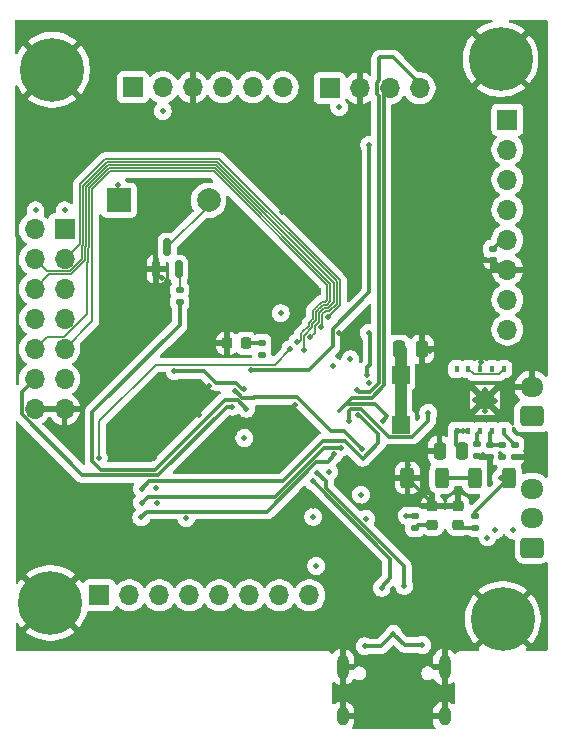
<source format=gbr>
%TF.GenerationSoftware,KiCad,Pcbnew,9.0.0*%
%TF.CreationDate,2025-03-20T21:32:39+01:00*%
%TF.ProjectId,PCB_Module_Payement,5043425f-4d6f-4647-956c-655f50617965,rev?*%
%TF.SameCoordinates,Original*%
%TF.FileFunction,Copper,L4,Bot*%
%TF.FilePolarity,Positive*%
%FSLAX46Y46*%
G04 Gerber Fmt 4.6, Leading zero omitted, Abs format (unit mm)*
G04 Created by KiCad (PCBNEW 9.0.0) date 2025-03-20 21:32:39*
%MOMM*%
%LPD*%
G01*
G04 APERTURE LIST*
G04 Aperture macros list*
%AMRoundRect*
0 Rectangle with rounded corners*
0 $1 Rounding radius*
0 $2 $3 $4 $5 $6 $7 $8 $9 X,Y pos of 4 corners*
0 Add a 4 corners polygon primitive as box body*
4,1,4,$2,$3,$4,$5,$6,$7,$8,$9,$2,$3,0*
0 Add four circle primitives for the rounded corners*
1,1,$1+$1,$2,$3*
1,1,$1+$1,$4,$5*
1,1,$1+$1,$6,$7*
1,1,$1+$1,$8,$9*
0 Add four rect primitives between the rounded corners*
20,1,$1+$1,$2,$3,$4,$5,0*
20,1,$1+$1,$4,$5,$6,$7,0*
20,1,$1+$1,$6,$7,$8,$9,0*
20,1,$1+$1,$8,$9,$2,$3,0*%
G04 Aperture macros list end*
%TA.AperFunction,SMDPad,CuDef*%
%ADD10RoundRect,0.218750X-0.218750X-0.256250X0.218750X-0.256250X0.218750X0.256250X-0.218750X0.256250X0*%
%TD*%
%TA.AperFunction,ComponentPad*%
%ADD11O,1.950000X1.700000*%
%TD*%
%TA.AperFunction,ComponentPad*%
%ADD12RoundRect,0.250000X0.725000X-0.600000X0.725000X0.600000X-0.725000X0.600000X-0.725000X-0.600000X0*%
%TD*%
%TA.AperFunction,SMDPad,CuDef*%
%ADD13RoundRect,0.140000X-0.170000X0.140000X-0.170000X-0.140000X0.170000X-0.140000X0.170000X0.140000X0*%
%TD*%
%TA.AperFunction,HeatsinkPad*%
%ADD14O,1.000000X2.100000*%
%TD*%
%TA.AperFunction,HeatsinkPad*%
%ADD15O,1.000000X1.600000*%
%TD*%
%TA.AperFunction,ComponentPad*%
%ADD16R,1.700000X1.700000*%
%TD*%
%TA.AperFunction,ComponentPad*%
%ADD17O,1.700000X1.700000*%
%TD*%
%TA.AperFunction,ComponentPad*%
%ADD18R,2.000000X2.000000*%
%TD*%
%TA.AperFunction,ComponentPad*%
%ADD19C,2.000000*%
%TD*%
%TA.AperFunction,ComponentPad*%
%ADD20C,5.400000*%
%TD*%
%TA.AperFunction,SMDPad,CuDef*%
%ADD21RoundRect,0.135000X0.185000X-0.135000X0.185000X0.135000X-0.185000X0.135000X-0.185000X-0.135000X0*%
%TD*%
%TA.AperFunction,SMDPad,CuDef*%
%ADD22RoundRect,0.150000X0.150000X-0.587500X0.150000X0.587500X-0.150000X0.587500X-0.150000X-0.587500X0*%
%TD*%
%TA.AperFunction,SMDPad,CuDef*%
%ADD23RoundRect,0.135000X-0.185000X0.135000X-0.185000X-0.135000X0.185000X-0.135000X0.185000X0.135000X0*%
%TD*%
%TA.AperFunction,SMDPad,CuDef*%
%ADD24R,0.400000X0.500000*%
%TD*%
%TA.AperFunction,SMDPad,CuDef*%
%ADD25R,1.500000X1.500000*%
%TD*%
%TA.AperFunction,SMDPad,CuDef*%
%ADD26RoundRect,0.218750X-0.256250X0.218750X-0.256250X-0.218750X0.256250X-0.218750X0.256250X0.218750X0*%
%TD*%
%TA.AperFunction,SMDPad,CuDef*%
%ADD27RoundRect,0.250000X-0.250000X-0.475000X0.250000X-0.475000X0.250000X0.475000X-0.250000X0.475000X0*%
%TD*%
%TA.AperFunction,SMDPad,CuDef*%
%ADD28RoundRect,0.250000X0.312500X0.625000X-0.312500X0.625000X-0.312500X-0.625000X0.312500X-0.625000X0*%
%TD*%
%TA.AperFunction,SMDPad,CuDef*%
%ADD29RoundRect,0.250000X0.250000X0.475000X-0.250000X0.475000X-0.250000X-0.475000X0.250000X-0.475000X0*%
%TD*%
%TA.AperFunction,ViaPad*%
%ADD30C,0.500000*%
%TD*%
%TA.AperFunction,Conductor*%
%ADD31C,0.300000*%
%TD*%
%TA.AperFunction,Conductor*%
%ADD32C,0.160000*%
%TD*%
%TA.AperFunction,Conductor*%
%ADD33C,1.000000*%
%TD*%
G04 APERTURE END LIST*
D10*
%TO.P,D5,2,A*%
%TO.N,Net-(D1-A)*%
X155787500Y-98850000D03*
%TO.P,D5,1,K*%
%TO.N,GND*%
X154212500Y-98850000D03*
%TD*%
D11*
%TO.P,J5,2,Pin_2*%
%TO.N,GND*%
X180000000Y-102550000D03*
D12*
%TO.P,J5,1,Pin_1*%
%TO.N,VCC*%
X180000000Y-105050000D03*
%TD*%
D13*
%TO.P,C15,2*%
%TO.N,GND*%
X176700000Y-91830000D03*
%TO.P,C15,1*%
%TO.N,+5V*%
X176700000Y-90870000D03*
%TD*%
D14*
%TO.P,J6,S1,SHIELD*%
%TO.N,GND*%
X164000000Y-126265000D03*
D15*
X164000000Y-130445000D03*
D14*
X172640000Y-126265000D03*
D15*
X172640000Y-130445000D03*
%TD*%
D16*
%TO.P,J3,1,Pin_1*%
%TO.N,/Modules/SPI1_SCK*%
X177945000Y-79925000D03*
D17*
%TO.P,J3,2,Pin_2*%
%TO.N,/Modules/RSTO*%
X177945000Y-82465000D03*
%TO.P,J3,3,Pin_3*%
%TO.N,/Modules/SS*%
X177945000Y-85005000D03*
%TO.P,J3,4,Pin_4*%
%TO.N,/Modules/SPI1_Mosi*%
X177945000Y-87545000D03*
%TO.P,J3,5,Pin_5*%
%TO.N,+5V*%
X177945000Y-90085000D03*
%TO.P,J3,6,Pin_6*%
%TO.N,GND*%
X177945000Y-92625000D03*
%TO.P,J3,7,Pin_7*%
%TO.N,/Modules/SPI1_Miso*%
X177945000Y-95165000D03*
%TO.P,J3,8,Pin_8*%
%TO.N,/Modules/IRQ*%
X177945000Y-97705000D03*
%TD*%
D18*
%TO.P,BZ1,1,+*%
%TO.N,+5V*%
X145050000Y-86750000D03*
D19*
%TO.P,BZ1,2,-*%
%TO.N,Net-(BZ1--)*%
X152650000Y-86750000D03*
%TD*%
D16*
%TO.P,J1,1,Pin_1*%
%TO.N,+5V*%
X162890000Y-77250000D03*
D17*
%TO.P,J1,2,Pin_2*%
%TO.N,GND*%
X165430000Y-77250000D03*
%TO.P,J1,3,Pin_3*%
%TO.N,/Modules/I2C1_SDA*%
X167970000Y-77250000D03*
%TO.P,J1,4,Pin_4*%
%TO.N,/Modules/I2C1_SCL*%
X170510000Y-77250000D03*
%TD*%
D20*
%TO.P,H4,1,1*%
%TO.N,GND*%
X177550000Y-122200000D03*
%TD*%
D21*
%TO.P,R19,1*%
%TO.N,/STM32/BUZZER*%
X150200000Y-95360000D03*
%TO.P,R19,2*%
%TO.N,Net-(Q2-B)*%
X150200000Y-94340000D03*
%TD*%
D20*
%TO.P,H3,1,1*%
%TO.N,GND*%
X139250000Y-120850000D03*
%TD*%
D22*
%TO.P,Q1,1,B*%
%TO.N,Net-(Q2-B)*%
X150100000Y-92600000D03*
%TO.P,Q1,2,E*%
%TO.N,GND*%
X148200000Y-92600000D03*
%TO.P,Q1,3,C*%
%TO.N,Net-(BZ1--)*%
X149150000Y-90725000D03*
%TD*%
D20*
%TO.P,H2,1,1*%
%TO.N,GND*%
X177370000Y-74800000D03*
%TD*%
%TO.P,H1,1,1*%
%TO.N,GND*%
X139400000Y-75700000D03*
%TD*%
D12*
%TO.P,J_Switch1,1,Pin_1*%
%TO.N,Net-(J_Switch1-Pin_1)*%
X180050000Y-116150000D03*
D11*
%TO.P,J_Switch1,2,Pin_2*%
%TO.N,+5V*%
X180050000Y-113650000D03*
%TO.P,J_Switch1,3,Pin_3*%
%TO.N,Net-(J_Switch1-Pin_3)*%
X180050000Y-111150000D03*
%TD*%
D16*
%TO.P,J2,1,Pin_1*%
%TO.N,/Modules/STATE*%
X146230000Y-77175000D03*
D17*
%TO.P,J2,2,Pin_2*%
%TO.N,+5V*%
X148770000Y-77175000D03*
%TO.P,J2,3,Pin_3*%
%TO.N,GND*%
X151310000Y-77175000D03*
%TO.P,J2,4,Pin_4*%
%TO.N,/Modules/Bt_TXD*%
X153850000Y-77175000D03*
%TO.P,J2,5,Pin_5*%
%TO.N,/Modules/Bt_RXD*%
X156390000Y-77175000D03*
%TO.P,J2,6,Pin_6*%
%TO.N,/Modules/KEY*%
X158930000Y-77175000D03*
%TD*%
D23*
%TO.P,R12,1*%
%TO.N,+5V*%
X170100000Y-113490000D03*
%TO.P,R12,2*%
%TO.N,Net-(D3-A)*%
X170100000Y-114510000D03*
%TD*%
D21*
%TO.P,R13,1*%
%TO.N,5V_BUCK*%
X177500000Y-108460000D03*
%TO.P,R13,2*%
%TO.N,Net-(U3-FB)*%
X177500000Y-107440000D03*
%TD*%
%TO.P,R20,1*%
%TO.N,/STM32/BL_LED*%
X157150000Y-99820000D03*
%TO.P,R20,2*%
%TO.N,Net-(D1-A)*%
X157150000Y-98800000D03*
%TD*%
D24*
%TO.P,U6,1,FSW_1*%
%TO.N,Net-(U3-FSW_1)*%
X177650000Y-106250000D03*
%TO.P,U6,2,FB*%
%TO.N,Net-(U3-FB)*%
X176650000Y-106250000D03*
%TO.P,U6,3,Vcc*%
%TO.N,Net-(U3-Vcc)*%
X175650000Y-106250000D03*
%TO.P,U6,4,Vin*%
%TO.N,VCC*%
X174650000Y-106250000D03*
%TO.P,U6,5,Vin*%
X173650000Y-106250000D03*
D25*
%TO.P,U6,6,Vout*%
%TO.N,5V_BUCK*%
X168900000Y-105750000D03*
%TO.P,U6,7,Vout*%
X168900000Y-101550000D03*
D24*
%TO.P,U6,8,DNC*%
%TO.N,unconnected-(U3-DNC-Pad8)*%
X173650000Y-101050000D03*
%TO.P,U6,9,VIN*%
%TO.N,Net-(U3-EN)*%
X174650000Y-101050000D03*
%TO.P,U6,10,AGND*%
%TO.N,GND*%
X175650000Y-101050000D03*
%TO.P,U6,11,PG*%
%TO.N,unconnected-(U3-PG-Pad11)*%
X176650000Y-101050000D03*
%TO.P,U6,12,EN*%
%TO.N,Net-(U3-EN)*%
X177650000Y-101050000D03*
D25*
%TO.P,U6,13,PGND*%
%TO.N,GND*%
X176050000Y-103650000D03*
%TD*%
D26*
%TO.P,D3,1,K*%
%TO.N,GND*%
X171600000Y-112662500D03*
%TO.P,D3,2,A*%
%TO.N,Net-(D3-A)*%
X171600000Y-114237500D03*
%TD*%
D23*
%TO.P,R14,1*%
%TO.N,Net-(U3-FB)*%
X176450000Y-107440000D03*
%TO.P,R14,2*%
%TO.N,GND*%
X176450000Y-108460000D03*
%TD*%
D27*
%TO.P,C16,1*%
%TO.N,5V_BUCK*%
X168800000Y-99350000D03*
%TO.P,C16,2*%
%TO.N,GND*%
X170700000Y-99350000D03*
%TD*%
D28*
%TO.P,R15,1*%
%TO.N,/Alim/Charge_Batterie*%
X172412500Y-110250000D03*
%TO.P,R15,2*%
%TO.N,GND*%
X169487500Y-110250000D03*
%TD*%
D16*
%TO.P,J7,1,Pin_1*%
%TO.N,+5V*%
X140450000Y-89175000D03*
D17*
%TO.P,J7,2,Pin_2*%
X137910000Y-89175000D03*
%TO.P,J7,3,Pin_3*%
%TO.N,/STM32/PC13*%
X140450000Y-91715000D03*
%TO.P,J7,4,Pin_4*%
%TO.N,/STM32/PC14*%
X137910000Y-91715000D03*
%TO.P,J7,5,Pin_5*%
%TO.N,/STM32/PC4*%
X140450000Y-94255000D03*
%TO.P,J7,6,Pin_6*%
%TO.N,/STM32/PC15*%
X137910000Y-94255000D03*
%TO.P,J7,7,Pin_7*%
%TO.N,+3.3V*%
X140450000Y-96795000D03*
%TO.P,J7,8,Pin_8*%
X137910000Y-96795000D03*
%TO.P,J7,9,Pin_9*%
%TO.N,/STM32/PF1*%
X140450000Y-99335000D03*
%TO.P,J7,10,Pin_10*%
%TO.N,/STM32/PF0*%
X137910000Y-99335000D03*
%TO.P,J7,11,Pin_11*%
%TO.N,/STM32/PA7*%
X140450000Y-101875000D03*
%TO.P,J7,12,Pin_12*%
%TO.N,/STM32/Pb1*%
X137910000Y-101875000D03*
%TO.P,J7,13,Pin_13*%
%TO.N,GND*%
X140450000Y-104415000D03*
%TO.P,J7,14,Pin_14*%
X137910000Y-104415000D03*
%TD*%
D16*
%TO.P,J8,1,Pin_1*%
%TO.N,/Modules/R0W1*%
X143410000Y-120195000D03*
D17*
%TO.P,J8,2,Pin_2*%
%TO.N,/Modules/ROW2*%
X145950000Y-120195000D03*
%TO.P,J8,3,Pin_3*%
%TO.N,/Modules/ROW3*%
X148490000Y-120195000D03*
%TO.P,J8,4,Pin_4*%
%TO.N,/Modules/ROW4*%
X151030000Y-120195000D03*
%TO.P,J8,5,Pin_5*%
%TO.N,/Modules/Culomn1*%
X153570000Y-120195000D03*
%TO.P,J8,6,Pin_6*%
%TO.N,/Modules/Culomn2*%
X156110000Y-120195000D03*
%TO.P,J8,7,Pin_7*%
%TO.N,/Modules/Culomn3*%
X158650000Y-120195000D03*
%TO.P,J8,8,Pin_8*%
%TO.N,/Modules/Culomn4*%
X161190000Y-120195000D03*
%TD*%
D23*
%TO.P,R16,1*%
%TO.N,Net-(U3-FSW_1)*%
X178550000Y-107440000D03*
%TO.P,R16,2*%
%TO.N,GND*%
X178550000Y-108460000D03*
%TD*%
D28*
%TO.P,R17,1*%
%TO.N,VCC*%
X178112500Y-110250000D03*
%TO.P,R17,2*%
%TO.N,/Alim/Charge_Batterie*%
X175187500Y-110250000D03*
%TD*%
D29*
%TO.P,C17,1*%
%TO.N,VCC*%
X174100000Y-107950000D03*
%TO.P,C17,2*%
%TO.N,GND*%
X172200000Y-107950000D03*
%TD*%
D23*
%TO.P,R18,1*%
%TO.N,VCC*%
X175200000Y-113440000D03*
%TO.P,R18,2*%
%TO.N,Net-(D4-A)*%
X175200000Y-114460000D03*
%TD*%
D26*
%TO.P,D4,1,K*%
%TO.N,GND*%
X173750000Y-112662500D03*
%TO.P,D4,2,A*%
%TO.N,Net-(D4-A)*%
X173750000Y-114237500D03*
%TD*%
D13*
%TO.P,C18,1*%
%TO.N,Net-(U3-Vcc)*%
X175400000Y-107420000D03*
%TO.P,C18,2*%
%TO.N,GND*%
X175400000Y-108380000D03*
%TD*%
D30*
%TO.N,+3.3V*%
X162860000Y-109730000D03*
%TO.N,GND*%
X152710000Y-102460000D03*
X153760000Y-97560000D03*
X165450000Y-79860000D03*
%TO.N,+5V*%
X163710000Y-78870000D03*
%TO.N,GND*%
X165180000Y-98600000D03*
X153230000Y-117720000D03*
X179350000Y-108460000D03*
X161490000Y-112590000D03*
X141770000Y-104450000D03*
X139220000Y-104400000D03*
X159270000Y-117710000D03*
X157000000Y-117660000D03*
X155020000Y-117700000D03*
X144550000Y-99600000D03*
%TO.N,/Alim/Charge_Batterie*%
X154880000Y-102910000D03*
%TO.N,/STM32/NRST*%
X159550000Y-99350000D03*
%TO.N,/STM32/PC4*%
X149750000Y-101200000D03*
%TO.N,GND*%
X160450000Y-87150000D03*
X158850000Y-87750000D03*
%TO.N,+3.3V*%
X158750000Y-96300000D03*
%TO.N,/Modules/SPI1_SCK*%
X166250000Y-82050000D03*
%TO.N,GND*%
X148710000Y-93320000D03*
%TO.N,/STM32/Pb1*%
X154650000Y-104230000D03*
%TO.N,/STM32/PC4*%
X155680000Y-102720000D03*
%TO.N,/STM32/PF1*%
X160150000Y-98750000D03*
%TO.N,/STM32/PF0*%
X160700000Y-99450000D03*
%TO.N,/STM32/PC15*%
X161250000Y-98350000D03*
%TO.N,/STM32/PC14*%
X162200000Y-97500000D03*
%TO.N,/STM32/PC13*%
X162750000Y-96600000D03*
%TO.N,+3.3V*%
X163150000Y-100750000D03*
%TO.N,+5V*%
X144950000Y-85450000D03*
X140450000Y-87600000D03*
X176900000Y-114700000D03*
X165550000Y-111670000D03*
X166000000Y-113700000D03*
X169400000Y-113450000D03*
X176250000Y-115300000D03*
X178450000Y-114700000D03*
X138000000Y-87600000D03*
X148770000Y-79195000D03*
%TO.N,GND*%
X151800000Y-104950000D03*
X155150000Y-108700000D03*
X163700000Y-97950000D03*
X176050000Y-103650000D03*
X164600000Y-98100000D03*
X163600000Y-88200000D03*
X160000000Y-104100000D03*
X168300000Y-119650000D03*
X138800000Y-108650000D03*
X164500000Y-123100000D03*
X143700000Y-116700000D03*
X175200000Y-103650000D03*
X163200000Y-115500000D03*
X165500000Y-112600000D03*
X176900000Y-103700000D03*
X166250000Y-102220000D03*
X169550000Y-109200000D03*
X171650000Y-107950000D03*
X138750000Y-114400000D03*
X166700000Y-112650000D03*
X176050000Y-102800000D03*
X163600000Y-89350000D03*
X150700000Y-105540000D03*
X175700000Y-100400000D03*
X175880000Y-108330000D03*
X171950000Y-124600000D03*
X176050000Y-104550000D03*
X148050000Y-108550000D03*
X148250000Y-112400000D03*
X171410000Y-99520000D03*
X148200000Y-111100000D03*
X164650000Y-124550000D03*
X160550000Y-93500000D03*
X163600000Y-87350000D03*
%TO.N,VCC*%
X177400000Y-110250000D03*
X174150000Y-106250000D03*
%TO.N,5V_BUCK*%
X168900000Y-105750000D03*
X177500000Y-108460000D03*
%TO.N,+3.3V*%
X164650000Y-100200000D03*
X161500000Y-113552500D03*
X155675000Y-106875000D03*
X150750000Y-113650000D03*
X161760000Y-117710000D03*
%TO.N,/Alim/Charge_Batterie*%
X165655000Y-107805000D03*
X172412500Y-110250000D03*
%TO.N,/STM32/NRST*%
X143350000Y-108560000D03*
%TO.N,/Modules/SPI1_SCK*%
X156250000Y-101150000D03*
%TO.N,/Modules/I2C1_SCL*%
X165200000Y-102830000D03*
%TO.N,/Modules/I2C1_SDA*%
X167400000Y-105400000D03*
%TO.N,5V_USB*%
X165850000Y-124500000D03*
X168300000Y-123450000D03*
X170750000Y-124400000D03*
%TO.N,/STM32/SWO*%
X165270000Y-104950000D03*
X147000000Y-111150000D03*
%TO.N,/STM32/SWCLK*%
X163850000Y-107699000D03*
X147000000Y-112350000D03*
%TO.N,/STM32/SWDIO*%
X146950000Y-113600000D03*
X163300000Y-108250000D03*
%TO.N,/STM32/BOOT0*%
X166200000Y-97950000D03*
X166100000Y-101500000D03*
%TO.N,/STM32/BUZZER*%
X155850000Y-104400000D03*
%TO.N,/STM32/BL_LED*%
X157150000Y-99820000D03*
%TO.N,/STM32/RFID_LED*%
X171250000Y-104750000D03*
X164560000Y-105400000D03*
%TO.N,/STM32/USB_D-*%
X167300000Y-119550000D03*
X161458019Y-110525119D03*
%TO.N,/STM32/USB_D+*%
X169200000Y-119400000D03*
X161850000Y-109800000D03*
%TD*%
D31*
%TO.N,GND*%
X154212500Y-98012500D02*
X153760000Y-97560000D01*
X154212500Y-98850000D02*
X154212500Y-98012500D01*
X178550000Y-108460000D02*
X179350000Y-108460000D01*
%TO.N,/STM32/USB_D-*%
X167300000Y-119470000D02*
X167300000Y-119550000D01*
X168010000Y-117077100D02*
X168010000Y-118760000D01*
X161458019Y-110525119D02*
X168010000Y-117077100D01*
X168010000Y-118760000D02*
X167300000Y-119470000D01*
%TO.N,/Modules/I2C1_SCL*%
X170510000Y-76910000D02*
X170510000Y-77250000D01*
X168250000Y-74650000D02*
X170510000Y-76910000D01*
X167080000Y-74720000D02*
X167150000Y-74650000D01*
X167150000Y-74650000D02*
X168250000Y-74650000D01*
X167080000Y-77917050D02*
X166869000Y-77706050D01*
X166869000Y-77706050D02*
X166869000Y-76793950D01*
X167080000Y-102220000D02*
X167080000Y-77917050D01*
X167080000Y-76582950D02*
X167080000Y-74720000D01*
X166869000Y-76793950D02*
X167080000Y-76582950D01*
X166290000Y-103010000D02*
X167080000Y-102220000D01*
X165380000Y-103010000D02*
X166290000Y-103010000D01*
X165200000Y-102830000D02*
X165380000Y-103010000D01*
%TO.N,GND*%
X171250000Y-99350000D02*
X170700000Y-99350000D01*
X171410000Y-99510000D02*
X171250000Y-99350000D01*
X171410000Y-99520000D02*
X171410000Y-99510000D01*
X176010000Y-108460000D02*
X175880000Y-108330000D01*
X176450000Y-108460000D02*
X176010000Y-108460000D01*
X175880000Y-108330000D02*
X175750000Y-108460000D01*
X175750000Y-108460000D02*
X175480000Y-108460000D01*
X175480000Y-108460000D02*
X175400000Y-108380000D01*
%TO.N,/STM32/PC4*%
X152231232Y-101200000D02*
X149750000Y-101200000D01*
X153251232Y-102220000D02*
X152231232Y-101200000D01*
X154990000Y-102220000D02*
X153251232Y-102220000D01*
X155490000Y-102720000D02*
X154990000Y-102220000D01*
X155680000Y-102720000D02*
X155490000Y-102720000D01*
%TO.N,/Alim/Charge_Batterie*%
X155491266Y-103451000D02*
X154950266Y-102910000D01*
X156529232Y-103400000D02*
X156478232Y-103451000D01*
X156478232Y-103451000D02*
X155491266Y-103451000D01*
X154950266Y-102910000D02*
X154880000Y-102910000D01*
X164127000Y-106277000D02*
X165655000Y-107805000D01*
X163002000Y-106277000D02*
X164127000Y-106277000D01*
X160125000Y-103400000D02*
X163002000Y-106277000D01*
X156529232Y-103400000D02*
X160125000Y-103400000D01*
X154880000Y-102910000D02*
X155145000Y-103175000D01*
%TO.N,/STM32/BUZZER*%
X150200000Y-97300000D02*
X150200000Y-95360000D01*
X142799000Y-104701000D02*
X150200000Y-97300000D01*
X142799000Y-108788232D02*
X142799000Y-104701000D01*
X143560768Y-109550000D02*
X142799000Y-108788232D01*
X148100000Y-109550000D02*
X143560768Y-109550000D01*
X154000000Y-103650000D02*
X148100000Y-109550000D01*
X155123166Y-103650000D02*
X154000000Y-103650000D01*
X155850000Y-104376834D02*
X155123166Y-103650000D01*
X155850000Y-104400000D02*
X155850000Y-104376834D01*
D32*
%TO.N,GND*%
X148710000Y-93320000D02*
X148200000Y-92810000D01*
X148200000Y-92810000D02*
X148200000Y-92600000D01*
D31*
%TO.N,/STM32/Pb1*%
X136809000Y-102976000D02*
X137910000Y-101875000D01*
X136809000Y-104871050D02*
X136809000Y-102976000D01*
X148400000Y-110000000D02*
X141937950Y-110000000D01*
X154170000Y-104230000D02*
X148400000Y-110000000D01*
X141937950Y-110000000D02*
X136809000Y-104871050D01*
X154650000Y-104230000D02*
X154170000Y-104230000D01*
%TO.N,/STM32/BOOT0*%
X166200000Y-98000000D02*
X166200000Y-97950000D01*
X166100000Y-100900000D02*
X166349000Y-100651000D01*
X166349000Y-98149000D02*
X166200000Y-98000000D01*
X166349000Y-100651000D02*
X166349000Y-98149000D01*
X166100000Y-101500000D02*
X166100000Y-100900000D01*
%TO.N,/Modules/I2C1_SDA*%
X167480000Y-77740000D02*
X167970000Y-77250000D01*
X167480000Y-102420000D02*
X167480000Y-77740000D01*
X166450000Y-103450000D02*
X167480000Y-102420000D01*
X164255668Y-103998000D02*
X163650000Y-104603668D01*
X164750000Y-103450000D02*
X166450000Y-103450000D01*
X166698000Y-103998000D02*
X164255668Y-103998000D01*
X163650000Y-104550000D02*
X164750000Y-103450000D01*
X163650000Y-104603668D02*
X163650000Y-104550000D01*
X167750000Y-105050000D02*
X166698000Y-103998000D01*
X167400000Y-105400000D02*
X167750000Y-105050000D01*
%TO.N,/STM32/RFID_LED*%
X169901000Y-106751000D02*
X171250000Y-105402000D01*
X167899000Y-106751000D02*
X169901000Y-106751000D01*
X164560000Y-104570000D02*
X164731000Y-104399000D01*
X165547000Y-104399000D02*
X167899000Y-106751000D01*
X164560000Y-105400000D02*
X164560000Y-104570000D01*
X164731000Y-104399000D02*
X165547000Y-104399000D01*
X171250000Y-105402000D02*
X171250000Y-104750000D01*
%TO.N,/STM32/SWO*%
X147601000Y-110549000D02*
X147000000Y-111150000D01*
X158965428Y-110549000D02*
X147601000Y-110549000D01*
X162366428Y-107148000D02*
X158965428Y-110549000D01*
X164198000Y-107148000D02*
X162366428Y-107148000D01*
X165690000Y-108640000D02*
X164198000Y-107148000D01*
X167010000Y-107320000D02*
X165690000Y-108640000D01*
X165400000Y-104950000D02*
X167010000Y-106560000D01*
X165270000Y-104950000D02*
X165400000Y-104950000D01*
X167010000Y-106560000D02*
X167010000Y-107320000D01*
%TO.N,GND*%
X177495000Y-92625000D02*
X176700000Y-91830000D01*
X177945000Y-92625000D02*
X177495000Y-92625000D01*
%TO.N,+5V*%
X177945000Y-90085000D02*
X177485000Y-90085000D01*
X177485000Y-90085000D02*
X176700000Y-90870000D01*
%TO.N,/STM32/SWDIO*%
X163300000Y-108350000D02*
X163300000Y-108250000D01*
X161782093Y-108935069D02*
X162714931Y-108935069D01*
X162714931Y-108935069D02*
X163300000Y-108350000D01*
X157618162Y-113099000D02*
X161782093Y-108935069D01*
X147451000Y-113099000D02*
X157618162Y-113099000D01*
X146950000Y-113600000D02*
X147451000Y-113099000D01*
D32*
%TO.N,/STM32/NRST*%
X143350000Y-105475829D02*
X143350000Y-108560000D01*
X158231000Y-100669000D02*
X148156829Y-100669000D01*
X159550000Y-99350000D02*
X158231000Y-100669000D01*
X148156829Y-100669000D02*
X143350000Y-105475829D01*
D31*
%TO.N,Net-(D1-A)*%
X157150000Y-98800000D02*
X155770000Y-98800000D01*
D32*
%TO.N,/STM32/PF1*%
X142794000Y-96991000D02*
X140450000Y-99335000D01*
X142794000Y-90631220D02*
X142794000Y-90847440D01*
X142794000Y-90415000D02*
X142794000Y-90631220D01*
X142794000Y-90198780D02*
X142794000Y-90415000D01*
X142794000Y-89982560D02*
X142794000Y-90198780D01*
X162706000Y-93932440D02*
X153067560Y-84294000D01*
X162706000Y-95167560D02*
X162706000Y-93932440D01*
X144332440Y-84294000D02*
X142794000Y-85832440D01*
X162537560Y-95336000D02*
X162706000Y-95167560D01*
X162073543Y-95488890D02*
X162226433Y-95336000D01*
X161920653Y-95641780D02*
X161944670Y-95617763D01*
X161944670Y-95617763D02*
X162073543Y-95488890D01*
X161767763Y-95794670D02*
X161783780Y-95778653D01*
X161783780Y-95778653D02*
X161791780Y-95770653D01*
X161630890Y-95931543D02*
X161638890Y-95923543D01*
X161638890Y-95923543D02*
X161767763Y-95794670D01*
X161791780Y-95770653D02*
X161920653Y-95641780D01*
X161486000Y-96076433D02*
X161630890Y-95931543D01*
X161478000Y-96300653D02*
X161478000Y-96084433D01*
X161478000Y-96084433D02*
X161486000Y-96076433D01*
X161478000Y-96783780D02*
X161478000Y-96516873D01*
X161478000Y-96516873D02*
X161478000Y-96300653D01*
X162226433Y-95336000D02*
X162442653Y-95336000D01*
X153067560Y-84294000D02*
X144332440Y-84294000D01*
X161459000Y-96802780D02*
X161478000Y-96783780D01*
X161128000Y-97133780D02*
X161280890Y-96980890D01*
X161433780Y-96828000D02*
X161459000Y-96802780D01*
X162442653Y-95336000D02*
X162537560Y-95336000D01*
X160591890Y-97939000D02*
X161128000Y-97402890D01*
X161128000Y-97402890D02*
X161128000Y-97350000D01*
X161280890Y-96980890D02*
X161433780Y-96828000D01*
X160439000Y-98611000D02*
X160439000Y-98308110D01*
X161128000Y-97350000D02*
X161128000Y-97133780D01*
X142794000Y-85832440D02*
X142794000Y-89982560D01*
X142794000Y-90847440D02*
X142794000Y-96991000D01*
X160300000Y-98750000D02*
X160439000Y-98611000D01*
X160439000Y-98308110D02*
X160439000Y-98091890D01*
X160439000Y-98091890D02*
X160591890Y-97939000D01*
X160150000Y-98750000D02*
X160300000Y-98750000D01*
%TO.N,/STM32/PF0*%
X161389000Y-97458110D02*
X161389000Y-97511000D01*
X161389000Y-97241890D02*
X161389000Y-97458110D01*
X161747000Y-96184543D02*
X161739000Y-96192543D01*
X161891890Y-96039653D02*
X161747000Y-96184543D01*
X162028763Y-95902780D02*
X161899890Y-96031653D01*
X162181653Y-95749890D02*
X162052780Y-95878763D01*
X161739000Y-96192543D02*
X161739000Y-96408763D01*
X162334543Y-95597000D02*
X162181653Y-95749890D01*
X162550763Y-95597000D02*
X162334543Y-95597000D01*
X161389000Y-97511000D02*
X160700000Y-98200000D01*
X162645670Y-95597000D02*
X162550763Y-95597000D01*
X161541890Y-97089000D02*
X161389000Y-97241890D01*
X162967000Y-95275670D02*
X162645670Y-95597000D01*
X162967000Y-93824330D02*
X162967000Y-95275670D01*
X144224330Y-84033000D02*
X153175670Y-84033000D01*
X160700000Y-98200000D02*
X160700000Y-99450000D01*
X142533000Y-85724330D02*
X144224330Y-84033000D01*
X161899890Y-96031653D02*
X161891890Y-96039653D01*
X142533000Y-90090670D02*
X142533000Y-85724330D01*
X142533000Y-90306890D02*
X142533000Y-90090670D01*
X142533000Y-90739330D02*
X142533000Y-90523110D01*
X153175670Y-84033000D02*
X162967000Y-93824330D01*
X142422000Y-90850330D02*
X142533000Y-90739330D01*
X161739000Y-96408763D02*
X161739000Y-96891890D01*
X142422000Y-91723055D02*
X142422000Y-91506835D01*
X161720000Y-96910890D02*
X161541890Y-97089000D01*
X142422000Y-91939275D02*
X142422000Y-91723055D01*
X142533000Y-90523110D02*
X142533000Y-90306890D01*
X142350000Y-92011275D02*
X142422000Y-91939275D01*
X142350000Y-96353055D02*
X142350000Y-92011275D01*
X161739000Y-96891890D02*
X161720000Y-96910890D01*
X138941000Y-98304000D02*
X140399055Y-98304000D01*
X137910000Y-99335000D02*
X138941000Y-98304000D01*
X140399055Y-98304000D02*
X142350000Y-96353055D01*
X162052780Y-95878763D02*
X162028763Y-95902780D01*
X142422000Y-91506835D02*
X142422000Y-90850330D01*
%TO.N,/STM32/PC15*%
X161650000Y-97350000D02*
X161650000Y-97950000D01*
X161981000Y-97019000D02*
X161650000Y-97350000D01*
X162000000Y-97019000D02*
X161981000Y-97019000D01*
X162000000Y-96300653D02*
X162000000Y-97019000D01*
X162008000Y-96292653D02*
X162000000Y-96300653D01*
X162160890Y-96139763D02*
X162008000Y-96292653D01*
X162289763Y-96010890D02*
X162160890Y-96139763D01*
X161650000Y-97950000D02*
X161250000Y-98350000D01*
X162442653Y-95858000D02*
X162289763Y-96010890D01*
X162658873Y-95858000D02*
X162442653Y-95858000D01*
X162753780Y-95858000D02*
X162658873Y-95858000D01*
X163228000Y-95383780D02*
X162753780Y-95858000D01*
X163228000Y-93716220D02*
X163228000Y-95383780D01*
X153283780Y-83772000D02*
X163228000Y-93716220D01*
X142272000Y-85616220D02*
X144116220Y-83772000D01*
X144116220Y-83772000D02*
X153283780Y-83772000D01*
X142272000Y-90198780D02*
X142272000Y-85616220D01*
X142272000Y-90631220D02*
X142272000Y-90415000D01*
X142272000Y-90415000D02*
X142272000Y-90198780D01*
X142161000Y-91831165D02*
X142161000Y-91614945D01*
X141138055Y-92854110D02*
X141589110Y-92403055D01*
X142161000Y-90742220D02*
X142272000Y-90631220D01*
X140985165Y-93007000D02*
X141138055Y-92854110D01*
X140768945Y-93007000D02*
X140985165Y-93007000D01*
X141589110Y-92403055D02*
X141742000Y-92250165D01*
X140131055Y-93007000D02*
X140768945Y-93007000D01*
X139914835Y-93007000D02*
X140131055Y-93007000D01*
X141742000Y-92250165D02*
X142008110Y-91984055D01*
X139158000Y-93007000D02*
X139914835Y-93007000D01*
X142008110Y-91984055D02*
X142161000Y-91831165D01*
X137910000Y-94255000D02*
X139158000Y-93007000D01*
X142161000Y-91614945D02*
X142161000Y-90742220D01*
%TO.N,/STM32/PC14*%
X138941000Y-92746000D02*
X137910000Y-91715000D01*
X140877055Y-92746000D02*
X140022945Y-92746000D01*
X141900000Y-91723055D02*
X141481000Y-92142055D01*
X141900000Y-90634110D02*
X141900000Y-91723055D01*
X142011000Y-90523110D02*
X141900000Y-90634110D01*
X142011000Y-85508110D02*
X142011000Y-90306890D01*
X142011000Y-90306890D02*
X142011000Y-90523110D01*
X144008110Y-83511000D02*
X142011000Y-85508110D01*
X153391890Y-83511000D02*
X144008110Y-83511000D01*
X163489000Y-93608110D02*
X153391890Y-83511000D01*
X163489000Y-95491890D02*
X163489000Y-93608110D01*
X162550763Y-96119000D02*
X162861890Y-96119000D01*
X140022945Y-92746000D02*
X138941000Y-92746000D01*
X162269000Y-96799237D02*
X162269000Y-96400763D01*
X162269000Y-96400763D02*
X162550763Y-96119000D01*
X141481000Y-92142055D02*
X140877055Y-92746000D01*
X162861890Y-96119000D02*
X163489000Y-95491890D01*
X162269000Y-97431000D02*
X162269000Y-96799237D01*
X162200000Y-97500000D02*
X162269000Y-97431000D01*
%TO.N,/STM32/PC13*%
X163750000Y-93500000D02*
X163750000Y-95600000D01*
X163750000Y-95600000D02*
X162750000Y-96600000D01*
X153500000Y-83250000D02*
X163750000Y-93500000D01*
X143900000Y-83250000D02*
X153500000Y-83250000D01*
X141750000Y-85400000D02*
X143900000Y-83250000D01*
X140450000Y-91715000D02*
X141750000Y-90415000D01*
X141750000Y-90415000D02*
X141750000Y-85400000D01*
D31*
%TO.N,/Modules/SPI1_SCK*%
X166250000Y-94550000D02*
X166250000Y-82050000D01*
X163149000Y-99123768D02*
X163149000Y-97651000D01*
X161122768Y-101150000D02*
X163149000Y-99123768D01*
X163149000Y-97651000D02*
X166250000Y-94550000D01*
X156250000Y-101150000D02*
X161122768Y-101150000D01*
D32*
%TO.N,Net-(Q2-B)*%
X150200000Y-92700000D02*
X150100000Y-92600000D01*
X150200000Y-94290000D02*
X150200000Y-92700000D01*
X150190000Y-94300000D02*
X150200000Y-94290000D01*
%TO.N,Net-(BZ1--)*%
X152650000Y-87225000D02*
X152650000Y-86750000D01*
X149150000Y-90725000D02*
X152650000Y-87225000D01*
D31*
%TO.N,+5V*%
X169440000Y-113490000D02*
X169400000Y-113450000D01*
X170100000Y-113490000D02*
X169440000Y-113490000D01*
%TO.N,GND*%
X172200000Y-107950000D02*
X171650000Y-107950000D01*
X171600000Y-112662500D02*
X171600000Y-112362500D01*
X171600000Y-112362500D02*
X169487500Y-110250000D01*
D32*
X176050000Y-103650000D02*
X176850000Y-103650000D01*
X175650000Y-101050000D02*
X175650000Y-100450000D01*
D31*
X169487500Y-109262500D02*
X169550000Y-109200000D01*
D32*
X175650000Y-100450000D02*
X175700000Y-100400000D01*
D31*
X173750000Y-112662500D02*
X171600000Y-112662500D01*
X169487500Y-110250000D02*
X169487500Y-109262500D01*
D32*
X176050000Y-103650000D02*
X176050000Y-104550000D01*
X176050000Y-103650000D02*
X176050000Y-102800000D01*
X176050000Y-103650000D02*
X175200000Y-103650000D01*
X176850000Y-103650000D02*
X176900000Y-103700000D01*
D31*
%TO.N,VCC*%
X173600000Y-107450000D02*
X173600000Y-106300000D01*
X174100000Y-107950000D02*
X173600000Y-107450000D01*
X174650000Y-106250000D02*
X173650000Y-106250000D01*
X178112500Y-110250000D02*
X177400000Y-110250000D01*
X175200000Y-113440000D02*
X175200000Y-113162500D01*
X173600000Y-106300000D02*
X173650000Y-106250000D01*
X175200000Y-113162500D02*
X178112500Y-110250000D01*
%TO.N,Net-(U3-Vcc)*%
X175400000Y-106500000D02*
X175650000Y-106250000D01*
X175400000Y-107420000D02*
X175400000Y-106500000D01*
D33*
%TO.N,5V_BUCK*%
X168900000Y-105750000D02*
X168900000Y-104250000D01*
X168900000Y-100400000D02*
X168900000Y-99450000D01*
X168900000Y-99450000D02*
X168800000Y-99350000D01*
X168900000Y-101550000D02*
X168900000Y-100400000D01*
D31*
X177500000Y-108300000D02*
X177350000Y-108150000D01*
D33*
X168900000Y-104250000D02*
X168900000Y-101550000D01*
D31*
X177500000Y-108460000D02*
X177500000Y-108300000D01*
%TO.N,/Alim/Charge_Batterie*%
X175187500Y-110250000D02*
X172412500Y-110250000D01*
X172412500Y-110250000D02*
X172400000Y-110250000D01*
%TO.N,Net-(D3-A)*%
X171600000Y-114237500D02*
X170372500Y-114237500D01*
X170372500Y-114237500D02*
X170100000Y-114510000D01*
%TO.N,Net-(D4-A)*%
X175200000Y-114460000D02*
X173972500Y-114460000D01*
X173972500Y-114460000D02*
X173750000Y-114237500D01*
%TO.N,5V_USB*%
X167250000Y-124500000D02*
X168300000Y-123450000D01*
X169250000Y-124400000D02*
X168300000Y-123450000D01*
X165850000Y-124500000D02*
X167250000Y-124500000D01*
X170750000Y-124400000D02*
X169250000Y-124400000D01*
%TO.N,/STM32/SWCLK*%
X158232528Y-111849000D02*
X162382528Y-107699000D01*
X147501000Y-111849000D02*
X158232528Y-111849000D01*
X162382528Y-107699000D02*
X163850000Y-107699000D01*
X147000000Y-112350000D02*
X147501000Y-111849000D01*
%TO.N,Net-(U3-FSW_1)*%
X177650000Y-106540000D02*
X178550000Y-107440000D01*
X177650000Y-106250000D02*
X177650000Y-106540000D01*
%TO.N,Net-(U3-FB)*%
X177500000Y-107440000D02*
X176450000Y-107440000D01*
X176450000Y-106450000D02*
X176650000Y-106250000D01*
X176450000Y-107440000D02*
X176450000Y-106450000D01*
D32*
%TO.N,Net-(U3-EN)*%
X174650000Y-101050000D02*
X175081000Y-101481000D01*
X177219000Y-101481000D02*
X177650000Y-101050000D01*
X175081000Y-101481000D02*
X177219000Y-101481000D01*
D31*
%TO.N,/STM32/USB_D+*%
X162600000Y-111100000D02*
X169200000Y-117700000D01*
X162600000Y-110550000D02*
X162600000Y-111100000D01*
X161850000Y-109800000D02*
X162600000Y-110550000D01*
X169200000Y-117700000D02*
X169200000Y-119400000D01*
%TD*%
%TA.AperFunction,Conductor*%
%TO.N,GND*%
G36*
X176630959Y-71470185D02*
G01*
X176676714Y-71522989D01*
X176686658Y-71592147D01*
X176657633Y-71655703D01*
X176598855Y-71693477D01*
X176591513Y-71695391D01*
X176482731Y-71720219D01*
X176482729Y-71720220D01*
X176143482Y-71838927D01*
X175819663Y-71994870D01*
X175515335Y-72186092D01*
X175289634Y-72366081D01*
X176608282Y-73684729D01*
X176490534Y-73770278D01*
X176340278Y-73920534D01*
X176254729Y-74038282D01*
X174936081Y-72719634D01*
X174756092Y-72945335D01*
X174564870Y-73249663D01*
X174408927Y-73573482D01*
X174290220Y-73912729D01*
X174290219Y-73912731D01*
X174210242Y-74263136D01*
X174210240Y-74263148D01*
X174170000Y-74620287D01*
X174170000Y-74979712D01*
X174210240Y-75336851D01*
X174210242Y-75336863D01*
X174290219Y-75687268D01*
X174290220Y-75687270D01*
X174408927Y-76026517D01*
X174564870Y-76350336D01*
X174756092Y-76654664D01*
X174936081Y-76880364D01*
X176254728Y-75561717D01*
X176340278Y-75679466D01*
X176490534Y-75829722D01*
X176608281Y-75915270D01*
X175289634Y-77233916D01*
X175289634Y-77233917D01*
X175515335Y-77413907D01*
X175819663Y-77605129D01*
X176143482Y-77761072D01*
X176482729Y-77879779D01*
X176482731Y-77879780D01*
X176833136Y-77959757D01*
X176833148Y-77959759D01*
X177190287Y-77999999D01*
X177190289Y-78000000D01*
X177549711Y-78000000D01*
X177549712Y-77999999D01*
X177906851Y-77959759D01*
X177906863Y-77959757D01*
X178257268Y-77879780D01*
X178257270Y-77879779D01*
X178596517Y-77761072D01*
X178920336Y-77605129D01*
X179224664Y-77413907D01*
X179450364Y-77233916D01*
X178131718Y-75915270D01*
X178249466Y-75829722D01*
X178399722Y-75679466D01*
X178485270Y-75561718D01*
X179803916Y-76880364D01*
X179983907Y-76654664D01*
X180175129Y-76350336D01*
X180331072Y-76026517D01*
X180449779Y-75687270D01*
X180449780Y-75687268D01*
X180529757Y-75336863D01*
X180529759Y-75336851D01*
X180569999Y-74979712D01*
X180570000Y-74979710D01*
X180570000Y-74620289D01*
X180569999Y-74620287D01*
X180529759Y-74263148D01*
X180529757Y-74263136D01*
X180449780Y-73912731D01*
X180449779Y-73912729D01*
X180331072Y-73573482D01*
X180175129Y-73249663D01*
X179983907Y-72945335D01*
X179803916Y-72719634D01*
X178485270Y-74038281D01*
X178399722Y-73920534D01*
X178249466Y-73770278D01*
X178131716Y-73684728D01*
X179450364Y-72366081D01*
X179224664Y-72186092D01*
X178920336Y-71994870D01*
X178596517Y-71838927D01*
X178257270Y-71720220D01*
X178257268Y-71720219D01*
X178148487Y-71695391D01*
X178087509Y-71661282D01*
X178054651Y-71599621D01*
X178060346Y-71529984D01*
X178102786Y-71474480D01*
X178168496Y-71450732D01*
X178176080Y-71450500D01*
X181226000Y-71450500D01*
X181293039Y-71470185D01*
X181338794Y-71522989D01*
X181350000Y-71574500D01*
X181350000Y-101566450D01*
X181330315Y-101633489D01*
X181277511Y-101679244D01*
X181208353Y-101689188D01*
X181144797Y-101660163D01*
X181138319Y-101654131D01*
X181004464Y-101520276D01*
X181004459Y-101520272D01*
X180832557Y-101395379D01*
X180643217Y-101298904D01*
X180441128Y-101233242D01*
X180250000Y-101202969D01*
X180250000Y-102145854D01*
X180183343Y-102107370D01*
X180062535Y-102075000D01*
X179937465Y-102075000D01*
X179816657Y-102107370D01*
X179750000Y-102145854D01*
X179750000Y-101202969D01*
X179558872Y-101233242D01*
X179558869Y-101233242D01*
X179356782Y-101298904D01*
X179167442Y-101395379D01*
X178995540Y-101520272D01*
X178995535Y-101520276D01*
X178845276Y-101670535D01*
X178845272Y-101670540D01*
X178720379Y-101842442D01*
X178623904Y-102031782D01*
X178558242Y-102233870D01*
X178558242Y-102233873D01*
X178547769Y-102300000D01*
X179595854Y-102300000D01*
X179557370Y-102366657D01*
X179525000Y-102487465D01*
X179525000Y-102612535D01*
X179557370Y-102733343D01*
X179595854Y-102800000D01*
X178547769Y-102800000D01*
X178558242Y-102866126D01*
X178558242Y-102866129D01*
X178623904Y-103068217D01*
X178720379Y-103257557D01*
X178845272Y-103429459D01*
X178845276Y-103429464D01*
X178984143Y-103568331D01*
X179017628Y-103629654D01*
X179012644Y-103699346D01*
X178970772Y-103755279D01*
X178961559Y-103761551D01*
X178806342Y-103857289D01*
X178682289Y-103981342D01*
X178590187Y-104130663D01*
X178590185Y-104130668D01*
X178573478Y-104181087D01*
X178535001Y-104297203D01*
X178535001Y-104297204D01*
X178535000Y-104297204D01*
X178524500Y-104399983D01*
X178524500Y-105694345D01*
X178504815Y-105761384D01*
X178452011Y-105807139D01*
X178382853Y-105817083D01*
X178319297Y-105788058D01*
X178299997Y-105764106D01*
X178299112Y-105764769D01*
X178207547Y-105642455D01*
X178207544Y-105642452D01*
X178092335Y-105556206D01*
X178092328Y-105556202D01*
X177957486Y-105505910D01*
X177957485Y-105505909D01*
X177957483Y-105505909D01*
X177897873Y-105499500D01*
X177897863Y-105499500D01*
X177402129Y-105499500D01*
X177402123Y-105499501D01*
X177342516Y-105505908D01*
X177199359Y-105559303D01*
X177198714Y-105557575D01*
X177141147Y-105570095D01*
X177101011Y-105558310D01*
X177100641Y-105559303D01*
X176957486Y-105505910D01*
X176957485Y-105505909D01*
X176957483Y-105505909D01*
X176897873Y-105499500D01*
X176897863Y-105499500D01*
X176402129Y-105499500D01*
X176402123Y-105499501D01*
X176342516Y-105505908D01*
X176199359Y-105559303D01*
X176198714Y-105557575D01*
X176141147Y-105570095D01*
X176101011Y-105558310D01*
X176100641Y-105559303D01*
X175957486Y-105505910D01*
X175957485Y-105505909D01*
X175957483Y-105505909D01*
X175897873Y-105499500D01*
X175897863Y-105499500D01*
X175402129Y-105499500D01*
X175402123Y-105499501D01*
X175342516Y-105505908D01*
X175199359Y-105559303D01*
X175198714Y-105557575D01*
X175141147Y-105570095D01*
X175101011Y-105558310D01*
X175100641Y-105559303D01*
X174957486Y-105505910D01*
X174957485Y-105505909D01*
X174957483Y-105505909D01*
X174897873Y-105499500D01*
X174897863Y-105499500D01*
X174402129Y-105499500D01*
X174402125Y-105499501D01*
X174342511Y-105505909D01*
X174334968Y-105507692D01*
X174334496Y-105505696D01*
X174277942Y-105510245D01*
X174223918Y-105499500D01*
X174076082Y-105499500D01*
X174022057Y-105510245D01*
X173965505Y-105505695D01*
X173965034Y-105507693D01*
X173957482Y-105505908D01*
X173897882Y-105499501D01*
X173897873Y-105499500D01*
X173897863Y-105499500D01*
X173402129Y-105499500D01*
X173402123Y-105499501D01*
X173342516Y-105505908D01*
X173207671Y-105556202D01*
X173207664Y-105556206D01*
X173092455Y-105642452D01*
X173092452Y-105642455D01*
X173006206Y-105757664D01*
X173006202Y-105757671D01*
X172955908Y-105892517D01*
X172949501Y-105952116D01*
X172949500Y-105952135D01*
X172949500Y-106680112D01*
X172929815Y-106747151D01*
X172877011Y-106792906D01*
X172807853Y-106802850D01*
X172773105Y-106792499D01*
X172769124Y-106790643D01*
X172602697Y-106735494D01*
X172602690Y-106735493D01*
X172499986Y-106725000D01*
X172450000Y-106725000D01*
X172450000Y-107826000D01*
X172430315Y-107893039D01*
X172377511Y-107938794D01*
X172326000Y-107950000D01*
X172200000Y-107950000D01*
X172200000Y-108076000D01*
X172180315Y-108143039D01*
X172127511Y-108188794D01*
X172076000Y-108200000D01*
X171200001Y-108200000D01*
X171200001Y-108474986D01*
X171210494Y-108577697D01*
X171265641Y-108744119D01*
X171265643Y-108744124D01*
X171357684Y-108893345D01*
X171481218Y-109016879D01*
X171514703Y-109078202D01*
X171509719Y-109147894D01*
X171499076Y-109169656D01*
X171415189Y-109305659D01*
X171415185Y-109305668D01*
X171405708Y-109334269D01*
X171360001Y-109472203D01*
X171360001Y-109472204D01*
X171360000Y-109472204D01*
X171349500Y-109574983D01*
X171349500Y-110925001D01*
X171349501Y-110925018D01*
X171360000Y-111027796D01*
X171360001Y-111027799D01*
X171386600Y-111108067D01*
X171415186Y-111194334D01*
X171507288Y-111343656D01*
X171631344Y-111467712D01*
X171780666Y-111559814D01*
X171780667Y-111559814D01*
X171786813Y-111563605D01*
X171786071Y-111564806D01*
X171832543Y-111605721D01*
X171851698Y-111672913D01*
X171850000Y-111678531D01*
X171850000Y-112412500D01*
X172574998Y-112412500D01*
X172587317Y-112400181D01*
X172648640Y-112366695D01*
X172718331Y-112371679D01*
X172762680Y-112400180D01*
X172775000Y-112412500D01*
X173500000Y-112412500D01*
X173500000Y-111725000D01*
X173499999Y-111724999D01*
X173445864Y-111725000D01*
X173445847Y-111725001D01*
X173347415Y-111735057D01*
X173187927Y-111787906D01*
X173187922Y-111787908D01*
X173044919Y-111876114D01*
X172926114Y-111994919D01*
X172837908Y-112137922D01*
X172837906Y-112137927D01*
X172792706Y-112274333D01*
X172752933Y-112331778D01*
X172688417Y-112358601D01*
X172619642Y-112346286D01*
X172568442Y-112298743D01*
X172557294Y-112274333D01*
X172512093Y-112137927D01*
X172512091Y-112137922D01*
X172423885Y-111994919D01*
X172305078Y-111876112D01*
X172270910Y-111855037D01*
X172224186Y-111803089D01*
X172212965Y-111734126D01*
X172240809Y-111670044D01*
X172298878Y-111631189D01*
X172336004Y-111625499D01*
X172775008Y-111625499D01*
X172775016Y-111625498D01*
X172775019Y-111625498D01*
X172831302Y-111619748D01*
X172877797Y-111614999D01*
X173044334Y-111559814D01*
X173193656Y-111467712D01*
X173317712Y-111343656D01*
X173409814Y-111194334D01*
X173464999Y-111027797D01*
X173466623Y-111011898D01*
X173493018Y-110947207D01*
X173550198Y-110907055D01*
X173589981Y-110900500D01*
X174010019Y-110900500D01*
X174077058Y-110920185D01*
X174122813Y-110972989D01*
X174133377Y-111011899D01*
X174135000Y-111027796D01*
X174135001Y-111027799D01*
X174161600Y-111108067D01*
X174190186Y-111194334D01*
X174282288Y-111343656D01*
X174406344Y-111467712D01*
X174555666Y-111559814D01*
X174722203Y-111614999D01*
X174824991Y-111625500D01*
X175517691Y-111625499D01*
X175584730Y-111645183D01*
X175630485Y-111697987D01*
X175640429Y-111767146D01*
X175611404Y-111830702D01*
X175605372Y-111837180D01*
X174936680Y-112505873D01*
X174875357Y-112539358D01*
X174805666Y-112534374D01*
X174749732Y-112492503D01*
X174725315Y-112427038D01*
X174724999Y-112418192D01*
X174724999Y-112395864D01*
X174724998Y-112395847D01*
X174714943Y-112297416D01*
X174662093Y-112137927D01*
X174662091Y-112137922D01*
X174573885Y-111994919D01*
X174455080Y-111876114D01*
X174312077Y-111787908D01*
X174312072Y-111787906D01*
X174152583Y-111735057D01*
X174054150Y-111725000D01*
X174000000Y-111725000D01*
X174000000Y-112538500D01*
X173980315Y-112605539D01*
X173927511Y-112651294D01*
X173876000Y-112662500D01*
X173750000Y-112662500D01*
X173750000Y-112788500D01*
X173730315Y-112855539D01*
X173677511Y-112901294D01*
X173626000Y-112912500D01*
X172775000Y-112912500D01*
X172762680Y-112924820D01*
X172701357Y-112958304D01*
X172631665Y-112953319D01*
X172587319Y-112924819D01*
X172575000Y-112912500D01*
X170792596Y-112912500D01*
X170725557Y-112892815D01*
X170704915Y-112876181D01*
X170677603Y-112848869D01*
X170677595Y-112848863D01*
X170539393Y-112767131D01*
X170539388Y-112767129D01*
X170385208Y-112722335D01*
X170385202Y-112722334D01*
X170349181Y-112719500D01*
X169850830Y-112719500D01*
X169850808Y-112719501D01*
X169814797Y-112722334D01*
X169732955Y-112746111D01*
X169663086Y-112745910D01*
X169650916Y-112741598D01*
X169618913Y-112728342D01*
X169618909Y-112728341D01*
X169618906Y-112728340D01*
X169473920Y-112699500D01*
X169473918Y-112699500D01*
X169326082Y-112699500D01*
X169326080Y-112699500D01*
X169181092Y-112728340D01*
X169181082Y-112728343D01*
X169044511Y-112784912D01*
X169044498Y-112784919D01*
X168921584Y-112867048D01*
X168921580Y-112867051D01*
X168817051Y-112971580D01*
X168817048Y-112971584D01*
X168734919Y-113094498D01*
X168734912Y-113094511D01*
X168678343Y-113231082D01*
X168678340Y-113231092D01*
X168649500Y-113376079D01*
X168649500Y-113376082D01*
X168649500Y-113523918D01*
X168649500Y-113523920D01*
X168649499Y-113523920D01*
X168678340Y-113668907D01*
X168678343Y-113668917D01*
X168734912Y-113805488D01*
X168734919Y-113805501D01*
X168817048Y-113928415D01*
X168817051Y-113928419D01*
X168921580Y-114032948D01*
X168921584Y-114032951D01*
X169044498Y-114115080D01*
X169044511Y-114115087D01*
X169093675Y-114135451D01*
X169181087Y-114171658D01*
X169181091Y-114171658D01*
X169186919Y-114173427D01*
X169186549Y-114174644D01*
X169242600Y-114203960D01*
X169277178Y-114264674D01*
X169280121Y-114302923D01*
X169279500Y-114310805D01*
X169279500Y-114709169D01*
X169279501Y-114709191D01*
X169282335Y-114745205D01*
X169327129Y-114899388D01*
X169327131Y-114899393D01*
X169408863Y-115037595D01*
X169408869Y-115037603D01*
X169522396Y-115151130D01*
X169522400Y-115151133D01*
X169522402Y-115151135D01*
X169660607Y-115232869D01*
X169701268Y-115244682D01*
X169814791Y-115277664D01*
X169814794Y-115277664D01*
X169814796Y-115277665D01*
X169850819Y-115280500D01*
X170349180Y-115280499D01*
X170385204Y-115277665D01*
X170539393Y-115232869D01*
X170677598Y-115151135D01*
X170769518Y-115059214D01*
X170830839Y-115025731D01*
X170900531Y-115030715D01*
X170922294Y-115041357D01*
X171037713Y-115112549D01*
X171197315Y-115165436D01*
X171295826Y-115175500D01*
X171295831Y-115175500D01*
X171904169Y-115175500D01*
X171904174Y-115175500D01*
X172002685Y-115165436D01*
X172162287Y-115112549D01*
X172305391Y-115024281D01*
X172424281Y-114905391D01*
X172512549Y-114762287D01*
X172557295Y-114627252D01*
X172597067Y-114569809D01*
X172661582Y-114542986D01*
X172730358Y-114555301D01*
X172781558Y-114602844D01*
X172792703Y-114627249D01*
X172819853Y-114709180D01*
X172837450Y-114762284D01*
X172837455Y-114762295D01*
X172925716Y-114905387D01*
X172925719Y-114905391D01*
X173044608Y-115024280D01*
X173044612Y-115024283D01*
X173187704Y-115112544D01*
X173187707Y-115112545D01*
X173187713Y-115112549D01*
X173347315Y-115165436D01*
X173445826Y-115175500D01*
X173445831Y-115175500D01*
X174054169Y-115175500D01*
X174054174Y-115175500D01*
X174152685Y-115165436D01*
X174299477Y-115116793D01*
X174338479Y-115110500D01*
X174604315Y-115110500D01*
X174667435Y-115127767D01*
X174760607Y-115182869D01*
X174801268Y-115194682D01*
X174914791Y-115227664D01*
X174914794Y-115227664D01*
X174914796Y-115227665D01*
X174950819Y-115230500D01*
X175375500Y-115230499D01*
X175442539Y-115250183D01*
X175488294Y-115302987D01*
X175499500Y-115354499D01*
X175499500Y-115373918D01*
X175499500Y-115373920D01*
X175499499Y-115373920D01*
X175528340Y-115518907D01*
X175528343Y-115518917D01*
X175584912Y-115655488D01*
X175584919Y-115655501D01*
X175667048Y-115778415D01*
X175667051Y-115778419D01*
X175771580Y-115882948D01*
X175771584Y-115882951D01*
X175894498Y-115965080D01*
X175894511Y-115965087D01*
X176031082Y-116021656D01*
X176031087Y-116021658D01*
X176031091Y-116021658D01*
X176031092Y-116021659D01*
X176176079Y-116050500D01*
X176176082Y-116050500D01*
X176323920Y-116050500D01*
X176421462Y-116031096D01*
X176468913Y-116021658D01*
X176605495Y-115965084D01*
X176728416Y-115882951D01*
X176832951Y-115778416D01*
X176915084Y-115655495D01*
X176971658Y-115518913D01*
X176971659Y-115518905D01*
X176972022Y-115517712D01*
X176972385Y-115517157D01*
X176973989Y-115513286D01*
X176974723Y-115513590D01*
X177010317Y-115459272D01*
X177066491Y-115432085D01*
X177118913Y-115421658D01*
X177255495Y-115365084D01*
X177378416Y-115282951D01*
X177482951Y-115178416D01*
X177565084Y-115055495D01*
X177565085Y-115055491D01*
X177565639Y-115054457D01*
X177566074Y-115054013D01*
X177568469Y-115050430D01*
X177569148Y-115050884D01*
X177614599Y-115004611D01*
X177682735Y-114989147D01*
X177748416Y-115012975D01*
X177781113Y-115050709D01*
X177781531Y-115050430D01*
X177783752Y-115053754D01*
X177784361Y-115054457D01*
X177784917Y-115055498D01*
X177867048Y-115178415D01*
X177867051Y-115178419D01*
X177971580Y-115282948D01*
X177971584Y-115282951D01*
X178094498Y-115365080D01*
X178094511Y-115365087D01*
X178172047Y-115397203D01*
X178231087Y-115421658D01*
X178231091Y-115421658D01*
X178231092Y-115421659D01*
X178376079Y-115450500D01*
X178450500Y-115450500D01*
X178517539Y-115470185D01*
X178563294Y-115522989D01*
X178574500Y-115574500D01*
X178574500Y-116800001D01*
X178574501Y-116800018D01*
X178585000Y-116902796D01*
X178585001Y-116902799D01*
X178613347Y-116988340D01*
X178640186Y-117069334D01*
X178732288Y-117218656D01*
X178856344Y-117342712D01*
X179005666Y-117434814D01*
X179172203Y-117489999D01*
X179274991Y-117500500D01*
X180825008Y-117500499D01*
X180927797Y-117489999D01*
X181094334Y-117434814D01*
X181160903Y-117393753D01*
X181228295Y-117375313D01*
X181294959Y-117396235D01*
X181339728Y-117449877D01*
X181350000Y-117499292D01*
X181350000Y-124775500D01*
X181330315Y-124842539D01*
X181277511Y-124888294D01*
X181226000Y-124899500D01*
X179651705Y-124899500D01*
X179584666Y-124879815D01*
X179538911Y-124827011D01*
X179528967Y-124757853D01*
X179557992Y-124694297D01*
X179574392Y-124678553D01*
X179630364Y-124633916D01*
X178311718Y-123315270D01*
X178429466Y-123229722D01*
X178579722Y-123079466D01*
X178665270Y-122961718D01*
X179983916Y-124280364D01*
X180163907Y-124054664D01*
X180355129Y-123750336D01*
X180511072Y-123426517D01*
X180629779Y-123087270D01*
X180629780Y-123087268D01*
X180709757Y-122736863D01*
X180709759Y-122736851D01*
X180749999Y-122379712D01*
X180750000Y-122379710D01*
X180750000Y-122020289D01*
X180749999Y-122020287D01*
X180709759Y-121663148D01*
X180709757Y-121663136D01*
X180629780Y-121312731D01*
X180629779Y-121312729D01*
X180511072Y-120973482D01*
X180355129Y-120649663D01*
X180163907Y-120345335D01*
X179983916Y-120119634D01*
X178665270Y-121438281D01*
X178579722Y-121320534D01*
X178429466Y-121170278D01*
X178311716Y-121084728D01*
X179630364Y-119766081D01*
X179404664Y-119586092D01*
X179100336Y-119394870D01*
X178776517Y-119238927D01*
X178437270Y-119120220D01*
X178437268Y-119120219D01*
X178086863Y-119040242D01*
X178086851Y-119040240D01*
X177729712Y-119000000D01*
X177370287Y-119000000D01*
X177013148Y-119040240D01*
X177013136Y-119040242D01*
X176662731Y-119120219D01*
X176662729Y-119120220D01*
X176323482Y-119238927D01*
X175999663Y-119394870D01*
X175695335Y-119586092D01*
X175469634Y-119766081D01*
X176788282Y-121084729D01*
X176670534Y-121170278D01*
X176520278Y-121320534D01*
X176434729Y-121438282D01*
X175116081Y-120119634D01*
X174936092Y-120345335D01*
X174744870Y-120649663D01*
X174588927Y-120973482D01*
X174470220Y-121312729D01*
X174470219Y-121312731D01*
X174390242Y-121663136D01*
X174390240Y-121663148D01*
X174350000Y-122020287D01*
X174350000Y-122379712D01*
X174390240Y-122736851D01*
X174390242Y-122736863D01*
X174470219Y-123087268D01*
X174470220Y-123087270D01*
X174588927Y-123426517D01*
X174744870Y-123750336D01*
X174936092Y-124054664D01*
X175116081Y-124280364D01*
X176434728Y-122961717D01*
X176520278Y-123079466D01*
X176670534Y-123229722D01*
X176788281Y-123315270D01*
X175469634Y-124633916D01*
X175469634Y-124633917D01*
X175525606Y-124678553D01*
X175565746Y-124735742D01*
X175568596Y-124805553D01*
X175533250Y-124865823D01*
X175470931Y-124897416D01*
X175448293Y-124899500D01*
X174020753Y-124899500D01*
X173954861Y-124899401D01*
X173954489Y-124899500D01*
X173954107Y-124899500D01*
X173891410Y-124916299D01*
X173891232Y-124916346D01*
X173827509Y-124933318D01*
X173827151Y-124933466D01*
X173826835Y-124933595D01*
X173770423Y-124966165D01*
X173770291Y-124966241D01*
X173749126Y-124978419D01*
X173713279Y-124999044D01*
X173712886Y-124999344D01*
X173712699Y-124999486D01*
X173666458Y-125045727D01*
X173614443Y-125097585D01*
X173614113Y-125098092D01*
X173613986Y-125098220D01*
X173612396Y-125096643D01*
X173593468Y-125110326D01*
X173565525Y-125130761D01*
X173565174Y-125130782D01*
X173564891Y-125130987D01*
X173530350Y-125132880D01*
X173495782Y-125134963D01*
X173495476Y-125134791D01*
X173495126Y-125134811D01*
X173464972Y-125117688D01*
X173434838Y-125100792D01*
X173434513Y-125100392D01*
X173434369Y-125100310D01*
X173434226Y-125100038D01*
X173420392Y-125082987D01*
X173416748Y-125077533D01*
X173277466Y-124938251D01*
X173277462Y-124938248D01*
X173113684Y-124828814D01*
X173113671Y-124828807D01*
X172931691Y-124753429D01*
X172931683Y-124753427D01*
X172890000Y-124745135D01*
X172890000Y-125548011D01*
X172880060Y-125530795D01*
X172824205Y-125474940D01*
X172755796Y-125435444D01*
X172679496Y-125415000D01*
X172600504Y-125415000D01*
X172524204Y-125435444D01*
X172455795Y-125474940D01*
X172399940Y-125530795D01*
X172390000Y-125548011D01*
X172390000Y-124745136D01*
X172389999Y-124745135D01*
X172348316Y-124753427D01*
X172348308Y-124753429D01*
X172166328Y-124828807D01*
X172166315Y-124828814D01*
X172002537Y-124938248D01*
X172002533Y-124938251D01*
X171863251Y-125077533D01*
X171863248Y-125077537D01*
X171753814Y-125241315D01*
X171753807Y-125241328D01*
X171678430Y-125423306D01*
X171678427Y-125423318D01*
X171640000Y-125616504D01*
X171640000Y-126015000D01*
X172340000Y-126015000D01*
X172340000Y-126515000D01*
X171784464Y-126515000D01*
X171717425Y-126495315D01*
X171677077Y-126453000D01*
X171670517Y-126441638D01*
X171670513Y-126441633D01*
X171563367Y-126334487D01*
X171563365Y-126334485D01*
X171497750Y-126296602D01*
X171432136Y-126258719D01*
X171358950Y-126239109D01*
X171285766Y-126219500D01*
X171134234Y-126219500D01*
X170987863Y-126258719D01*
X170856635Y-126334485D01*
X170856632Y-126334487D01*
X170749487Y-126441632D01*
X170749485Y-126441635D01*
X170673719Y-126572863D01*
X170634500Y-126719234D01*
X170634500Y-126870765D01*
X170673719Y-127017136D01*
X170695615Y-127055060D01*
X170749485Y-127148365D01*
X170856635Y-127255515D01*
X170987865Y-127331281D01*
X171134234Y-127370500D01*
X171134236Y-127370500D01*
X171285764Y-127370500D01*
X171285766Y-127370500D01*
X171432135Y-127331281D01*
X171563365Y-127255515D01*
X171563372Y-127255507D01*
X171569811Y-127250568D01*
X171572044Y-127253478D01*
X171618258Y-127227865D01*
X171687980Y-127232411D01*
X171744176Y-127273930D01*
X171750394Y-127283634D01*
X171750426Y-127283613D01*
X171863248Y-127452462D01*
X171863251Y-127452466D01*
X172002533Y-127591748D01*
X172002537Y-127591751D01*
X172166315Y-127701185D01*
X172166328Y-127701192D01*
X172348308Y-127776569D01*
X172390000Y-127784862D01*
X172390000Y-126981988D01*
X172399940Y-126999205D01*
X172455795Y-127055060D01*
X172524204Y-127094556D01*
X172600504Y-127115000D01*
X172679496Y-127115000D01*
X172755796Y-127094556D01*
X172824205Y-127055060D01*
X172880060Y-126999205D01*
X172890000Y-126981988D01*
X172890000Y-127784862D01*
X172931690Y-127776569D01*
X172931692Y-127776569D01*
X173113671Y-127701192D01*
X173113684Y-127701185D01*
X173277461Y-127591752D01*
X173304425Y-127564788D01*
X173365748Y-127531302D01*
X173435440Y-127536286D01*
X173491374Y-127578156D01*
X173515792Y-127643620D01*
X173516108Y-127652655D01*
X173513621Y-129305231D01*
X173493835Y-129372240D01*
X173440963Y-129417916D01*
X173371789Y-129427755D01*
X173308277Y-129398635D01*
X173301940Y-129392725D01*
X173277466Y-129368251D01*
X173277462Y-129368248D01*
X173113684Y-129258814D01*
X173113671Y-129258807D01*
X172931691Y-129183429D01*
X172931683Y-129183427D01*
X172890000Y-129175135D01*
X172890000Y-129978011D01*
X172880060Y-129960795D01*
X172824205Y-129904940D01*
X172755796Y-129865444D01*
X172679496Y-129845000D01*
X172600504Y-129845000D01*
X172524204Y-129865444D01*
X172455795Y-129904940D01*
X172399940Y-129960795D01*
X172390000Y-129978011D01*
X172390000Y-129175136D01*
X172389999Y-129175135D01*
X172348316Y-129183427D01*
X172348308Y-129183429D01*
X172166328Y-129258807D01*
X172166315Y-129258814D01*
X172002537Y-129368248D01*
X172002533Y-129368251D01*
X171863251Y-129507533D01*
X171863248Y-129507537D01*
X171753814Y-129671315D01*
X171753807Y-129671328D01*
X171678430Y-129853306D01*
X171678427Y-129853318D01*
X171640000Y-130046504D01*
X171640000Y-130195000D01*
X172340000Y-130195000D01*
X172340000Y-130695000D01*
X171640000Y-130695000D01*
X171640000Y-130843495D01*
X171678427Y-131036681D01*
X171678430Y-131036693D01*
X171753807Y-131218671D01*
X171753814Y-131218683D01*
X171842633Y-131351609D01*
X171863511Y-131418286D01*
X171845027Y-131485666D01*
X171793048Y-131532357D01*
X171739531Y-131544500D01*
X164900469Y-131544500D01*
X164833430Y-131524815D01*
X164787675Y-131472011D01*
X164777731Y-131402853D01*
X164797367Y-131351609D01*
X164886185Y-131218683D01*
X164886192Y-131218671D01*
X164961569Y-131036693D01*
X164961572Y-131036681D01*
X164999999Y-130843495D01*
X165000000Y-130843492D01*
X165000000Y-130695000D01*
X164300000Y-130695000D01*
X164300000Y-130195000D01*
X165000000Y-130195000D01*
X165000000Y-130046508D01*
X164999999Y-130046504D01*
X164961572Y-129853318D01*
X164961569Y-129853306D01*
X164886192Y-129671328D01*
X164886185Y-129671315D01*
X164776751Y-129507537D01*
X164776748Y-129507533D01*
X164637466Y-129368251D01*
X164637462Y-129368248D01*
X164473684Y-129258814D01*
X164473671Y-129258807D01*
X164291691Y-129183429D01*
X164291683Y-129183427D01*
X164250000Y-129175135D01*
X164250000Y-129978011D01*
X164240060Y-129960795D01*
X164184205Y-129904940D01*
X164115796Y-129865444D01*
X164039496Y-129845000D01*
X163960504Y-129845000D01*
X163884204Y-129865444D01*
X163815795Y-129904940D01*
X163759940Y-129960795D01*
X163750000Y-129978011D01*
X163750000Y-129175136D01*
X163749999Y-129175135D01*
X163708316Y-129183427D01*
X163708308Y-129183429D01*
X163526328Y-129258807D01*
X163526315Y-129258814D01*
X163362537Y-129368248D01*
X163362533Y-129368251D01*
X163332181Y-129398604D01*
X163270858Y-129432089D01*
X163201166Y-129427105D01*
X163145233Y-129385233D01*
X163120816Y-129319769D01*
X163120500Y-129310923D01*
X163120500Y-127649077D01*
X163140185Y-127582038D01*
X163192989Y-127536283D01*
X163262147Y-127526339D01*
X163325703Y-127555364D01*
X163332181Y-127561396D01*
X163362533Y-127591748D01*
X163362537Y-127591751D01*
X163526315Y-127701185D01*
X163526328Y-127701192D01*
X163708308Y-127776569D01*
X163750000Y-127784862D01*
X163750000Y-126981988D01*
X163759940Y-126999205D01*
X163815795Y-127055060D01*
X163884204Y-127094556D01*
X163960504Y-127115000D01*
X164039496Y-127115000D01*
X164115796Y-127094556D01*
X164184205Y-127055060D01*
X164240060Y-126999205D01*
X164250000Y-126981988D01*
X164250000Y-127784862D01*
X164291690Y-127776569D01*
X164291692Y-127776569D01*
X164473671Y-127701192D01*
X164473684Y-127701185D01*
X164637462Y-127591751D01*
X164637466Y-127591748D01*
X164776748Y-127452466D01*
X164776751Y-127452462D01*
X164889574Y-127283613D01*
X164891007Y-127284570D01*
X164934198Y-127240580D01*
X165002332Y-127225103D01*
X165068018Y-127248919D01*
X165070089Y-127250697D01*
X165070189Y-127250568D01*
X165076630Y-127255510D01*
X165076635Y-127255515D01*
X165207865Y-127331281D01*
X165354234Y-127370500D01*
X165354236Y-127370500D01*
X165505764Y-127370500D01*
X165505766Y-127370500D01*
X165652135Y-127331281D01*
X165783365Y-127255515D01*
X165890515Y-127148365D01*
X165966281Y-127017135D01*
X166005500Y-126870766D01*
X166005500Y-126719234D01*
X165966281Y-126572865D01*
X165890515Y-126441635D01*
X165783365Y-126334485D01*
X165717750Y-126296602D01*
X165652136Y-126258719D01*
X165578950Y-126239109D01*
X165505766Y-126219500D01*
X165354234Y-126219500D01*
X165207863Y-126258719D01*
X165076635Y-126334485D01*
X165076632Y-126334487D01*
X164969486Y-126441633D01*
X164969482Y-126441638D01*
X164962923Y-126453000D01*
X164912356Y-126501216D01*
X164855536Y-126515000D01*
X164300000Y-126515000D01*
X164300000Y-126015000D01*
X165000000Y-126015000D01*
X165000000Y-125616508D01*
X164999999Y-125616504D01*
X164961572Y-125423318D01*
X164961569Y-125423306D01*
X164886192Y-125241328D01*
X164886185Y-125241315D01*
X164776751Y-125077537D01*
X164776748Y-125077533D01*
X164637466Y-124938251D01*
X164637462Y-124938248D01*
X164473684Y-124828814D01*
X164473671Y-124828807D01*
X164291691Y-124753429D01*
X164291683Y-124753427D01*
X164250000Y-124745135D01*
X164250000Y-125548011D01*
X164240060Y-125530795D01*
X164184205Y-125474940D01*
X164115796Y-125435444D01*
X164039496Y-125415000D01*
X163960504Y-125415000D01*
X163884204Y-125435444D01*
X163815795Y-125474940D01*
X163759940Y-125530795D01*
X163750000Y-125548011D01*
X163750000Y-124745136D01*
X163749999Y-124745135D01*
X163708316Y-124753427D01*
X163708308Y-124753429D01*
X163526328Y-124828807D01*
X163526315Y-124828814D01*
X163362537Y-124938248D01*
X163362533Y-124938251D01*
X163223251Y-125077533D01*
X163223248Y-125077537D01*
X163219600Y-125082997D01*
X163203112Y-125096774D01*
X163190115Y-125113886D01*
X163176832Y-125118734D01*
X163165985Y-125127799D01*
X163144668Y-125130475D01*
X163124482Y-125137844D01*
X163110686Y-125134741D01*
X163096660Y-125136503D01*
X163077279Y-125127229D01*
X163056314Y-125122515D01*
X163042478Y-125110577D01*
X163033634Y-125106345D01*
X163028209Y-125101167D01*
X163021423Y-125094286D01*
X163020500Y-125092686D01*
X163020431Y-125092617D01*
X163020385Y-125092537D01*
X162973775Y-125045961D01*
X162927314Y-124999500D01*
X162927310Y-124999496D01*
X162927164Y-124999384D01*
X162869608Y-124966183D01*
X162869607Y-124966183D01*
X162869576Y-124966165D01*
X162813186Y-124933608D01*
X162813094Y-124933583D01*
X162813012Y-124933536D01*
X162749054Y-124916423D01*
X162749018Y-124916401D01*
X162749015Y-124916412D01*
X162722517Y-124909313D01*
X162685887Y-124899498D01*
X162685748Y-124899480D01*
X162685743Y-124899479D01*
X162685712Y-124899475D01*
X162685705Y-124899475D01*
X162618711Y-124899500D01*
X162554108Y-124899500D01*
X162554017Y-124899524D01*
X162552496Y-124899524D01*
X162545940Y-124899527D01*
X136443972Y-124909266D01*
X136376925Y-124889606D01*
X136331151Y-124836820D01*
X136319926Y-124785380D01*
X136319889Y-124745135D01*
X136319732Y-124573920D01*
X165099499Y-124573920D01*
X165128340Y-124718907D01*
X165128343Y-124718917D01*
X165184912Y-124855488D01*
X165184919Y-124855501D01*
X165267048Y-124978415D01*
X165267051Y-124978419D01*
X165371580Y-125082948D01*
X165371584Y-125082951D01*
X165494498Y-125165080D01*
X165494511Y-125165087D01*
X165594451Y-125206483D01*
X165631087Y-125221658D01*
X165631091Y-125221658D01*
X165631092Y-125221659D01*
X165776079Y-125250500D01*
X165776082Y-125250500D01*
X165923920Y-125250500D01*
X166021462Y-125231096D01*
X166068913Y-125221658D01*
X166205495Y-125165084D01*
X166205496Y-125165083D01*
X166211122Y-125162753D01*
X166211479Y-125163614D01*
X166263840Y-125150500D01*
X167314071Y-125150500D01*
X167402648Y-125132880D01*
X167439744Y-125125501D01*
X167558127Y-125076465D01*
X167575160Y-125065084D01*
X167575160Y-125065083D01*
X167575162Y-125065083D01*
X167619914Y-125035180D01*
X167664669Y-125005277D01*
X168212320Y-124457625D01*
X168273641Y-124424142D01*
X168343332Y-124429126D01*
X168387680Y-124457627D01*
X168835326Y-124905273D01*
X168835329Y-124905275D01*
X168835331Y-124905277D01*
X168941873Y-124976465D01*
X169060256Y-125025501D01*
X169060260Y-125025501D01*
X169060261Y-125025502D01*
X169185928Y-125050500D01*
X169185931Y-125050500D01*
X170336160Y-125050500D01*
X170388520Y-125063614D01*
X170388878Y-125062753D01*
X170394504Y-125065083D01*
X170394505Y-125065084D01*
X170531087Y-125121658D01*
X170531091Y-125121658D01*
X170531092Y-125121659D01*
X170676079Y-125150500D01*
X170676082Y-125150500D01*
X170823920Y-125150500D01*
X170949598Y-125125500D01*
X170968913Y-125121658D01*
X171105495Y-125065084D01*
X171228416Y-124982951D01*
X171332951Y-124878416D01*
X171415084Y-124755495D01*
X171471658Y-124618913D01*
X171500500Y-124473918D01*
X171500500Y-124326082D01*
X171500500Y-124326079D01*
X171471659Y-124181092D01*
X171471658Y-124181091D01*
X171471658Y-124181087D01*
X171456505Y-124144505D01*
X171415087Y-124044511D01*
X171415080Y-124044498D01*
X171332951Y-123921584D01*
X171332948Y-123921580D01*
X171228419Y-123817051D01*
X171228415Y-123817048D01*
X171105501Y-123734919D01*
X171105488Y-123734912D01*
X170968917Y-123678343D01*
X170968907Y-123678340D01*
X170823920Y-123649500D01*
X170823918Y-123649500D01*
X170676082Y-123649500D01*
X170676080Y-123649500D01*
X170531092Y-123678340D01*
X170531086Y-123678342D01*
X170388878Y-123737247D01*
X170388520Y-123736385D01*
X170336160Y-123749500D01*
X169570808Y-123749500D01*
X169503769Y-123729815D01*
X169483127Y-123713181D01*
X169052601Y-123282655D01*
X169024853Y-123236357D01*
X169023989Y-123236715D01*
X169021092Y-123229722D01*
X169008162Y-123198505D01*
X168965087Y-123094511D01*
X168965080Y-123094498D01*
X168882951Y-122971584D01*
X168882948Y-122971580D01*
X168778419Y-122867051D01*
X168778415Y-122867048D01*
X168655501Y-122784919D01*
X168655488Y-122784912D01*
X168518917Y-122728343D01*
X168518907Y-122728340D01*
X168373920Y-122699500D01*
X168373918Y-122699500D01*
X168226082Y-122699500D01*
X168226080Y-122699500D01*
X168081092Y-122728340D01*
X168081082Y-122728343D01*
X167944511Y-122784912D01*
X167944498Y-122784919D01*
X167821584Y-122867048D01*
X167821580Y-122867051D01*
X167717051Y-122971580D01*
X167717048Y-122971584D01*
X167634919Y-123094498D01*
X167634914Y-123094507D01*
X167576011Y-123236714D01*
X167575148Y-123236356D01*
X167547397Y-123282655D01*
X167280054Y-123550000D01*
X167016873Y-123813181D01*
X166955550Y-123846666D01*
X166929192Y-123849500D01*
X166263840Y-123849500D01*
X166211479Y-123836385D01*
X166211122Y-123837247D01*
X166205495Y-123834916D01*
X166068913Y-123778342D01*
X166068907Y-123778340D01*
X165923920Y-123749500D01*
X165923918Y-123749500D01*
X165776082Y-123749500D01*
X165776080Y-123749500D01*
X165631092Y-123778340D01*
X165631082Y-123778343D01*
X165494511Y-123834912D01*
X165494498Y-123834919D01*
X165371584Y-123917048D01*
X165371580Y-123917051D01*
X165267051Y-124021580D01*
X165267048Y-124021584D01*
X165184919Y-124144498D01*
X165184912Y-124144511D01*
X165128343Y-124281082D01*
X165128340Y-124281092D01*
X165099500Y-124426079D01*
X165099500Y-124426082D01*
X165099500Y-124573918D01*
X165099500Y-124573920D01*
X165099499Y-124573920D01*
X136319732Y-124573920D01*
X136317946Y-122628860D01*
X136337568Y-122561807D01*
X136390330Y-122516004D01*
X136459479Y-122505997D01*
X136523062Y-122534964D01*
X136546939Y-122562779D01*
X136636092Y-122704664D01*
X136816081Y-122930364D01*
X138134728Y-121611717D01*
X138220278Y-121729466D01*
X138370534Y-121879722D01*
X138488281Y-121965270D01*
X137169634Y-123283916D01*
X137169634Y-123283917D01*
X137395335Y-123463907D01*
X137699663Y-123655129D01*
X138023482Y-123811072D01*
X138362729Y-123929779D01*
X138362731Y-123929780D01*
X138713136Y-124009757D01*
X138713148Y-124009759D01*
X139070287Y-124049999D01*
X139070289Y-124050000D01*
X139429711Y-124050000D01*
X139429712Y-124049999D01*
X139786851Y-124009759D01*
X139786863Y-124009757D01*
X140137268Y-123929780D01*
X140137270Y-123929779D01*
X140476517Y-123811072D01*
X140800336Y-123655129D01*
X141104664Y-123463907D01*
X141330364Y-123283916D01*
X140011718Y-121965270D01*
X140129466Y-121879722D01*
X140279722Y-121729466D01*
X140365270Y-121611718D01*
X141683916Y-122930364D01*
X141863907Y-122704664D01*
X142055129Y-122400336D01*
X142211072Y-122076517D01*
X142246294Y-121975859D01*
X142246294Y-121975858D01*
X142329780Y-121737266D01*
X142352337Y-121638440D01*
X142386445Y-121577461D01*
X142448107Y-121544603D01*
X142486483Y-121542743D01*
X142489952Y-121543115D01*
X142512127Y-121545500D01*
X144307872Y-121545499D01*
X144367483Y-121539091D01*
X144502331Y-121488796D01*
X144617546Y-121402546D01*
X144703796Y-121287331D01*
X144752810Y-121155916D01*
X144794681Y-121099984D01*
X144860145Y-121075566D01*
X144928418Y-121090417D01*
X144956673Y-121111569D01*
X145070213Y-121225109D01*
X145242179Y-121350048D01*
X145242181Y-121350049D01*
X145242184Y-121350051D01*
X145431588Y-121446557D01*
X145633757Y-121512246D01*
X145843713Y-121545500D01*
X145843714Y-121545500D01*
X146056286Y-121545500D01*
X146056287Y-121545500D01*
X146266243Y-121512246D01*
X146468412Y-121446557D01*
X146657816Y-121350051D01*
X146744138Y-121287335D01*
X146829786Y-121225109D01*
X146829788Y-121225106D01*
X146829792Y-121225104D01*
X146980104Y-121074792D01*
X146980106Y-121074788D01*
X146980109Y-121074786D01*
X147105048Y-120902820D01*
X147105047Y-120902820D01*
X147105051Y-120902816D01*
X147109514Y-120894054D01*
X147157488Y-120843259D01*
X147225308Y-120826463D01*
X147291444Y-120848999D01*
X147330486Y-120894056D01*
X147334951Y-120902820D01*
X147459890Y-121074786D01*
X147610213Y-121225109D01*
X147782179Y-121350048D01*
X147782181Y-121350049D01*
X147782184Y-121350051D01*
X147971588Y-121446557D01*
X148173757Y-121512246D01*
X148383713Y-121545500D01*
X148383714Y-121545500D01*
X148596286Y-121545500D01*
X148596287Y-121545500D01*
X148806243Y-121512246D01*
X149008412Y-121446557D01*
X149197816Y-121350051D01*
X149284138Y-121287335D01*
X149369786Y-121225109D01*
X149369788Y-121225106D01*
X149369792Y-121225104D01*
X149520104Y-121074792D01*
X149520106Y-121074788D01*
X149520109Y-121074786D01*
X149645048Y-120902820D01*
X149645047Y-120902820D01*
X149645051Y-120902816D01*
X149649514Y-120894054D01*
X149697488Y-120843259D01*
X149765308Y-120826463D01*
X149831444Y-120848999D01*
X149870486Y-120894056D01*
X149874951Y-120902820D01*
X149999890Y-121074786D01*
X150150213Y-121225109D01*
X150322179Y-121350048D01*
X150322181Y-121350049D01*
X150322184Y-121350051D01*
X150511588Y-121446557D01*
X150713757Y-121512246D01*
X150923713Y-121545500D01*
X150923714Y-121545500D01*
X151136286Y-121545500D01*
X151136287Y-121545500D01*
X151346243Y-121512246D01*
X151548412Y-121446557D01*
X151737816Y-121350051D01*
X151824138Y-121287335D01*
X151909786Y-121225109D01*
X151909788Y-121225106D01*
X151909792Y-121225104D01*
X152060104Y-121074792D01*
X152060106Y-121074788D01*
X152060109Y-121074786D01*
X152185048Y-120902820D01*
X152185047Y-120902820D01*
X152185051Y-120902816D01*
X152189514Y-120894054D01*
X152237488Y-120843259D01*
X152305308Y-120826463D01*
X152371444Y-120848999D01*
X152410486Y-120894056D01*
X152414951Y-120902820D01*
X152539890Y-121074786D01*
X152690213Y-121225109D01*
X152862179Y-121350048D01*
X152862181Y-121350049D01*
X152862184Y-121350051D01*
X153051588Y-121446557D01*
X153253757Y-121512246D01*
X153463713Y-121545500D01*
X153463714Y-121545500D01*
X153676286Y-121545500D01*
X153676287Y-121545500D01*
X153886243Y-121512246D01*
X154088412Y-121446557D01*
X154277816Y-121350051D01*
X154364138Y-121287335D01*
X154449786Y-121225109D01*
X154449788Y-121225106D01*
X154449792Y-121225104D01*
X154600104Y-121074792D01*
X154600106Y-121074788D01*
X154600109Y-121074786D01*
X154725048Y-120902820D01*
X154725047Y-120902820D01*
X154725051Y-120902816D01*
X154729514Y-120894054D01*
X154777488Y-120843259D01*
X154845308Y-120826463D01*
X154911444Y-120848999D01*
X154950486Y-120894056D01*
X154954951Y-120902820D01*
X155079890Y-121074786D01*
X155230213Y-121225109D01*
X155402179Y-121350048D01*
X155402181Y-121350049D01*
X155402184Y-121350051D01*
X155591588Y-121446557D01*
X155793757Y-121512246D01*
X156003713Y-121545500D01*
X156003714Y-121545500D01*
X156216286Y-121545500D01*
X156216287Y-121545500D01*
X156426243Y-121512246D01*
X156628412Y-121446557D01*
X156817816Y-121350051D01*
X156904138Y-121287335D01*
X156989786Y-121225109D01*
X156989788Y-121225106D01*
X156989792Y-121225104D01*
X157140104Y-121074792D01*
X157140106Y-121074788D01*
X157140109Y-121074786D01*
X157265048Y-120902820D01*
X157265047Y-120902820D01*
X157265051Y-120902816D01*
X157269514Y-120894054D01*
X157317488Y-120843259D01*
X157385308Y-120826463D01*
X157451444Y-120848999D01*
X157490486Y-120894056D01*
X157494951Y-120902820D01*
X157619890Y-121074786D01*
X157770213Y-121225109D01*
X157942179Y-121350048D01*
X157942181Y-121350049D01*
X157942184Y-121350051D01*
X158131588Y-121446557D01*
X158333757Y-121512246D01*
X158543713Y-121545500D01*
X158543714Y-121545500D01*
X158756286Y-121545500D01*
X158756287Y-121545500D01*
X158966243Y-121512246D01*
X159168412Y-121446557D01*
X159357816Y-121350051D01*
X159444138Y-121287335D01*
X159529786Y-121225109D01*
X159529788Y-121225106D01*
X159529792Y-121225104D01*
X159680104Y-121074792D01*
X159680106Y-121074788D01*
X159680109Y-121074786D01*
X159805048Y-120902820D01*
X159805047Y-120902820D01*
X159805051Y-120902816D01*
X159809514Y-120894054D01*
X159857488Y-120843259D01*
X159925308Y-120826463D01*
X159991444Y-120848999D01*
X160030486Y-120894056D01*
X160034951Y-120902820D01*
X160159890Y-121074786D01*
X160310213Y-121225109D01*
X160482179Y-121350048D01*
X160482181Y-121350049D01*
X160482184Y-121350051D01*
X160671588Y-121446557D01*
X160873757Y-121512246D01*
X161083713Y-121545500D01*
X161083714Y-121545500D01*
X161296286Y-121545500D01*
X161296287Y-121545500D01*
X161506243Y-121512246D01*
X161708412Y-121446557D01*
X161897816Y-121350051D01*
X161984138Y-121287335D01*
X162069786Y-121225109D01*
X162069788Y-121225106D01*
X162069792Y-121225104D01*
X162220104Y-121074792D01*
X162220106Y-121074788D01*
X162220109Y-121074786D01*
X162345048Y-120902820D01*
X162345047Y-120902820D01*
X162345051Y-120902816D01*
X162441557Y-120713412D01*
X162507246Y-120511243D01*
X162540500Y-120301287D01*
X162540500Y-120088713D01*
X162507246Y-119878757D01*
X162441557Y-119676588D01*
X162345051Y-119487184D01*
X162345049Y-119487181D01*
X162345048Y-119487179D01*
X162220109Y-119315213D01*
X162069786Y-119164890D01*
X161897820Y-119039951D01*
X161708414Y-118943444D01*
X161708413Y-118943443D01*
X161708412Y-118943443D01*
X161506243Y-118877754D01*
X161506241Y-118877753D01*
X161506240Y-118877753D01*
X161344957Y-118852208D01*
X161296287Y-118844500D01*
X161083713Y-118844500D01*
X161035042Y-118852208D01*
X160873760Y-118877753D01*
X160671585Y-118943444D01*
X160482179Y-119039951D01*
X160310213Y-119164890D01*
X160159890Y-119315213D01*
X160034949Y-119487182D01*
X160030484Y-119495946D01*
X159982509Y-119546742D01*
X159914688Y-119563536D01*
X159848553Y-119540998D01*
X159809516Y-119495946D01*
X159805050Y-119487182D01*
X159680109Y-119315213D01*
X159529786Y-119164890D01*
X159357820Y-119039951D01*
X159168414Y-118943444D01*
X159168413Y-118943443D01*
X159168412Y-118943443D01*
X158966243Y-118877754D01*
X158966241Y-118877753D01*
X158966240Y-118877753D01*
X158804957Y-118852208D01*
X158756287Y-118844500D01*
X158543713Y-118844500D01*
X158495042Y-118852208D01*
X158333760Y-118877753D01*
X158131585Y-118943444D01*
X157942179Y-119039951D01*
X157770213Y-119164890D01*
X157619890Y-119315213D01*
X157494949Y-119487182D01*
X157490484Y-119495946D01*
X157442509Y-119546742D01*
X157374688Y-119563536D01*
X157308553Y-119540998D01*
X157269516Y-119495946D01*
X157265050Y-119487182D01*
X157140109Y-119315213D01*
X156989786Y-119164890D01*
X156817820Y-119039951D01*
X156628414Y-118943444D01*
X156628413Y-118943443D01*
X156628412Y-118943443D01*
X156426243Y-118877754D01*
X156426241Y-118877753D01*
X156426240Y-118877753D01*
X156264957Y-118852208D01*
X156216287Y-118844500D01*
X156003713Y-118844500D01*
X155955042Y-118852208D01*
X155793760Y-118877753D01*
X155591585Y-118943444D01*
X155402179Y-119039951D01*
X155230213Y-119164890D01*
X155079890Y-119315213D01*
X154954949Y-119487182D01*
X154950484Y-119495946D01*
X154902509Y-119546742D01*
X154834688Y-119563536D01*
X154768553Y-119540998D01*
X154729516Y-119495946D01*
X154725050Y-119487182D01*
X154600109Y-119315213D01*
X154449786Y-119164890D01*
X154277820Y-119039951D01*
X154088414Y-118943444D01*
X154088413Y-118943443D01*
X154088412Y-118943443D01*
X153886243Y-118877754D01*
X153886241Y-118877753D01*
X153886240Y-118877753D01*
X153724957Y-118852208D01*
X153676287Y-118844500D01*
X153463713Y-118844500D01*
X153415042Y-118852208D01*
X153253760Y-118877753D01*
X153051585Y-118943444D01*
X152862179Y-119039951D01*
X152690213Y-119164890D01*
X152539890Y-119315213D01*
X152414949Y-119487182D01*
X152410484Y-119495946D01*
X152362509Y-119546742D01*
X152294688Y-119563536D01*
X152228553Y-119540998D01*
X152189516Y-119495946D01*
X152185050Y-119487182D01*
X152060109Y-119315213D01*
X151909786Y-119164890D01*
X151737820Y-119039951D01*
X151548414Y-118943444D01*
X151548413Y-118943443D01*
X151548412Y-118943443D01*
X151346243Y-118877754D01*
X151346241Y-118877753D01*
X151346240Y-118877753D01*
X151184957Y-118852208D01*
X151136287Y-118844500D01*
X150923713Y-118844500D01*
X150875042Y-118852208D01*
X150713760Y-118877753D01*
X150511585Y-118943444D01*
X150322179Y-119039951D01*
X150150213Y-119164890D01*
X149999890Y-119315213D01*
X149874949Y-119487182D01*
X149870484Y-119495946D01*
X149822509Y-119546742D01*
X149754688Y-119563536D01*
X149688553Y-119540998D01*
X149649516Y-119495946D01*
X149645050Y-119487182D01*
X149520109Y-119315213D01*
X149369786Y-119164890D01*
X149197820Y-119039951D01*
X149008414Y-118943444D01*
X149008413Y-118943443D01*
X149008412Y-118943443D01*
X148806243Y-118877754D01*
X148806241Y-118877753D01*
X148806240Y-118877753D01*
X148644957Y-118852208D01*
X148596287Y-118844500D01*
X148383713Y-118844500D01*
X148335042Y-118852208D01*
X148173760Y-118877753D01*
X147971585Y-118943444D01*
X147782179Y-119039951D01*
X147610213Y-119164890D01*
X147459890Y-119315213D01*
X147334949Y-119487182D01*
X147330484Y-119495946D01*
X147282509Y-119546742D01*
X147214688Y-119563536D01*
X147148553Y-119540998D01*
X147109516Y-119495946D01*
X147105050Y-119487182D01*
X146980109Y-119315213D01*
X146829786Y-119164890D01*
X146657820Y-119039951D01*
X146468414Y-118943444D01*
X146468413Y-118943443D01*
X146468412Y-118943443D01*
X146266243Y-118877754D01*
X146266241Y-118877753D01*
X146266240Y-118877753D01*
X146104957Y-118852208D01*
X146056287Y-118844500D01*
X145843713Y-118844500D01*
X145795042Y-118852208D01*
X145633760Y-118877753D01*
X145431585Y-118943444D01*
X145242179Y-119039951D01*
X145070215Y-119164889D01*
X144956673Y-119278431D01*
X144895350Y-119311915D01*
X144825658Y-119306931D01*
X144769725Y-119265059D01*
X144752810Y-119234082D01*
X144703797Y-119102671D01*
X144703793Y-119102664D01*
X144617547Y-118987455D01*
X144617544Y-118987452D01*
X144502335Y-118901206D01*
X144502328Y-118901202D01*
X144367482Y-118850908D01*
X144367483Y-118850908D01*
X144307883Y-118844501D01*
X144307881Y-118844500D01*
X144307873Y-118844500D01*
X144307864Y-118844500D01*
X142512129Y-118844500D01*
X142512123Y-118844501D01*
X142452516Y-118850908D01*
X142317671Y-118901202D01*
X142317664Y-118901206D01*
X142202455Y-118987452D01*
X142123905Y-119092381D01*
X142067971Y-119134251D01*
X141998279Y-119139235D01*
X141936957Y-119105749D01*
X141919645Y-119084041D01*
X141863907Y-118995335D01*
X141683916Y-118769634D01*
X140365270Y-120088281D01*
X140279722Y-119970534D01*
X140129466Y-119820278D01*
X140011716Y-119734728D01*
X141330364Y-118416081D01*
X141104664Y-118236092D01*
X140800336Y-118044870D01*
X140476517Y-117888927D01*
X140176423Y-117783920D01*
X161009499Y-117783920D01*
X161038340Y-117928907D01*
X161038343Y-117928917D01*
X161094912Y-118065488D01*
X161094919Y-118065501D01*
X161177048Y-118188415D01*
X161177051Y-118188419D01*
X161281580Y-118292948D01*
X161281584Y-118292951D01*
X161404498Y-118375080D01*
X161404511Y-118375087D01*
X161541082Y-118431656D01*
X161541087Y-118431658D01*
X161541091Y-118431658D01*
X161541092Y-118431659D01*
X161686079Y-118460500D01*
X161686082Y-118460500D01*
X161833920Y-118460500D01*
X161941043Y-118439191D01*
X161978913Y-118431658D01*
X162115495Y-118375084D01*
X162238416Y-118292951D01*
X162342951Y-118188416D01*
X162425084Y-118065495D01*
X162481658Y-117928913D01*
X162510500Y-117783918D01*
X162510500Y-117636082D01*
X162510500Y-117636079D01*
X162481659Y-117491092D01*
X162481658Y-117491091D01*
X162481658Y-117491087D01*
X162442369Y-117396235D01*
X162425087Y-117354511D01*
X162425080Y-117354498D01*
X162342951Y-117231584D01*
X162342948Y-117231580D01*
X162238419Y-117127051D01*
X162238415Y-117127048D01*
X162115501Y-117044919D01*
X162115488Y-117044912D01*
X161978917Y-116988343D01*
X161978907Y-116988340D01*
X161833920Y-116959500D01*
X161833918Y-116959500D01*
X161686082Y-116959500D01*
X161686080Y-116959500D01*
X161541092Y-116988340D01*
X161541082Y-116988343D01*
X161404511Y-117044912D01*
X161404498Y-117044919D01*
X161281584Y-117127048D01*
X161281580Y-117127051D01*
X161177051Y-117231580D01*
X161177048Y-117231584D01*
X161094919Y-117354498D01*
X161094912Y-117354511D01*
X161038343Y-117491082D01*
X161038340Y-117491092D01*
X161009500Y-117636079D01*
X161009500Y-117636082D01*
X161009500Y-117783918D01*
X161009500Y-117783920D01*
X161009499Y-117783920D01*
X140176423Y-117783920D01*
X140137270Y-117770220D01*
X140137268Y-117770219D01*
X140052540Y-117750881D01*
X139786863Y-117690242D01*
X139786851Y-117690240D01*
X139429712Y-117650000D01*
X139070287Y-117650000D01*
X138713148Y-117690240D01*
X138713136Y-117690242D01*
X138362731Y-117770219D01*
X138362729Y-117770220D01*
X138023482Y-117888927D01*
X137699663Y-118044870D01*
X137395335Y-118236092D01*
X137169634Y-118416081D01*
X138488282Y-119734729D01*
X138370534Y-119820278D01*
X138220278Y-119970534D01*
X138134729Y-120088282D01*
X136816081Y-118769634D01*
X136636092Y-118995335D01*
X136543678Y-119142410D01*
X136491343Y-119188701D01*
X136422289Y-119199349D01*
X136358441Y-119170974D01*
X136320069Y-119112584D01*
X136314684Y-119076557D01*
X136302296Y-105583765D01*
X136321919Y-105516711D01*
X136374681Y-105470908D01*
X136443830Y-105460901D01*
X136507413Y-105489868D01*
X136513977Y-105495974D01*
X141523275Y-110505272D01*
X141523282Y-110505278D01*
X141629813Y-110576459D01*
X141629817Y-110576461D01*
X141629824Y-110576466D01*
X141684316Y-110599037D01*
X141748206Y-110625501D01*
X141748210Y-110625501D01*
X141748211Y-110625502D01*
X141873878Y-110650500D01*
X141873881Y-110650500D01*
X142002019Y-110650500D01*
X146208986Y-110650500D01*
X146276025Y-110670185D01*
X146321780Y-110722989D01*
X146331724Y-110792147D01*
X146323547Y-110821950D01*
X146309922Y-110854846D01*
X146278342Y-110931086D01*
X146278340Y-110931092D01*
X146249500Y-111076079D01*
X146249500Y-111076082D01*
X146249500Y-111223918D01*
X146249500Y-111223920D01*
X146249499Y-111223920D01*
X146278340Y-111368907D01*
X146278343Y-111368917D01*
X146334912Y-111505488D01*
X146334919Y-111505501D01*
X146417048Y-111628415D01*
X146417051Y-111628419D01*
X146450951Y-111662319D01*
X146484436Y-111723642D01*
X146479452Y-111793334D01*
X146450951Y-111837681D01*
X146417051Y-111871580D01*
X146417048Y-111871584D01*
X146334919Y-111994498D01*
X146334912Y-111994511D01*
X146278343Y-112131082D01*
X146278340Y-112131092D01*
X146249500Y-112276079D01*
X146249500Y-112276082D01*
X146249500Y-112423918D01*
X146249500Y-112423920D01*
X146249499Y-112423920D01*
X146278340Y-112568907D01*
X146278343Y-112568917D01*
X146334912Y-112705488D01*
X146334919Y-112705501D01*
X146417048Y-112828415D01*
X146417051Y-112828419D01*
X146450951Y-112862319D01*
X146484436Y-112923642D01*
X146479452Y-112993334D01*
X146450951Y-113037681D01*
X146367051Y-113121580D01*
X146367048Y-113121584D01*
X146284919Y-113244498D01*
X146284912Y-113244511D01*
X146228343Y-113381082D01*
X146228340Y-113381092D01*
X146199500Y-113526079D01*
X146199500Y-113526082D01*
X146199500Y-113673918D01*
X146199500Y-113673920D01*
X146199499Y-113673920D01*
X146228340Y-113818907D01*
X146228343Y-113818917D01*
X146284912Y-113955488D01*
X146284919Y-113955501D01*
X146367048Y-114078415D01*
X146367051Y-114078419D01*
X146471580Y-114182948D01*
X146471584Y-114182951D01*
X146594498Y-114265080D01*
X146594511Y-114265087D01*
X146704885Y-114310805D01*
X146731087Y-114321658D01*
X146731091Y-114321658D01*
X146731092Y-114321659D01*
X146876079Y-114350500D01*
X146876082Y-114350500D01*
X147023920Y-114350500D01*
X147149010Y-114325617D01*
X147168913Y-114321658D01*
X147305495Y-114265084D01*
X147428416Y-114182951D01*
X147532951Y-114078416D01*
X147615084Y-113955495D01*
X147615085Y-113955492D01*
X147615087Y-113955489D01*
X147649604Y-113872155D01*
X147668703Y-113826046D01*
X147712542Y-113771644D01*
X147778836Y-113749579D01*
X147783263Y-113749500D01*
X149902825Y-113749500D01*
X149969864Y-113769185D01*
X150015619Y-113821989D01*
X150024442Y-113849309D01*
X150028340Y-113868905D01*
X150028343Y-113868917D01*
X150084912Y-114005488D01*
X150084919Y-114005501D01*
X150167048Y-114128415D01*
X150167051Y-114128419D01*
X150271580Y-114232948D01*
X150271584Y-114232951D01*
X150394498Y-114315080D01*
X150394511Y-114315087D01*
X150497669Y-114357816D01*
X150531087Y-114371658D01*
X150531091Y-114371658D01*
X150531092Y-114371659D01*
X150676079Y-114400500D01*
X150676082Y-114400500D01*
X150823920Y-114400500D01*
X150921462Y-114381096D01*
X150968913Y-114371658D01*
X151105495Y-114315084D01*
X151228416Y-114232951D01*
X151332951Y-114128416D01*
X151415084Y-114005495D01*
X151471658Y-113868913D01*
X151475558Y-113849309D01*
X151507943Y-113787398D01*
X151568658Y-113752824D01*
X151597175Y-113749500D01*
X157682233Y-113749500D01*
X157766777Y-113732682D01*
X157807906Y-113724501D01*
X157926289Y-113675465D01*
X157937795Y-113667777D01*
X157999691Y-113626420D01*
X160749499Y-113626420D01*
X160778340Y-113771407D01*
X160778343Y-113771417D01*
X160834912Y-113907988D01*
X160834919Y-113908001D01*
X160917048Y-114030915D01*
X160917051Y-114030919D01*
X161021580Y-114135448D01*
X161021584Y-114135451D01*
X161144498Y-114217580D01*
X161144511Y-114217587D01*
X161281082Y-114274156D01*
X161281087Y-114274158D01*
X161281091Y-114274158D01*
X161281092Y-114274159D01*
X161426079Y-114303000D01*
X161426082Y-114303000D01*
X161573920Y-114303000D01*
X161671462Y-114283596D01*
X161718913Y-114274158D01*
X161824547Y-114230402D01*
X161855488Y-114217587D01*
X161855488Y-114217586D01*
X161855495Y-114217584D01*
X161978416Y-114135451D01*
X162082951Y-114030916D01*
X162165084Y-113907995D01*
X162221658Y-113771413D01*
X162241051Y-113673920D01*
X162250500Y-113626420D01*
X162250500Y-113478579D01*
X162221659Y-113333592D01*
X162221658Y-113333591D01*
X162221658Y-113333587D01*
X162213258Y-113313307D01*
X162165087Y-113197011D01*
X162165080Y-113196998D01*
X162082951Y-113074084D01*
X162082948Y-113074080D01*
X161978419Y-112969551D01*
X161978415Y-112969548D01*
X161855501Y-112887419D01*
X161855488Y-112887412D01*
X161718917Y-112830843D01*
X161718907Y-112830840D01*
X161573920Y-112802000D01*
X161573918Y-112802000D01*
X161426082Y-112802000D01*
X161426080Y-112802000D01*
X161281092Y-112830840D01*
X161281082Y-112830843D01*
X161144511Y-112887412D01*
X161144498Y-112887419D01*
X161021584Y-112969548D01*
X161021580Y-112969551D01*
X160917051Y-113074080D01*
X160917048Y-113074084D01*
X160834919Y-113196998D01*
X160834912Y-113197011D01*
X160778343Y-113333582D01*
X160778340Y-113333592D01*
X160749500Y-113478579D01*
X160749500Y-113478582D01*
X160749500Y-113626418D01*
X160749500Y-113626420D01*
X160749499Y-113626420D01*
X157999691Y-113626420D01*
X158032831Y-113604277D01*
X158113190Y-113523918D01*
X158252300Y-113384809D01*
X160268200Y-111368907D01*
X160671500Y-110965606D01*
X160732821Y-110932123D01*
X160802512Y-110937107D01*
X160858446Y-110978979D01*
X160862282Y-110984399D01*
X160875069Y-111003537D01*
X160979599Y-111108067D01*
X160979603Y-111108070D01*
X161102517Y-111190199D01*
X161102530Y-111190206D01*
X161244734Y-111249108D01*
X161244376Y-111249972D01*
X161290674Y-111277720D01*
X167323181Y-117310227D01*
X167356666Y-117371550D01*
X167359500Y-117397908D01*
X167359500Y-118439191D01*
X167339815Y-118506230D01*
X167323181Y-118526872D01*
X166997167Y-118852885D01*
X166956944Y-118879763D01*
X166944506Y-118884915D01*
X166821581Y-118967050D01*
X166717051Y-119071580D01*
X166717048Y-119071584D01*
X166634919Y-119194498D01*
X166634912Y-119194511D01*
X166578343Y-119331082D01*
X166578340Y-119331092D01*
X166549500Y-119476079D01*
X166549500Y-119476082D01*
X166549500Y-119623918D01*
X166549500Y-119623920D01*
X166549499Y-119623920D01*
X166578340Y-119768907D01*
X166578343Y-119768917D01*
X166634912Y-119905488D01*
X166634919Y-119905501D01*
X166717048Y-120028415D01*
X166717051Y-120028419D01*
X166821580Y-120132948D01*
X166821584Y-120132951D01*
X166944498Y-120215080D01*
X166944511Y-120215087D01*
X167081082Y-120271656D01*
X167081087Y-120271658D01*
X167081091Y-120271658D01*
X167081092Y-120271659D01*
X167226079Y-120300500D01*
X167226082Y-120300500D01*
X167373920Y-120300500D01*
X167471462Y-120281096D01*
X167518913Y-120271658D01*
X167655495Y-120215084D01*
X167778416Y-120132951D01*
X167882951Y-120028416D01*
X167965084Y-119905495D01*
X168021658Y-119768913D01*
X168039306Y-119680189D01*
X168048070Y-119663435D01*
X168052090Y-119644957D01*
X168070832Y-119619920D01*
X168071689Y-119618283D01*
X168073185Y-119616759D01*
X168246726Y-119443218D01*
X168308047Y-119409735D01*
X168377739Y-119414719D01*
X168433672Y-119456591D01*
X168456022Y-119506709D01*
X168478340Y-119618907D01*
X168478343Y-119618917D01*
X168534912Y-119755488D01*
X168534919Y-119755501D01*
X168617048Y-119878415D01*
X168617051Y-119878419D01*
X168721580Y-119982948D01*
X168721584Y-119982951D01*
X168844498Y-120065080D01*
X168844511Y-120065087D01*
X168981082Y-120121656D01*
X168981087Y-120121658D01*
X168981091Y-120121658D01*
X168981092Y-120121659D01*
X169126079Y-120150500D01*
X169126082Y-120150500D01*
X169273920Y-120150500D01*
X169371462Y-120131096D01*
X169418913Y-120121658D01*
X169555495Y-120065084D01*
X169678416Y-119982951D01*
X169782951Y-119878416D01*
X169865084Y-119755495D01*
X169921658Y-119618913D01*
X169937157Y-119540998D01*
X169950500Y-119473920D01*
X169950500Y-119326079D01*
X169921659Y-119181092D01*
X169921658Y-119181091D01*
X169921658Y-119181087D01*
X169865084Y-119044505D01*
X169865083Y-119044504D01*
X169862753Y-119038878D01*
X169863614Y-119038520D01*
X169850500Y-118986160D01*
X169850500Y-117635928D01*
X169825502Y-117510261D01*
X169825501Y-117510260D01*
X169825501Y-117510256D01*
X169794252Y-117434814D01*
X169776466Y-117391874D01*
X169765400Y-117375313D01*
X169705278Y-117285332D01*
X169705272Y-117285325D01*
X166661081Y-114241135D01*
X166627596Y-114179812D01*
X166632580Y-114110120D01*
X166645656Y-114084570D01*
X166665084Y-114055495D01*
X166721658Y-113918913D01*
X166731605Y-113868905D01*
X166750500Y-113773920D01*
X166750500Y-113626079D01*
X166721659Y-113481092D01*
X166721658Y-113481091D01*
X166721658Y-113481087D01*
X166690686Y-113406313D01*
X166665087Y-113344511D01*
X166665080Y-113344498D01*
X166582951Y-113221584D01*
X166582948Y-113221580D01*
X166478419Y-113117051D01*
X166478415Y-113117048D01*
X166355501Y-113034919D01*
X166355488Y-113034912D01*
X166218917Y-112978343D01*
X166218907Y-112978340D01*
X166073920Y-112949500D01*
X166073918Y-112949500D01*
X165926082Y-112949500D01*
X165926080Y-112949500D01*
X165781092Y-112978340D01*
X165781082Y-112978343D01*
X165644508Y-113034913D01*
X165615435Y-113054340D01*
X165548758Y-113075217D01*
X165481378Y-113056732D01*
X165458864Y-113038918D01*
X164163866Y-111743920D01*
X164799499Y-111743920D01*
X164828340Y-111888907D01*
X164828343Y-111888917D01*
X164884912Y-112025488D01*
X164884919Y-112025501D01*
X164967048Y-112148415D01*
X164967051Y-112148419D01*
X165071580Y-112252948D01*
X165071584Y-112252951D01*
X165194498Y-112335080D01*
X165194511Y-112335087D01*
X165331082Y-112391656D01*
X165331087Y-112391658D01*
X165331091Y-112391658D01*
X165331092Y-112391659D01*
X165476079Y-112420500D01*
X165476082Y-112420500D01*
X165623920Y-112420500D01*
X165726976Y-112400000D01*
X165747844Y-112395849D01*
X170625000Y-112395849D01*
X170625000Y-112412500D01*
X171350000Y-112412500D01*
X171350000Y-111725000D01*
X171349999Y-111724999D01*
X171295864Y-111725000D01*
X171295847Y-111725001D01*
X171197415Y-111735057D01*
X171037927Y-111787906D01*
X171037922Y-111787908D01*
X170894919Y-111876114D01*
X170776114Y-111994919D01*
X170687908Y-112137922D01*
X170687906Y-112137927D01*
X170635057Y-112297416D01*
X170625000Y-112395849D01*
X165747844Y-112395849D01*
X165768913Y-112391658D01*
X165905495Y-112335084D01*
X165958478Y-112299682D01*
X165973570Y-112289598D01*
X165973571Y-112289597D01*
X165993802Y-112276079D01*
X166028416Y-112252951D01*
X166132951Y-112148416D01*
X166215084Y-112025495D01*
X166271658Y-111888913D01*
X166288730Y-111803089D01*
X166300500Y-111743920D01*
X166300500Y-111596079D01*
X166271659Y-111451092D01*
X166271658Y-111451091D01*
X166271658Y-111451087D01*
X166237622Y-111368917D01*
X166215087Y-111314511D01*
X166215080Y-111314498D01*
X166132951Y-111191584D01*
X166132948Y-111191580D01*
X166028419Y-111087051D01*
X166028415Y-111087048D01*
X165905501Y-111004919D01*
X165905488Y-111004912D01*
X165768917Y-110948343D01*
X165768907Y-110948340D01*
X165651500Y-110924986D01*
X168425001Y-110924986D01*
X168435494Y-111027697D01*
X168490641Y-111194119D01*
X168490643Y-111194124D01*
X168582684Y-111343345D01*
X168706654Y-111467315D01*
X168855875Y-111559356D01*
X168855880Y-111559358D01*
X169022302Y-111614505D01*
X169022309Y-111614506D01*
X169125019Y-111624999D01*
X169237499Y-111624999D01*
X169737500Y-111624999D01*
X169849972Y-111624999D01*
X169849986Y-111624998D01*
X169952697Y-111614505D01*
X170119119Y-111559358D01*
X170119124Y-111559356D01*
X170268345Y-111467315D01*
X170392315Y-111343345D01*
X170484356Y-111194124D01*
X170484358Y-111194119D01*
X170539505Y-111027697D01*
X170539506Y-111027690D01*
X170549999Y-110924986D01*
X170550000Y-110924973D01*
X170550000Y-110500000D01*
X169737500Y-110500000D01*
X169737500Y-111624999D01*
X169237499Y-111624999D01*
X169237500Y-111624998D01*
X169237500Y-110500000D01*
X168425001Y-110500000D01*
X168425001Y-110924986D01*
X165651500Y-110924986D01*
X165623920Y-110919500D01*
X165623918Y-110919500D01*
X165476082Y-110919500D01*
X165476080Y-110919500D01*
X165331092Y-110948340D01*
X165331082Y-110948343D01*
X165194511Y-111004912D01*
X165194498Y-111004919D01*
X165071584Y-111087048D01*
X165071580Y-111087051D01*
X164967051Y-111191580D01*
X164967048Y-111191584D01*
X164884919Y-111314498D01*
X164884912Y-111314511D01*
X164828343Y-111451082D01*
X164828340Y-111451092D01*
X164799500Y-111596079D01*
X164799500Y-111596082D01*
X164799500Y-111743918D01*
X164799500Y-111743920D01*
X164799499Y-111743920D01*
X164163866Y-111743920D01*
X163286819Y-110866873D01*
X163253334Y-110805550D01*
X163250500Y-110779192D01*
X163250500Y-110485932D01*
X163250500Y-110485931D01*
X163246605Y-110466350D01*
X163252837Y-110396759D01*
X163295703Y-110341584D01*
X163299305Y-110339083D01*
X163338416Y-110312951D01*
X163442951Y-110208416D01*
X163525084Y-110085495D01*
X163581658Y-109948913D01*
X163592250Y-109895666D01*
X163610500Y-109803920D01*
X163610500Y-109656079D01*
X163598560Y-109596056D01*
X163594374Y-109575013D01*
X168425000Y-109575013D01*
X168425000Y-110000000D01*
X169237500Y-110000000D01*
X169737500Y-110000000D01*
X170549999Y-110000000D01*
X170549999Y-109575028D01*
X170549998Y-109575013D01*
X170539505Y-109472302D01*
X170484358Y-109305880D01*
X170484356Y-109305875D01*
X170392315Y-109156654D01*
X170268345Y-109032684D01*
X170119124Y-108940643D01*
X170119119Y-108940641D01*
X169952697Y-108885494D01*
X169952690Y-108885493D01*
X169849986Y-108875000D01*
X169737500Y-108875000D01*
X169737500Y-110000000D01*
X169237500Y-110000000D01*
X169237500Y-108875000D01*
X169125027Y-108875000D01*
X169125012Y-108875001D01*
X169022302Y-108885494D01*
X168855880Y-108940641D01*
X168855875Y-108940643D01*
X168706654Y-109032684D01*
X168582684Y-109156654D01*
X168490643Y-109305875D01*
X168490641Y-109305880D01*
X168435494Y-109472302D01*
X168435493Y-109472309D01*
X168425000Y-109575013D01*
X163594374Y-109575013D01*
X163581659Y-109511092D01*
X163581658Y-109511091D01*
X163581658Y-109511087D01*
X163565551Y-109472200D01*
X163525087Y-109374511D01*
X163525080Y-109374498D01*
X163449584Y-109261511D01*
X163428706Y-109194834D01*
X163447190Y-109127453D01*
X163465001Y-109104943D01*
X163644952Y-108924992D01*
X163663730Y-108909581D01*
X163778416Y-108832951D01*
X163882951Y-108728416D01*
X163965084Y-108605495D01*
X164016343Y-108481743D01*
X164060183Y-108427340D01*
X164083438Y-108414641D01*
X164205495Y-108364084D01*
X164293910Y-108305006D01*
X164360587Y-108284129D01*
X164427967Y-108302613D01*
X164450482Y-108320428D01*
X165275325Y-109145272D01*
X165275332Y-109145278D01*
X165381863Y-109216459D01*
X165381867Y-109216461D01*
X165381874Y-109216466D01*
X165446407Y-109243196D01*
X165500256Y-109265501D01*
X165521107Y-109269648D01*
X165529226Y-109271263D01*
X165625929Y-109290500D01*
X165625931Y-109290500D01*
X165754071Y-109290500D01*
X165817334Y-109277915D01*
X165879744Y-109265501D01*
X165998127Y-109216466D01*
X166104670Y-109145277D01*
X166195277Y-109054670D01*
X166195278Y-109054668D01*
X166202344Y-109047602D01*
X166202346Y-109047598D01*
X167515277Y-107734669D01*
X167586465Y-107628127D01*
X167635501Y-107509744D01*
X167637340Y-107500501D01*
X167639610Y-107489084D01*
X167671991Y-107427173D01*
X167675784Y-107425013D01*
X171200000Y-107425013D01*
X171200000Y-107700000D01*
X171950000Y-107700000D01*
X171950000Y-106725000D01*
X171949999Y-106724999D01*
X171900029Y-106725000D01*
X171900011Y-106725001D01*
X171797302Y-106735494D01*
X171630880Y-106790641D01*
X171630875Y-106790643D01*
X171481654Y-106882684D01*
X171357684Y-107006654D01*
X171265643Y-107155875D01*
X171265641Y-107155880D01*
X171210494Y-107322302D01*
X171210493Y-107322309D01*
X171200000Y-107425013D01*
X167675784Y-107425013D01*
X167732705Y-107392594D01*
X167785421Y-107391652D01*
X167834928Y-107401500D01*
X167834931Y-107401500D01*
X169965071Y-107401500D01*
X170052698Y-107384069D01*
X170090744Y-107376501D01*
X170209127Y-107327465D01*
X170217002Y-107322203D01*
X170315669Y-107256277D01*
X171755277Y-105816669D01*
X171826465Y-105710127D01*
X171875501Y-105591744D01*
X171878732Y-105575501D01*
X171890346Y-105517114D01*
X171900500Y-105466071D01*
X171900500Y-105163840D01*
X171913616Y-105111481D01*
X171912753Y-105111124D01*
X171965843Y-104982951D01*
X171971658Y-104968913D01*
X171988405Y-104884720D01*
X175168829Y-104884720D01*
X175168829Y-104884722D01*
X175192622Y-104893597D01*
X175192623Y-104893598D01*
X175252155Y-104899999D01*
X175252172Y-104900000D01*
X176847828Y-104900000D01*
X176847844Y-104899999D01*
X176907372Y-104893598D01*
X176931169Y-104884721D01*
X176050000Y-104003552D01*
X175168829Y-104884720D01*
X171988405Y-104884720D01*
X172000500Y-104823918D01*
X172000500Y-104676082D01*
X172000500Y-104676079D01*
X171971659Y-104531092D01*
X171971658Y-104531091D01*
X171971658Y-104531087D01*
X171917357Y-104399992D01*
X171915087Y-104394511D01*
X171915080Y-104394498D01*
X171832951Y-104271584D01*
X171832948Y-104271580D01*
X171728419Y-104167051D01*
X171728415Y-104167048D01*
X171605501Y-104084919D01*
X171605488Y-104084912D01*
X171468917Y-104028343D01*
X171468907Y-104028340D01*
X171323920Y-103999500D01*
X171323918Y-103999500D01*
X171176082Y-103999500D01*
X171176080Y-103999500D01*
X171031092Y-104028340D01*
X171031082Y-104028343D01*
X170894511Y-104084912D01*
X170894498Y-104084919D01*
X170771584Y-104167048D01*
X170771580Y-104167051D01*
X170667051Y-104271580D01*
X170667048Y-104271584D01*
X170584919Y-104394498D01*
X170584912Y-104394511D01*
X170528343Y-104531082D01*
X170528340Y-104531092D01*
X170499500Y-104676079D01*
X170499500Y-104676082D01*
X170499500Y-104823918D01*
X170499500Y-104823920D01*
X170499499Y-104823920D01*
X170528340Y-104968907D01*
X170528342Y-104968913D01*
X170534155Y-104982948D01*
X170565406Y-105058393D01*
X170567543Y-105078270D01*
X170574529Y-105097000D01*
X170571201Y-105112296D01*
X170572875Y-105127863D01*
X170563926Y-105145740D01*
X170559677Y-105165273D01*
X170542991Y-105187561D01*
X170541600Y-105190342D01*
X170538526Y-105193527D01*
X170362180Y-105369873D01*
X170300857Y-105403358D01*
X170231165Y-105398374D01*
X170175232Y-105356502D01*
X170150815Y-105291038D01*
X170150499Y-105282192D01*
X170150499Y-104952129D01*
X170150498Y-104952123D01*
X170150448Y-104951659D01*
X170144091Y-104892517D01*
X170141183Y-104884721D01*
X170093797Y-104757671D01*
X170093793Y-104757664D01*
X170007548Y-104642457D01*
X170007546Y-104642454D01*
X169976105Y-104618917D01*
X169950188Y-104599515D01*
X169908318Y-104543581D01*
X169900500Y-104500249D01*
X169900500Y-102852155D01*
X174800000Y-102852155D01*
X174800000Y-104447844D01*
X174806401Y-104507375D01*
X174815277Y-104531170D01*
X175696448Y-103650000D01*
X175696448Y-103649999D01*
X176403552Y-103649999D01*
X176403552Y-103650000D01*
X177284721Y-104531169D01*
X177293598Y-104507372D01*
X177299999Y-104447844D01*
X177300000Y-104447827D01*
X177300000Y-102852172D01*
X177299999Y-102852155D01*
X177293598Y-102792623D01*
X177293597Y-102792622D01*
X177284722Y-102768829D01*
X177284720Y-102768829D01*
X176403552Y-103649999D01*
X175696448Y-103649999D01*
X174815277Y-102768829D01*
X174806402Y-102792623D01*
X174806401Y-102792627D01*
X174800000Y-102852155D01*
X169900500Y-102852155D01*
X169900500Y-102799749D01*
X169920185Y-102732710D01*
X169950190Y-102700482D01*
X170007546Y-102657546D01*
X170093796Y-102542331D01*
X170141184Y-102415277D01*
X175168829Y-102415277D01*
X176050000Y-103296448D01*
X176050001Y-103296448D01*
X176931170Y-102415277D01*
X176931170Y-102415276D01*
X176907375Y-102406401D01*
X176847844Y-102400000D01*
X175252155Y-102400000D01*
X175192627Y-102406401D01*
X175192623Y-102406402D01*
X175168829Y-102415277D01*
X170141184Y-102415277D01*
X170144091Y-102407483D01*
X170150500Y-102347873D01*
X170150499Y-100752128D01*
X170150499Y-100752127D01*
X172949500Y-100752127D01*
X172949500Y-100752134D01*
X172949500Y-100752135D01*
X172949500Y-101347870D01*
X172949501Y-101347876D01*
X172955908Y-101407483D01*
X173006202Y-101542328D01*
X173006206Y-101542335D01*
X173092452Y-101657544D01*
X173092455Y-101657547D01*
X173207664Y-101743793D01*
X173207671Y-101743797D01*
X173252618Y-101760561D01*
X173342517Y-101794091D01*
X173402127Y-101800500D01*
X173897872Y-101800499D01*
X173957483Y-101794091D01*
X174092331Y-101743796D01*
X174092333Y-101743794D01*
X174100640Y-101740696D01*
X174101285Y-101742426D01*
X174158837Y-101729902D01*
X174198988Y-101741691D01*
X174199360Y-101740696D01*
X174207666Y-101743794D01*
X174207669Y-101743796D01*
X174312641Y-101782948D01*
X174342511Y-101794089D01*
X174342517Y-101794091D01*
X174402127Y-101800500D01*
X174528185Y-101800499D01*
X174595225Y-101820183D01*
X174615867Y-101836818D01*
X174616484Y-101837435D01*
X174724565Y-101945516D01*
X174724566Y-101945517D01*
X174724568Y-101945518D01*
X174856931Y-102021938D01*
X174856932Y-102021938D01*
X174856935Y-102021940D01*
X174930755Y-102041720D01*
X174930754Y-102041720D01*
X174946354Y-102045899D01*
X175004575Y-102061500D01*
X175004576Y-102061500D01*
X175004577Y-102061500D01*
X177295423Y-102061500D01*
X177295425Y-102061500D01*
X177369244Y-102041720D01*
X177443065Y-102021940D01*
X177575435Y-101945516D01*
X177683516Y-101837435D01*
X177683517Y-101837434D01*
X177684134Y-101836818D01*
X177745457Y-101803333D01*
X177771815Y-101800499D01*
X177897871Y-101800499D01*
X177897872Y-101800499D01*
X177957483Y-101794091D01*
X178092331Y-101743796D01*
X178207546Y-101657546D01*
X178293796Y-101542331D01*
X178344091Y-101407483D01*
X178350500Y-101347873D01*
X178350499Y-100752128D01*
X178344091Y-100692517D01*
X178338831Y-100678415D01*
X178293797Y-100557671D01*
X178293793Y-100557664D01*
X178207547Y-100442455D01*
X178207544Y-100442452D01*
X178092335Y-100356206D01*
X178092328Y-100356202D01*
X177957486Y-100305910D01*
X177957485Y-100305909D01*
X177957483Y-100305909D01*
X177897873Y-100299500D01*
X177897863Y-100299500D01*
X177402129Y-100299500D01*
X177402123Y-100299501D01*
X177342516Y-100305908D01*
X177199359Y-100359303D01*
X177198714Y-100357575D01*
X177141147Y-100370095D01*
X177101011Y-100358310D01*
X177100641Y-100359303D01*
X176957486Y-100305910D01*
X176957485Y-100305909D01*
X176957483Y-100305909D01*
X176897873Y-100299500D01*
X176897863Y-100299500D01*
X176402129Y-100299500D01*
X176402123Y-100299501D01*
X176342516Y-100305908D01*
X176199359Y-100359303D01*
X176198652Y-100357407D01*
X176141692Y-100369791D01*
X176107221Y-100362290D01*
X175957379Y-100306403D01*
X175957372Y-100306401D01*
X175897844Y-100300000D01*
X175402155Y-100300000D01*
X175342627Y-100306401D01*
X175342617Y-100306403D01*
X175192776Y-100362290D01*
X175123085Y-100367274D01*
X175100772Y-100358951D01*
X175100641Y-100359303D01*
X174957486Y-100305910D01*
X174957485Y-100305909D01*
X174957483Y-100305909D01*
X174897873Y-100299500D01*
X174897863Y-100299500D01*
X174402129Y-100299500D01*
X174402123Y-100299501D01*
X174342516Y-100305908D01*
X174199359Y-100359303D01*
X174198714Y-100357575D01*
X174141147Y-100370095D01*
X174101011Y-100358310D01*
X174100641Y-100359303D01*
X173957486Y-100305910D01*
X173957485Y-100305909D01*
X173957483Y-100305909D01*
X173897873Y-100299500D01*
X173897863Y-100299500D01*
X173402129Y-100299500D01*
X173402123Y-100299501D01*
X173342516Y-100305908D01*
X173207671Y-100356202D01*
X173207664Y-100356206D01*
X173092455Y-100442452D01*
X173092452Y-100442455D01*
X173006206Y-100557664D01*
X173006202Y-100557671D01*
X172961168Y-100678416D01*
X172955909Y-100692517D01*
X172949500Y-100752127D01*
X170150499Y-100752127D01*
X170144712Y-100698295D01*
X170157119Y-100629536D01*
X170204730Y-100578400D01*
X170272429Y-100561121D01*
X170293970Y-100563792D01*
X170297304Y-100564506D01*
X170400019Y-100574999D01*
X170950000Y-100574999D01*
X170999972Y-100574999D01*
X170999986Y-100574998D01*
X171102697Y-100564505D01*
X171269119Y-100509358D01*
X171269124Y-100509356D01*
X171418345Y-100417315D01*
X171542315Y-100293345D01*
X171634356Y-100144124D01*
X171634358Y-100144119D01*
X171689505Y-99977697D01*
X171689506Y-99977690D01*
X171699999Y-99874986D01*
X171700000Y-99874973D01*
X171700000Y-99600000D01*
X170950000Y-99600000D01*
X170950000Y-100574999D01*
X170400019Y-100574999D01*
X170449999Y-100574998D01*
X170450000Y-100574998D01*
X170450000Y-99100000D01*
X170950000Y-99100000D01*
X171699999Y-99100000D01*
X171699999Y-98825028D01*
X171699998Y-98825013D01*
X171689505Y-98722302D01*
X171634358Y-98555880D01*
X171634356Y-98555875D01*
X171542315Y-98406654D01*
X171418345Y-98282684D01*
X171269124Y-98190643D01*
X171269119Y-98190641D01*
X171102697Y-98135494D01*
X171102690Y-98135493D01*
X170999986Y-98125000D01*
X170950000Y-98125000D01*
X170950000Y-99100000D01*
X170450000Y-99100000D01*
X170450000Y-98125000D01*
X170449999Y-98124999D01*
X170400029Y-98125000D01*
X170400011Y-98125001D01*
X170297302Y-98135494D01*
X170130880Y-98190641D01*
X170130875Y-98190643D01*
X169981654Y-98282684D01*
X169857683Y-98406655D01*
X169857679Y-98406660D01*
X169855826Y-98409665D01*
X169854018Y-98411290D01*
X169853202Y-98412323D01*
X169853025Y-98412183D01*
X169803874Y-98456385D01*
X169734911Y-98467601D01*
X169670831Y-98439752D01*
X169644753Y-98409653D01*
X169644737Y-98409628D01*
X169642712Y-98406344D01*
X169518656Y-98282288D01*
X169425888Y-98225069D01*
X169369336Y-98190187D01*
X169369331Y-98190185D01*
X169364825Y-98188692D01*
X169202797Y-98135001D01*
X169202795Y-98135000D01*
X169100010Y-98124500D01*
X168499998Y-98124500D01*
X168499980Y-98124501D01*
X168397203Y-98135000D01*
X168397200Y-98135001D01*
X168293504Y-98169363D01*
X168223675Y-98171765D01*
X168163634Y-98136033D01*
X168132441Y-98073512D01*
X168130500Y-98051657D01*
X168130500Y-92080000D01*
X175895496Y-92080000D01*
X175937968Y-92226195D01*
X176020278Y-92365374D01*
X176020285Y-92365383D01*
X176134616Y-92479714D01*
X176134625Y-92479721D01*
X176273804Y-92562031D01*
X176429089Y-92607145D01*
X176450000Y-92608789D01*
X176450000Y-92080000D01*
X175895496Y-92080000D01*
X168130500Y-92080000D01*
X168130500Y-90665302D01*
X175889500Y-90665302D01*
X175889500Y-91074697D01*
X175892356Y-91110991D01*
X175892357Y-91110997D01*
X175937504Y-91266390D01*
X175937507Y-91266397D01*
X175949910Y-91287370D01*
X175967093Y-91355094D01*
X175949912Y-91413608D01*
X175937968Y-91433804D01*
X175895496Y-91580000D01*
X176201648Y-91580000D01*
X176264766Y-91597267D01*
X176273605Y-91602494D01*
X176273608Y-91602494D01*
X176273610Y-91602496D01*
X176429002Y-91647642D01*
X176429005Y-91647642D01*
X176429007Y-91647643D01*
X176465310Y-91650500D01*
X176465318Y-91650500D01*
X176576000Y-91650500D01*
X176643039Y-91670185D01*
X176688794Y-91722989D01*
X176700000Y-91774500D01*
X176700000Y-91830000D01*
X176826000Y-91830000D01*
X176893039Y-91849685D01*
X176938794Y-91902489D01*
X176950000Y-91954000D01*
X176950000Y-92375000D01*
X177511988Y-92375000D01*
X177479075Y-92432007D01*
X177445000Y-92559174D01*
X177445000Y-92690826D01*
X177479075Y-92817993D01*
X177511988Y-92875000D01*
X176617769Y-92875000D01*
X176628242Y-92941126D01*
X176628242Y-92941129D01*
X176693904Y-93143217D01*
X176790379Y-93332557D01*
X176915272Y-93504459D01*
X176915276Y-93504464D01*
X177065535Y-93654723D01*
X177065540Y-93654727D01*
X177237444Y-93779622D01*
X177246495Y-93784234D01*
X177297292Y-93832208D01*
X177314087Y-93900029D01*
X177291550Y-93966164D01*
X177246499Y-94005202D01*
X177237182Y-94009949D01*
X177065213Y-94134890D01*
X176914890Y-94285213D01*
X176789951Y-94457179D01*
X176693444Y-94646585D01*
X176627753Y-94848760D01*
X176608454Y-94970611D01*
X176594500Y-95058713D01*
X176594500Y-95271287D01*
X176603824Y-95330155D01*
X176626547Y-95473626D01*
X176627754Y-95481243D01*
X176677870Y-95635484D01*
X176693444Y-95683414D01*
X176789951Y-95872820D01*
X176914890Y-96044786D01*
X177065213Y-96195109D01*
X177237182Y-96320050D01*
X177245946Y-96324516D01*
X177296742Y-96372491D01*
X177313536Y-96440312D01*
X177290998Y-96506447D01*
X177245946Y-96545484D01*
X177237182Y-96549949D01*
X177065213Y-96674890D01*
X176914890Y-96825213D01*
X176789951Y-96997179D01*
X176693444Y-97186585D01*
X176627753Y-97388760D01*
X176595168Y-97594498D01*
X176594500Y-97598713D01*
X176594500Y-97811287D01*
X176607841Y-97895516D01*
X176614482Y-97937451D01*
X176627754Y-98021243D01*
X176682795Y-98190641D01*
X176693444Y-98223414D01*
X176789951Y-98412820D01*
X176914890Y-98584786D01*
X177065213Y-98735109D01*
X177237179Y-98860048D01*
X177237181Y-98860049D01*
X177237184Y-98860051D01*
X177426588Y-98956557D01*
X177628757Y-99022246D01*
X177838713Y-99055500D01*
X177838714Y-99055500D01*
X178051286Y-99055500D01*
X178051287Y-99055500D01*
X178261243Y-99022246D01*
X178463412Y-98956557D01*
X178652816Y-98860051D01*
X178696360Y-98828415D01*
X178824786Y-98735109D01*
X178824788Y-98735106D01*
X178824792Y-98735104D01*
X178975104Y-98584792D01*
X178975106Y-98584788D01*
X178975109Y-98584786D01*
X179100048Y-98412820D01*
X179100047Y-98412820D01*
X179100051Y-98412816D01*
X179196557Y-98223412D01*
X179262246Y-98021243D01*
X179275518Y-97937451D01*
X179282159Y-97895516D01*
X179295500Y-97811287D01*
X179295500Y-97598713D01*
X179262246Y-97388757D01*
X179196557Y-97186588D01*
X179100051Y-96997184D01*
X179100049Y-96997181D01*
X179100048Y-96997179D01*
X178975109Y-96825213D01*
X178824786Y-96674890D01*
X178652820Y-96549951D01*
X178652115Y-96549591D01*
X178644054Y-96545485D01*
X178593259Y-96497512D01*
X178576463Y-96429692D01*
X178598999Y-96363556D01*
X178644054Y-96324515D01*
X178652816Y-96320051D01*
X178712642Y-96276585D01*
X178824786Y-96195109D01*
X178824788Y-96195106D01*
X178824792Y-96195104D01*
X178975104Y-96044792D01*
X178975106Y-96044788D01*
X178975109Y-96044786D01*
X179089313Y-95887596D01*
X179100051Y-95872816D01*
X179196557Y-95683412D01*
X179262246Y-95481243D01*
X179295500Y-95271287D01*
X179295500Y-95058713D01*
X179262246Y-94848757D01*
X179196557Y-94646588D01*
X179100051Y-94457184D01*
X179100049Y-94457181D01*
X179100048Y-94457179D01*
X178975109Y-94285213D01*
X178824786Y-94134890D01*
X178652817Y-94009949D01*
X178643504Y-94005204D01*
X178592707Y-93957230D01*
X178575912Y-93889409D01*
X178598449Y-93823274D01*
X178643507Y-93784232D01*
X178652558Y-93779620D01*
X178824459Y-93654727D01*
X178824464Y-93654723D01*
X178974723Y-93504464D01*
X178974727Y-93504459D01*
X179099620Y-93332557D01*
X179196095Y-93143217D01*
X179261757Y-92941129D01*
X179261757Y-92941126D01*
X179272231Y-92875000D01*
X178378012Y-92875000D01*
X178410925Y-92817993D01*
X178445000Y-92690826D01*
X178445000Y-92559174D01*
X178410925Y-92432007D01*
X178378012Y-92375000D01*
X179272231Y-92375000D01*
X179261757Y-92308873D01*
X179261757Y-92308870D01*
X179196095Y-92106782D01*
X179099620Y-91917442D01*
X178974727Y-91745540D01*
X178974723Y-91745535D01*
X178824464Y-91595276D01*
X178824459Y-91595272D01*
X178652555Y-91470377D01*
X178643500Y-91465763D01*
X178592706Y-91417788D01*
X178575912Y-91349966D01*
X178598451Y-91283832D01*
X178643508Y-91244793D01*
X178652816Y-91240051D01*
X178732007Y-91182515D01*
X178824786Y-91115109D01*
X178824788Y-91115106D01*
X178824792Y-91115104D01*
X178975104Y-90964792D01*
X178975106Y-90964788D01*
X178975109Y-90964786D01*
X179100048Y-90792820D01*
X179100047Y-90792820D01*
X179100051Y-90792816D01*
X179196557Y-90603412D01*
X179262246Y-90401243D01*
X179295500Y-90191287D01*
X179295500Y-89978713D01*
X179262246Y-89768757D01*
X179196557Y-89566588D01*
X179100051Y-89377184D01*
X179100049Y-89377181D01*
X179100048Y-89377179D01*
X178975109Y-89205213D01*
X178824786Y-89054890D01*
X178652820Y-88929951D01*
X178652115Y-88929591D01*
X178644054Y-88925485D01*
X178593259Y-88877512D01*
X178576463Y-88809692D01*
X178598999Y-88743556D01*
X178644054Y-88704515D01*
X178652816Y-88700051D01*
X178712642Y-88656585D01*
X178824786Y-88575109D01*
X178824788Y-88575106D01*
X178824792Y-88575104D01*
X178975104Y-88424792D01*
X178975106Y-88424788D01*
X178975109Y-88424786D01*
X179100048Y-88252820D01*
X179100047Y-88252820D01*
X179100051Y-88252816D01*
X179196557Y-88063412D01*
X179262246Y-87861243D01*
X179295500Y-87651287D01*
X179295500Y-87438713D01*
X179262246Y-87228757D01*
X179196557Y-87026588D01*
X179100051Y-86837184D01*
X179100049Y-86837181D01*
X179100048Y-86837179D01*
X178975109Y-86665213D01*
X178824786Y-86514890D01*
X178652820Y-86389951D01*
X178652115Y-86389591D01*
X178644054Y-86385485D01*
X178593259Y-86337512D01*
X178576463Y-86269692D01*
X178598999Y-86203556D01*
X178644054Y-86164515D01*
X178652816Y-86160051D01*
X178674789Y-86144086D01*
X178824786Y-86035109D01*
X178824788Y-86035106D01*
X178824792Y-86035104D01*
X178975104Y-85884792D01*
X178975106Y-85884788D01*
X178975109Y-85884786D01*
X179100048Y-85712820D01*
X179100047Y-85712820D01*
X179100051Y-85712816D01*
X179196557Y-85523412D01*
X179262246Y-85321243D01*
X179295500Y-85111287D01*
X179295500Y-84898713D01*
X179262246Y-84688757D01*
X179196557Y-84486588D01*
X179100051Y-84297184D01*
X179100049Y-84297181D01*
X179100048Y-84297179D01*
X178975109Y-84125213D01*
X178824786Y-83974890D01*
X178652820Y-83849951D01*
X178652115Y-83849591D01*
X178644054Y-83845485D01*
X178593259Y-83797512D01*
X178576463Y-83729692D01*
X178598999Y-83663556D01*
X178644054Y-83624515D01*
X178652816Y-83620051D01*
X178674789Y-83604086D01*
X178824786Y-83495109D01*
X178824788Y-83495106D01*
X178824792Y-83495104D01*
X178975104Y-83344792D01*
X178975106Y-83344788D01*
X178975109Y-83344786D01*
X179100048Y-83172820D01*
X179100047Y-83172820D01*
X179100051Y-83172816D01*
X179196557Y-82983412D01*
X179262246Y-82781243D01*
X179295500Y-82571287D01*
X179295500Y-82358713D01*
X179262246Y-82148757D01*
X179196557Y-81946588D01*
X179100051Y-81757184D01*
X179100049Y-81757181D01*
X179100048Y-81757179D01*
X178975109Y-81585213D01*
X178861569Y-81471673D01*
X178828084Y-81410350D01*
X178833068Y-81340658D01*
X178874940Y-81284725D01*
X178905915Y-81267810D01*
X179037331Y-81218796D01*
X179152546Y-81132546D01*
X179238796Y-81017331D01*
X179289091Y-80882483D01*
X179295500Y-80822873D01*
X179295499Y-79027128D01*
X179289091Y-78967517D01*
X179280289Y-78943918D01*
X179238797Y-78832671D01*
X179238793Y-78832664D01*
X179152547Y-78717455D01*
X179152544Y-78717452D01*
X179037335Y-78631206D01*
X179037328Y-78631202D01*
X178902482Y-78580908D01*
X178902483Y-78580908D01*
X178842883Y-78574501D01*
X178842881Y-78574500D01*
X178842873Y-78574500D01*
X178842864Y-78574500D01*
X177047129Y-78574500D01*
X177047123Y-78574501D01*
X176987516Y-78580908D01*
X176852671Y-78631202D01*
X176852664Y-78631206D01*
X176737455Y-78717452D01*
X176737452Y-78717455D01*
X176651206Y-78832664D01*
X176651202Y-78832671D01*
X176600908Y-78967517D01*
X176594501Y-79027116D01*
X176594501Y-79027123D01*
X176594500Y-79027135D01*
X176594500Y-80822870D01*
X176594501Y-80822876D01*
X176600908Y-80882483D01*
X176651202Y-81017328D01*
X176651206Y-81017335D01*
X176737452Y-81132544D01*
X176737455Y-81132547D01*
X176852664Y-81218793D01*
X176852671Y-81218797D01*
X176984082Y-81267810D01*
X177040016Y-81309681D01*
X177064433Y-81375145D01*
X177049582Y-81443418D01*
X177028431Y-81471673D01*
X176914889Y-81585215D01*
X176789951Y-81757179D01*
X176693444Y-81946585D01*
X176627753Y-82148760D01*
X176594500Y-82358713D01*
X176594500Y-82571286D01*
X176610055Y-82669500D01*
X176627754Y-82781243D01*
X176629132Y-82785485D01*
X176693444Y-82983414D01*
X176789951Y-83172820D01*
X176914890Y-83344786D01*
X177065213Y-83495109D01*
X177237182Y-83620050D01*
X177245946Y-83624516D01*
X177296742Y-83672491D01*
X177313536Y-83740312D01*
X177290998Y-83806447D01*
X177245946Y-83845484D01*
X177237182Y-83849949D01*
X177065213Y-83974890D01*
X176914890Y-84125213D01*
X176789951Y-84297179D01*
X176693444Y-84486585D01*
X176627753Y-84688760D01*
X176594500Y-84898713D01*
X176594500Y-85111286D01*
X176625371Y-85306202D01*
X176627754Y-85321243D01*
X176688328Y-85507671D01*
X176693444Y-85523414D01*
X176789951Y-85712820D01*
X176914890Y-85884786D01*
X177065213Y-86035109D01*
X177237182Y-86160050D01*
X177245946Y-86164516D01*
X177296742Y-86212491D01*
X177313536Y-86280312D01*
X177290998Y-86346447D01*
X177245946Y-86385484D01*
X177237182Y-86389949D01*
X177065213Y-86514890D01*
X176914890Y-86665213D01*
X176789951Y-86837179D01*
X176693444Y-87026585D01*
X176627753Y-87228760D01*
X176604452Y-87375877D01*
X176594500Y-87438713D01*
X176594500Y-87651287D01*
X176598085Y-87673919D01*
X176622949Y-87830909D01*
X176627754Y-87861243D01*
X176679988Y-88022003D01*
X176693444Y-88063414D01*
X176789951Y-88252820D01*
X176914890Y-88424786D01*
X177065213Y-88575109D01*
X177237182Y-88700050D01*
X177245946Y-88704516D01*
X177296742Y-88752491D01*
X177313536Y-88820312D01*
X177290998Y-88886447D01*
X177245946Y-88925484D01*
X177237182Y-88929949D01*
X177065213Y-89054890D01*
X176914890Y-89205213D01*
X176789951Y-89377179D01*
X176693444Y-89566585D01*
X176627753Y-89768760D01*
X176593738Y-89983525D01*
X176591732Y-89983207D01*
X176569894Y-90040513D01*
X176513665Y-90081986D01*
X176471157Y-90089500D01*
X176465302Y-90089500D01*
X176429008Y-90092356D01*
X176429002Y-90092357D01*
X176273609Y-90137504D01*
X176273606Y-90137505D01*
X176134315Y-90219881D01*
X176134307Y-90219887D01*
X176019887Y-90334307D01*
X176019881Y-90334315D01*
X175937505Y-90473606D01*
X175937504Y-90473609D01*
X175892357Y-90629002D01*
X175892356Y-90629008D01*
X175889500Y-90665302D01*
X168130500Y-90665302D01*
X168130500Y-78697818D01*
X168150185Y-78630779D01*
X168202989Y-78585024D01*
X168235093Y-78575347D01*
X168286243Y-78567246D01*
X168488412Y-78501557D01*
X168677816Y-78405051D01*
X168764138Y-78342335D01*
X168849786Y-78280109D01*
X168849788Y-78280106D01*
X168849792Y-78280104D01*
X169000104Y-78129792D01*
X169000106Y-78129788D01*
X169000109Y-78129786D01*
X169125048Y-77957820D01*
X169125047Y-77957820D01*
X169125051Y-77957816D01*
X169129514Y-77949054D01*
X169177488Y-77898259D01*
X169245308Y-77881463D01*
X169311444Y-77903999D01*
X169350486Y-77949056D01*
X169354951Y-77957820D01*
X169479890Y-78129786D01*
X169630213Y-78280109D01*
X169802179Y-78405048D01*
X169802181Y-78405049D01*
X169802184Y-78405051D01*
X169991588Y-78501557D01*
X170193757Y-78567246D01*
X170403713Y-78600500D01*
X170403714Y-78600500D01*
X170616286Y-78600500D01*
X170616287Y-78600500D01*
X170826243Y-78567246D01*
X171028412Y-78501557D01*
X171217816Y-78405051D01*
X171304138Y-78342335D01*
X171389786Y-78280109D01*
X171389788Y-78280106D01*
X171389792Y-78280104D01*
X171540104Y-78129792D01*
X171540106Y-78129788D01*
X171540109Y-78129786D01*
X171665048Y-77957820D01*
X171665047Y-77957820D01*
X171665051Y-77957816D01*
X171761557Y-77768412D01*
X171827246Y-77566243D01*
X171860500Y-77356287D01*
X171860500Y-77143713D01*
X171827246Y-76933757D01*
X171761557Y-76731588D01*
X171665051Y-76542184D01*
X171665049Y-76542181D01*
X171665048Y-76542179D01*
X171540109Y-76370213D01*
X171389786Y-76219890D01*
X171217820Y-76094951D01*
X171028414Y-75998444D01*
X171028413Y-75998443D01*
X171028412Y-75998443D01*
X170826243Y-75932754D01*
X170826241Y-75932753D01*
X170826240Y-75932753D01*
X170664957Y-75907208D01*
X170616287Y-75899500D01*
X170616286Y-75899500D01*
X170470808Y-75899500D01*
X170403769Y-75879815D01*
X170383127Y-75863181D01*
X169224441Y-74704494D01*
X168664673Y-74144726D01*
X168664669Y-74144723D01*
X168558127Y-74073535D01*
X168439744Y-74024499D01*
X168439738Y-74024497D01*
X168314071Y-73999500D01*
X168314069Y-73999500D01*
X167085931Y-73999500D01*
X167085929Y-73999500D01*
X166960261Y-74024497D01*
X166960255Y-74024499D01*
X166841874Y-74073534D01*
X166735326Y-74144726D01*
X166735325Y-74144727D01*
X166574725Y-74305328D01*
X166574722Y-74305332D01*
X166550306Y-74341872D01*
X166550307Y-74341873D01*
X166503534Y-74411874D01*
X166454499Y-74530255D01*
X166454497Y-74530261D01*
X166429500Y-74655928D01*
X166429500Y-76064123D01*
X166409815Y-76131162D01*
X166357011Y-76176917D01*
X166287853Y-76186861D01*
X166232615Y-76164442D01*
X166137553Y-76095376D01*
X165948215Y-75998903D01*
X165746124Y-75933241D01*
X165680000Y-75922768D01*
X165680000Y-76816988D01*
X165622993Y-76784075D01*
X165495826Y-76750000D01*
X165364174Y-76750000D01*
X165237007Y-76784075D01*
X165180000Y-76816988D01*
X165180000Y-75922768D01*
X165179999Y-75922768D01*
X165113875Y-75933241D01*
X164911784Y-75998903D01*
X164722442Y-76095379D01*
X164550541Y-76220271D01*
X164436865Y-76333947D01*
X164375542Y-76367431D01*
X164305850Y-76362447D01*
X164249917Y-76320575D01*
X164233002Y-76289598D01*
X164232007Y-76286931D01*
X164183796Y-76157669D01*
X164183795Y-76157668D01*
X164183793Y-76157664D01*
X164097547Y-76042455D01*
X164097544Y-76042452D01*
X163982335Y-75956206D01*
X163982328Y-75956202D01*
X163847482Y-75905908D01*
X163847483Y-75905908D01*
X163787883Y-75899501D01*
X163787881Y-75899500D01*
X163787873Y-75899500D01*
X163787864Y-75899500D01*
X161992129Y-75899500D01*
X161992123Y-75899501D01*
X161932516Y-75905908D01*
X161797671Y-75956202D01*
X161797664Y-75956206D01*
X161682455Y-76042452D01*
X161682452Y-76042455D01*
X161596206Y-76157664D01*
X161596202Y-76157671D01*
X161545908Y-76292517D01*
X161539501Y-76352116D01*
X161539500Y-76352135D01*
X161539500Y-78147870D01*
X161539501Y-78147876D01*
X161545908Y-78207483D01*
X161596202Y-78342328D01*
X161596206Y-78342335D01*
X161682452Y-78457544D01*
X161682455Y-78457547D01*
X161797664Y-78543793D01*
X161797671Y-78543797D01*
X161932517Y-78594091D01*
X161932516Y-78594091D01*
X161939444Y-78594835D01*
X161992127Y-78600500D01*
X162847309Y-78600499D01*
X162914348Y-78620183D01*
X162960103Y-78672987D01*
X162970047Y-78742146D01*
X162968926Y-78748690D01*
X162959500Y-78796077D01*
X162959500Y-78796082D01*
X162959500Y-78943918D01*
X162959500Y-78943920D01*
X162959499Y-78943920D01*
X162988340Y-79088907D01*
X162988343Y-79088917D01*
X163044912Y-79225488D01*
X163044919Y-79225501D01*
X163127048Y-79348415D01*
X163127051Y-79348419D01*
X163231580Y-79452948D01*
X163231584Y-79452951D01*
X163354498Y-79535080D01*
X163354511Y-79535087D01*
X163491082Y-79591656D01*
X163491087Y-79591658D01*
X163491091Y-79591658D01*
X163491092Y-79591659D01*
X163636079Y-79620500D01*
X163636082Y-79620500D01*
X163783920Y-79620500D01*
X163881462Y-79601096D01*
X163928913Y-79591658D01*
X164065495Y-79535084D01*
X164188416Y-79452951D01*
X164292951Y-79348416D01*
X164375084Y-79225495D01*
X164431658Y-79088913D01*
X164443949Y-79027123D01*
X164460500Y-78943920D01*
X164460500Y-78796079D01*
X164431659Y-78651092D01*
X164431658Y-78651091D01*
X164431658Y-78651087D01*
X164423422Y-78631204D01*
X164375087Y-78514511D01*
X164375080Y-78514498D01*
X164292951Y-78391584D01*
X164292948Y-78391580D01*
X164256418Y-78355051D01*
X164247872Y-78339402D01*
X164235264Y-78326793D01*
X164231475Y-78309373D01*
X164222932Y-78293729D01*
X164224203Y-78275944D01*
X164220414Y-78258520D01*
X164227914Y-78224041D01*
X164233005Y-78210394D01*
X164274876Y-78154465D01*
X164340341Y-78130050D01*
X164408614Y-78144903D01*
X164436865Y-78166053D01*
X164550535Y-78279723D01*
X164550540Y-78279727D01*
X164722442Y-78404620D01*
X164911782Y-78501095D01*
X165113871Y-78566757D01*
X165180000Y-78577231D01*
X165180000Y-77683012D01*
X165237007Y-77715925D01*
X165364174Y-77750000D01*
X165495826Y-77750000D01*
X165622993Y-77715925D01*
X165680000Y-77683012D01*
X165680000Y-78577230D01*
X165746126Y-78566757D01*
X165746129Y-78566757D01*
X165948217Y-78501095D01*
X166137557Y-78404620D01*
X166232615Y-78335558D01*
X166298421Y-78312078D01*
X166366475Y-78327904D01*
X166415170Y-78378009D01*
X166429500Y-78435876D01*
X166429500Y-81175500D01*
X166409815Y-81242539D01*
X166357011Y-81288294D01*
X166305500Y-81299500D01*
X166176080Y-81299500D01*
X166031092Y-81328340D01*
X166031082Y-81328343D01*
X165894511Y-81384912D01*
X165894498Y-81384919D01*
X165771584Y-81467048D01*
X165771580Y-81467051D01*
X165667051Y-81571580D01*
X165667048Y-81571584D01*
X165584919Y-81694498D01*
X165584912Y-81694511D01*
X165528343Y-81831082D01*
X165528340Y-81831092D01*
X165499500Y-81976079D01*
X165499500Y-81976082D01*
X165499500Y-82123918D01*
X165499500Y-82123920D01*
X165499499Y-82123920D01*
X165528340Y-82268907D01*
X165528343Y-82268917D01*
X165587247Y-82411124D01*
X165586383Y-82411481D01*
X165599500Y-82463840D01*
X165599500Y-94229192D01*
X165579815Y-94296231D01*
X165563181Y-94316873D01*
X164542181Y-95337873D01*
X164480858Y-95371358D01*
X164411166Y-95366374D01*
X164355233Y-95324502D01*
X164330816Y-95259038D01*
X164330500Y-95250192D01*
X164330500Y-93423578D01*
X164330500Y-93423576D01*
X164290940Y-93275935D01*
X164214516Y-93143565D01*
X164106435Y-93035484D01*
X153856436Y-82785485D01*
X153856435Y-82785484D01*
X153724067Y-82709061D01*
X153724066Y-82709060D01*
X153687154Y-82699170D01*
X153650244Y-82689280D01*
X153650241Y-82689279D01*
X153619043Y-82680919D01*
X153576425Y-82669500D01*
X153576424Y-82669500D01*
X143976425Y-82669500D01*
X143823575Y-82669500D01*
X143693374Y-82704387D01*
X143675931Y-82709061D01*
X143543568Y-82785481D01*
X143543562Y-82785486D01*
X141285486Y-85043562D01*
X141285481Y-85043568D01*
X141209061Y-85175931D01*
X141209060Y-85175935D01*
X141194282Y-85231087D01*
X141190574Y-85244925D01*
X141179449Y-85286445D01*
X141169500Y-85323575D01*
X141169500Y-86958770D01*
X141149815Y-87025809D01*
X141097011Y-87071564D01*
X141027853Y-87081508D01*
X140964297Y-87052483D01*
X140957819Y-87046451D01*
X140928419Y-87017051D01*
X140928415Y-87017048D01*
X140805501Y-86934919D01*
X140805488Y-86934912D01*
X140668917Y-86878343D01*
X140668907Y-86878340D01*
X140523920Y-86849500D01*
X140523918Y-86849500D01*
X140376082Y-86849500D01*
X140376080Y-86849500D01*
X140231092Y-86878340D01*
X140231082Y-86878343D01*
X140094511Y-86934912D01*
X140094498Y-86934919D01*
X139971584Y-87017048D01*
X139971580Y-87017051D01*
X139867051Y-87121580D01*
X139867048Y-87121584D01*
X139784919Y-87244498D01*
X139784912Y-87244511D01*
X139728343Y-87381082D01*
X139728340Y-87381092D01*
X139699500Y-87526079D01*
X139699500Y-87673919D01*
X139699975Y-87676307D01*
X139699860Y-87677583D01*
X139700097Y-87679983D01*
X139699642Y-87680027D01*
X139693748Y-87745899D01*
X139650886Y-87801077D01*
X139584996Y-87824322D01*
X139578362Y-87824500D01*
X139552131Y-87824500D01*
X139552123Y-87824501D01*
X139492516Y-87830908D01*
X139357671Y-87881202D01*
X139357664Y-87881206D01*
X139242455Y-87967452D01*
X139242452Y-87967455D01*
X139156206Y-88082664D01*
X139156203Y-88082669D01*
X139107189Y-88214083D01*
X139065317Y-88270016D01*
X138999853Y-88294433D01*
X138931580Y-88279581D01*
X138903326Y-88258430D01*
X138789794Y-88144898D01*
X138789788Y-88144893D01*
X138712712Y-88088894D01*
X138670046Y-88033564D01*
X138664067Y-87963951D01*
X138671033Y-87941132D01*
X138721658Y-87818913D01*
X138739839Y-87727512D01*
X138750500Y-87673920D01*
X138750500Y-87526079D01*
X138721659Y-87381092D01*
X138721658Y-87381091D01*
X138721658Y-87381087D01*
X138698837Y-87325992D01*
X138665087Y-87244511D01*
X138665080Y-87244498D01*
X138582951Y-87121584D01*
X138582948Y-87121580D01*
X138478419Y-87017051D01*
X138478415Y-87017048D01*
X138355501Y-86934919D01*
X138355488Y-86934912D01*
X138218917Y-86878343D01*
X138218907Y-86878340D01*
X138073920Y-86849500D01*
X138073918Y-86849500D01*
X137926082Y-86849500D01*
X137926080Y-86849500D01*
X137781092Y-86878340D01*
X137781082Y-86878343D01*
X137644511Y-86934912D01*
X137644498Y-86934919D01*
X137521584Y-87017048D01*
X137521580Y-87017051D01*
X137417051Y-87121580D01*
X137417048Y-87121584D01*
X137334919Y-87244498D01*
X137334912Y-87244511D01*
X137278343Y-87381082D01*
X137278340Y-87381092D01*
X137249500Y-87526079D01*
X137249500Y-87526082D01*
X137249500Y-87673918D01*
X137249500Y-87673920D01*
X137249499Y-87673920D01*
X137278340Y-87818906D01*
X137278342Y-87818914D01*
X137289965Y-87846975D01*
X137297432Y-87916445D01*
X137266156Y-87978923D01*
X137231700Y-88004908D01*
X137202186Y-88019946D01*
X137202184Y-88019948D01*
X137030213Y-88144890D01*
X136879890Y-88295213D01*
X136754951Y-88467179D01*
X136658444Y-88656585D01*
X136592753Y-88858760D01*
X136559500Y-89068713D01*
X136559500Y-89281286D01*
X136592541Y-89489902D01*
X136592754Y-89491243D01*
X136634402Y-89619423D01*
X136658444Y-89693414D01*
X136754951Y-89882820D01*
X136879890Y-90054786D01*
X137030213Y-90205109D01*
X137202182Y-90330050D01*
X137210946Y-90334516D01*
X137261742Y-90382491D01*
X137278536Y-90450312D01*
X137255998Y-90516447D01*
X137210946Y-90555484D01*
X137202182Y-90559949D01*
X137030213Y-90684890D01*
X136879890Y-90835213D01*
X136754951Y-91007179D01*
X136658444Y-91196585D01*
X136658443Y-91196587D01*
X136658443Y-91196588D01*
X136640000Y-91253349D01*
X136592753Y-91398760D01*
X136559500Y-91608713D01*
X136559500Y-91821286D01*
X136588723Y-92005797D01*
X136592754Y-92031243D01*
X136634289Y-92159075D01*
X136658444Y-92233414D01*
X136754951Y-92422820D01*
X136879890Y-92594786D01*
X137030213Y-92745109D01*
X137202182Y-92870050D01*
X137210946Y-92874516D01*
X137261742Y-92922491D01*
X137278536Y-92990312D01*
X137255998Y-93056447D01*
X137210946Y-93095484D01*
X137202182Y-93099949D01*
X137030213Y-93224890D01*
X136879890Y-93375213D01*
X136754951Y-93547179D01*
X136658444Y-93736585D01*
X136592753Y-93938760D01*
X136559500Y-94148713D01*
X136559500Y-94361286D01*
X136587675Y-94539180D01*
X136592754Y-94571243D01*
X136654756Y-94762066D01*
X136658444Y-94773414D01*
X136754951Y-94962820D01*
X136879890Y-95134786D01*
X137030213Y-95285109D01*
X137202182Y-95410050D01*
X137210946Y-95414516D01*
X137261742Y-95462491D01*
X137278536Y-95530312D01*
X137255998Y-95596447D01*
X137210946Y-95635484D01*
X137202182Y-95639949D01*
X137030213Y-95764890D01*
X136879890Y-95915213D01*
X136754951Y-96087179D01*
X136658444Y-96276585D01*
X136592753Y-96478760D01*
X136576774Y-96579648D01*
X136559500Y-96688713D01*
X136559500Y-96901287D01*
X136560835Y-96909715D01*
X136585813Y-97067424D01*
X136592754Y-97111243D01*
X136630802Y-97228343D01*
X136658444Y-97313414D01*
X136754951Y-97502820D01*
X136879890Y-97674786D01*
X137030213Y-97825109D01*
X137202182Y-97950050D01*
X137210946Y-97954516D01*
X137261742Y-98002491D01*
X137278536Y-98070312D01*
X137255998Y-98136447D01*
X137210946Y-98175484D01*
X137202182Y-98179949D01*
X137030213Y-98304890D01*
X136879890Y-98455213D01*
X136754951Y-98627179D01*
X136658444Y-98816585D01*
X136658443Y-98816587D01*
X136658443Y-98816588D01*
X136646182Y-98854322D01*
X136592753Y-99018760D01*
X136559500Y-99228713D01*
X136559500Y-99441286D01*
X136587933Y-99620808D01*
X136592754Y-99651243D01*
X136655444Y-99844183D01*
X136658444Y-99853414D01*
X136754951Y-100042820D01*
X136879890Y-100214786D01*
X137030213Y-100365109D01*
X137202182Y-100490050D01*
X137210946Y-100494516D01*
X137261742Y-100542491D01*
X137278536Y-100610312D01*
X137255998Y-100676447D01*
X137210946Y-100715484D01*
X137202182Y-100719949D01*
X137030213Y-100844890D01*
X136879890Y-100995213D01*
X136754951Y-101167179D01*
X136658444Y-101356585D01*
X136592753Y-101558760D01*
X136559500Y-101768713D01*
X136559500Y-101981286D01*
X136593516Y-102196055D01*
X136591877Y-102196314D01*
X136588738Y-102258883D01*
X136559342Y-102305710D01*
X136510932Y-102354120D01*
X136449609Y-102387605D01*
X136379917Y-102382621D01*
X136323984Y-102340749D01*
X136299567Y-102275285D01*
X136299251Y-102266569D01*
X136276175Y-77131947D01*
X136295797Y-77064894D01*
X136348559Y-77019091D01*
X136417708Y-77009084D01*
X136481291Y-77038051D01*
X136511894Y-77078036D01*
X136594870Y-77250336D01*
X136786092Y-77554664D01*
X136966081Y-77780364D01*
X138284728Y-76461717D01*
X138370278Y-76579466D01*
X138520534Y-76729722D01*
X138638281Y-76815270D01*
X137319634Y-78133916D01*
X137319634Y-78133917D01*
X137545335Y-78313907D01*
X137849663Y-78505129D01*
X138173482Y-78661072D01*
X138512729Y-78779779D01*
X138512731Y-78779780D01*
X138863136Y-78859757D01*
X138863148Y-78859759D01*
X139220287Y-78899999D01*
X139220289Y-78900000D01*
X139579711Y-78900000D01*
X139579712Y-78899999D01*
X139936851Y-78859759D01*
X139936863Y-78859757D01*
X140287268Y-78779780D01*
X140287270Y-78779779D01*
X140626517Y-78661072D01*
X140950336Y-78505129D01*
X141254664Y-78313907D01*
X141480364Y-78133916D01*
X140161718Y-76815270D01*
X140279466Y-76729722D01*
X140429722Y-76579466D01*
X140515270Y-76461718D01*
X141833916Y-77780364D01*
X142013907Y-77554664D01*
X142205129Y-77250336D01*
X142361072Y-76926517D01*
X142479779Y-76587270D01*
X142479780Y-76587268D01*
X142550566Y-76277135D01*
X144879500Y-76277135D01*
X144879500Y-78072870D01*
X144879501Y-78072876D01*
X144885908Y-78132483D01*
X144936202Y-78267328D01*
X144936206Y-78267335D01*
X145022452Y-78382544D01*
X145022455Y-78382547D01*
X145137664Y-78468793D01*
X145137671Y-78468797D01*
X145272517Y-78519091D01*
X145272516Y-78519091D01*
X145279444Y-78519835D01*
X145332127Y-78525500D01*
X147127872Y-78525499D01*
X147187483Y-78519091D01*
X147322331Y-78468796D01*
X147437546Y-78382546D01*
X147523796Y-78267331D01*
X147572810Y-78135916D01*
X147614681Y-78079984D01*
X147680145Y-78055566D01*
X147748418Y-78070417D01*
X147776673Y-78091569D01*
X147890213Y-78205109D01*
X148062182Y-78330050D01*
X148062184Y-78330051D01*
X148248894Y-78425184D01*
X148299691Y-78473158D01*
X148316486Y-78540979D01*
X148293949Y-78607114D01*
X148280282Y-78623350D01*
X148187048Y-78716584D01*
X148104919Y-78839498D01*
X148104912Y-78839511D01*
X148048343Y-78976082D01*
X148048340Y-78976092D01*
X148019500Y-79121079D01*
X148019500Y-79121082D01*
X148019500Y-79268918D01*
X148019500Y-79268920D01*
X148019499Y-79268920D01*
X148048340Y-79413907D01*
X148048343Y-79413917D01*
X148104912Y-79550488D01*
X148104919Y-79550501D01*
X148187048Y-79673415D01*
X148187051Y-79673419D01*
X148291580Y-79777948D01*
X148291584Y-79777951D01*
X148414498Y-79860080D01*
X148414511Y-79860087D01*
X148551082Y-79916656D01*
X148551087Y-79916658D01*
X148551091Y-79916658D01*
X148551092Y-79916659D01*
X148696079Y-79945500D01*
X148696082Y-79945500D01*
X148843920Y-79945500D01*
X148941462Y-79926096D01*
X148988913Y-79916658D01*
X149125495Y-79860084D01*
X149248416Y-79777951D01*
X149352951Y-79673416D01*
X149435084Y-79550495D01*
X149491658Y-79413913D01*
X149504686Y-79348419D01*
X149520500Y-79268920D01*
X149520500Y-79121079D01*
X149491659Y-78976092D01*
X149491658Y-78976091D01*
X149491658Y-78976087D01*
X149460142Y-78900000D01*
X149435087Y-78839511D01*
X149435080Y-78839498D01*
X149352951Y-78716584D01*
X149352948Y-78716580D01*
X149259718Y-78623350D01*
X149226233Y-78562027D01*
X149231217Y-78492335D01*
X149273089Y-78436402D01*
X149291097Y-78425188D01*
X149477816Y-78330051D01*
X149547087Y-78279723D01*
X149649786Y-78205109D01*
X149649788Y-78205106D01*
X149649792Y-78205104D01*
X149800104Y-78054792D01*
X149800106Y-78054788D01*
X149800109Y-78054786D01*
X149876925Y-77949056D01*
X149925051Y-77882816D01*
X149929793Y-77873508D01*
X149977763Y-77822711D01*
X150045583Y-77805911D01*
X150111719Y-77828445D01*
X150150763Y-77873500D01*
X150155377Y-77882555D01*
X150280272Y-78054459D01*
X150280276Y-78054464D01*
X150430535Y-78204723D01*
X150430540Y-78204727D01*
X150602442Y-78329620D01*
X150791782Y-78426095D01*
X150993871Y-78491757D01*
X151060000Y-78502231D01*
X151060000Y-77608012D01*
X151117007Y-77640925D01*
X151244174Y-77675000D01*
X151375826Y-77675000D01*
X151502993Y-77640925D01*
X151560000Y-77608012D01*
X151560000Y-78502230D01*
X151626126Y-78491757D01*
X151626129Y-78491757D01*
X151828217Y-78426095D01*
X152017557Y-78329620D01*
X152189459Y-78204727D01*
X152189464Y-78204723D01*
X152339723Y-78054464D01*
X152339727Y-78054459D01*
X152464620Y-77882558D01*
X152469232Y-77873507D01*
X152517205Y-77822709D01*
X152585025Y-77805912D01*
X152651161Y-77828447D01*
X152690204Y-77873504D01*
X152694949Y-77882817D01*
X152819890Y-78054786D01*
X152970213Y-78205109D01*
X153142179Y-78330048D01*
X153142181Y-78330049D01*
X153142184Y-78330051D01*
X153331588Y-78426557D01*
X153533757Y-78492246D01*
X153743713Y-78525500D01*
X153743714Y-78525500D01*
X153956286Y-78525500D01*
X153956287Y-78525500D01*
X154166243Y-78492246D01*
X154368412Y-78426557D01*
X154557816Y-78330051D01*
X154627087Y-78279723D01*
X154729786Y-78205109D01*
X154729788Y-78205106D01*
X154729792Y-78205104D01*
X154880104Y-78054792D01*
X154880106Y-78054788D01*
X154880109Y-78054786D01*
X155005048Y-77882820D01*
X155005047Y-77882820D01*
X155005051Y-77882816D01*
X155009514Y-77874054D01*
X155057488Y-77823259D01*
X155125308Y-77806463D01*
X155191444Y-77828999D01*
X155230486Y-77874056D01*
X155234951Y-77882820D01*
X155359890Y-78054786D01*
X155510213Y-78205109D01*
X155682179Y-78330048D01*
X155682181Y-78330049D01*
X155682184Y-78330051D01*
X155871588Y-78426557D01*
X156073757Y-78492246D01*
X156283713Y-78525500D01*
X156283714Y-78525500D01*
X156496286Y-78525500D01*
X156496287Y-78525500D01*
X156706243Y-78492246D01*
X156908412Y-78426557D01*
X157097816Y-78330051D01*
X157167087Y-78279723D01*
X157269786Y-78205109D01*
X157269788Y-78205106D01*
X157269792Y-78205104D01*
X157420104Y-78054792D01*
X157420106Y-78054788D01*
X157420109Y-78054786D01*
X157545048Y-77882820D01*
X157545047Y-77882820D01*
X157545051Y-77882816D01*
X157549514Y-77874054D01*
X157597488Y-77823259D01*
X157665308Y-77806463D01*
X157731444Y-77828999D01*
X157770486Y-77874056D01*
X157774951Y-77882820D01*
X157899890Y-78054786D01*
X158050213Y-78205109D01*
X158222179Y-78330048D01*
X158222181Y-78330049D01*
X158222184Y-78330051D01*
X158411588Y-78426557D01*
X158613757Y-78492246D01*
X158823713Y-78525500D01*
X158823714Y-78525500D01*
X159036286Y-78525500D01*
X159036287Y-78525500D01*
X159246243Y-78492246D01*
X159448412Y-78426557D01*
X159637816Y-78330051D01*
X159707087Y-78279723D01*
X159809786Y-78205109D01*
X159809788Y-78205106D01*
X159809792Y-78205104D01*
X159960104Y-78054792D01*
X159960106Y-78054788D01*
X159960109Y-78054786D01*
X160085048Y-77882820D01*
X160085047Y-77882820D01*
X160085051Y-77882816D01*
X160181557Y-77693412D01*
X160247246Y-77491243D01*
X160280500Y-77281287D01*
X160280500Y-77068713D01*
X160247246Y-76858757D01*
X160181557Y-76656588D01*
X160085051Y-76467184D01*
X159960104Y-76295208D01*
X159809792Y-76144896D01*
X159809786Y-76144890D01*
X159637820Y-76019951D01*
X159448414Y-75923444D01*
X159448413Y-75923443D01*
X159448412Y-75923443D01*
X159246243Y-75857754D01*
X159246241Y-75857753D01*
X159246240Y-75857753D01*
X159084957Y-75832208D01*
X159036287Y-75824500D01*
X158823713Y-75824500D01*
X158775042Y-75832208D01*
X158613760Y-75857753D01*
X158529638Y-75885086D01*
X158413666Y-75922768D01*
X158411585Y-75923444D01*
X158222179Y-76019951D01*
X158050213Y-76144890D01*
X157899890Y-76295213D01*
X157774949Y-76467182D01*
X157770484Y-76475946D01*
X157722509Y-76526742D01*
X157654688Y-76543536D01*
X157588553Y-76520998D01*
X157549516Y-76475946D01*
X157545050Y-76467182D01*
X157420109Y-76295213D01*
X157269786Y-76144890D01*
X157097820Y-76019951D01*
X156908414Y-75923444D01*
X156908413Y-75923443D01*
X156908412Y-75923443D01*
X156706243Y-75857754D01*
X156706241Y-75857753D01*
X156706240Y-75857753D01*
X156544957Y-75832208D01*
X156496287Y-75824500D01*
X156283713Y-75824500D01*
X156235042Y-75832208D01*
X156073760Y-75857753D01*
X155989638Y-75885086D01*
X155873666Y-75922768D01*
X155871585Y-75923444D01*
X155682179Y-76019951D01*
X155510213Y-76144890D01*
X155359890Y-76295213D01*
X155234949Y-76467182D01*
X155230484Y-76475946D01*
X155182509Y-76526742D01*
X155114688Y-76543536D01*
X155048553Y-76520998D01*
X155009516Y-76475946D01*
X155005050Y-76467182D01*
X154880109Y-76295213D01*
X154729786Y-76144890D01*
X154557820Y-76019951D01*
X154368414Y-75923444D01*
X154368413Y-75923443D01*
X154368412Y-75923443D01*
X154166243Y-75857754D01*
X154166241Y-75857753D01*
X154166240Y-75857753D01*
X154004957Y-75832208D01*
X153956287Y-75824500D01*
X153743713Y-75824500D01*
X153695042Y-75832208D01*
X153533760Y-75857753D01*
X153449638Y-75885086D01*
X153333666Y-75922768D01*
X153331585Y-75923444D01*
X153142179Y-76019951D01*
X152970213Y-76144890D01*
X152819890Y-76295213D01*
X152694949Y-76467182D01*
X152690202Y-76476499D01*
X152642227Y-76527293D01*
X152574405Y-76544087D01*
X152508271Y-76521548D01*
X152469234Y-76476495D01*
X152464622Y-76467444D01*
X152339727Y-76295540D01*
X152339723Y-76295535D01*
X152189464Y-76145276D01*
X152189459Y-76145272D01*
X152017557Y-76020379D01*
X151828215Y-75923903D01*
X151626124Y-75858241D01*
X151560000Y-75847768D01*
X151560000Y-76741988D01*
X151502993Y-76709075D01*
X151375826Y-76675000D01*
X151244174Y-76675000D01*
X151117007Y-76709075D01*
X151060000Y-76741988D01*
X151060000Y-75847768D01*
X151059999Y-75847768D01*
X150993875Y-75858241D01*
X150791784Y-75923903D01*
X150602442Y-76020379D01*
X150430540Y-76145272D01*
X150430535Y-76145276D01*
X150280276Y-76295535D01*
X150280272Y-76295540D01*
X150155378Y-76467443D01*
X150150762Y-76476502D01*
X150102784Y-76527295D01*
X150034963Y-76544087D01*
X149968829Y-76521546D01*
X149929794Y-76476493D01*
X149925051Y-76467184D01*
X149925049Y-76467181D01*
X149925048Y-76467179D01*
X149800109Y-76295213D01*
X149649786Y-76144890D01*
X149477820Y-76019951D01*
X149288414Y-75923444D01*
X149288413Y-75923443D01*
X149288412Y-75923443D01*
X149086243Y-75857754D01*
X149086241Y-75857753D01*
X149086240Y-75857753D01*
X148924957Y-75832208D01*
X148876287Y-75824500D01*
X148663713Y-75824500D01*
X148615042Y-75832208D01*
X148453760Y-75857753D01*
X148369638Y-75885086D01*
X148253666Y-75922768D01*
X148251585Y-75923444D01*
X148062179Y-76019951D01*
X147890215Y-76144889D01*
X147776673Y-76258431D01*
X147715350Y-76291915D01*
X147645658Y-76286931D01*
X147589725Y-76245059D01*
X147572810Y-76214082D01*
X147523797Y-76082671D01*
X147523793Y-76082664D01*
X147437547Y-75967455D01*
X147437544Y-75967452D01*
X147322335Y-75881206D01*
X147322328Y-75881202D01*
X147187482Y-75830908D01*
X147187483Y-75830908D01*
X147127883Y-75824501D01*
X147127881Y-75824500D01*
X147127873Y-75824500D01*
X147127864Y-75824500D01*
X145332129Y-75824500D01*
X145332123Y-75824501D01*
X145272516Y-75830908D01*
X145137671Y-75881202D01*
X145137664Y-75881206D01*
X145022455Y-75967452D01*
X145022452Y-75967455D01*
X144936206Y-76082664D01*
X144936202Y-76082671D01*
X144885908Y-76217517D01*
X144879501Y-76277116D01*
X144879500Y-76277135D01*
X142550566Y-76277135D01*
X142557624Y-76246213D01*
X142557624Y-76246212D01*
X142559757Y-76236867D01*
X142559759Y-76236851D01*
X142599999Y-75879712D01*
X142600000Y-75879710D01*
X142600000Y-75520289D01*
X142599999Y-75520287D01*
X142559759Y-75163148D01*
X142559757Y-75163136D01*
X142479780Y-74812731D01*
X142479779Y-74812729D01*
X142361072Y-74473482D01*
X142205129Y-74149663D01*
X142013907Y-73845335D01*
X141833916Y-73619634D01*
X140515270Y-74938281D01*
X140429722Y-74820534D01*
X140279466Y-74670278D01*
X140161716Y-74584728D01*
X141480364Y-73266081D01*
X141254664Y-73086092D01*
X140950336Y-72894870D01*
X140626517Y-72738927D01*
X140287270Y-72620220D01*
X140287268Y-72620219D01*
X139936863Y-72540242D01*
X139936851Y-72540240D01*
X139579712Y-72500000D01*
X139220287Y-72500000D01*
X138863148Y-72540240D01*
X138863136Y-72540242D01*
X138512731Y-72620219D01*
X138512729Y-72620220D01*
X138173482Y-72738927D01*
X137849663Y-72894870D01*
X137545335Y-73086092D01*
X137319634Y-73266081D01*
X138638282Y-74584729D01*
X138520534Y-74670278D01*
X138370278Y-74820534D01*
X138284729Y-74938282D01*
X136966081Y-73619634D01*
X136786092Y-73845335D01*
X136594870Y-74149663D01*
X136509270Y-74327414D01*
X136462447Y-74379273D01*
X136395020Y-74397586D01*
X136328396Y-74376538D01*
X136283728Y-74322812D01*
X136273551Y-74273731D01*
X136271073Y-71574614D01*
X136290696Y-71507556D01*
X136343458Y-71461753D01*
X136395073Y-71450500D01*
X176563920Y-71450500D01*
X176630959Y-71470185D01*
G37*
%TD.AperFunction*%
%TA.AperFunction,Conductor*%
G36*
X175984226Y-108147268D02*
G01*
X176008984Y-108161909D01*
X176010607Y-108162869D01*
X176051268Y-108174682D01*
X176164791Y-108207664D01*
X176164794Y-108207664D01*
X176164796Y-108207665D01*
X176200819Y-108210500D01*
X176326001Y-108210499D01*
X176393039Y-108230183D01*
X176438794Y-108282987D01*
X176450000Y-108334499D01*
X176450000Y-108460000D01*
X176555501Y-108460000D01*
X176557668Y-108460636D01*
X176559856Y-108460077D01*
X176591020Y-108470429D01*
X176622540Y-108479685D01*
X176624018Y-108481391D01*
X176626163Y-108482104D01*
X176646794Y-108507676D01*
X176668295Y-108532489D01*
X176669059Y-108535273D01*
X176670035Y-108536482D01*
X176671733Y-108545008D01*
X176678783Y-108570675D01*
X176679500Y-108577315D01*
X176679501Y-108659180D01*
X176682335Y-108695204D01*
X176698112Y-108749512D01*
X176699282Y-108760328D01*
X176698624Y-108763986D01*
X176700000Y-108773653D01*
X176700000Y-109229930D01*
X176735122Y-109227167D01*
X176735128Y-109227166D01*
X176889189Y-109182407D01*
X176889192Y-109182406D01*
X176911385Y-109169281D01*
X176924270Y-109166011D01*
X176935179Y-109158414D01*
X176957477Y-109157585D01*
X176979108Y-109152097D01*
X176993272Y-109156255D01*
X177005001Y-109155820D01*
X177037626Y-109169278D01*
X177054246Y-109179107D01*
X177101929Y-109230175D01*
X177114433Y-109298916D01*
X177108831Y-109324842D01*
X177060001Y-109472200D01*
X177060000Y-109472205D01*
X177054710Y-109523991D01*
X177028314Y-109588683D01*
X177000243Y-109614490D01*
X176921584Y-109667048D01*
X176921580Y-109667051D01*
X176817051Y-109771580D01*
X176817048Y-109771584D01*
X176734919Y-109894498D01*
X176734912Y-109894511D01*
X176678343Y-110031082D01*
X176678340Y-110031092D01*
X176649500Y-110176079D01*
X176649500Y-110176082D01*
X176649500Y-110323918D01*
X176649500Y-110323920D01*
X176649499Y-110323920D01*
X176678340Y-110468907D01*
X176678343Y-110468917D01*
X176733125Y-110601174D01*
X176740594Y-110670643D01*
X176709318Y-110733122D01*
X176706245Y-110736307D01*
X176462180Y-110980372D01*
X176400857Y-111013857D01*
X176331165Y-111008873D01*
X176275232Y-110967001D01*
X176250815Y-110901537D01*
X176250499Y-110892718D01*
X176250499Y-109574992D01*
X176239999Y-109472203D01*
X176194290Y-109334265D01*
X176191889Y-109264440D01*
X176200000Y-109250810D01*
X176200000Y-108710000D01*
X175624000Y-108710000D01*
X175556961Y-108690315D01*
X175546538Y-108682828D01*
X175446538Y-108602828D01*
X175430043Y-108579251D01*
X175411206Y-108557511D01*
X175409568Y-108549982D01*
X175406486Y-108545577D01*
X175406017Y-108533662D01*
X175400000Y-108506000D01*
X175400000Y-108324500D01*
X175419685Y-108257461D01*
X175472489Y-108211706D01*
X175524000Y-108200500D01*
X175634682Y-108200500D01*
X175634690Y-108200500D01*
X175670993Y-108197643D01*
X175670995Y-108197642D01*
X175670997Y-108197642D01*
X175826389Y-108152496D01*
X175826389Y-108152495D01*
X175826395Y-108152494D01*
X175835232Y-108147267D01*
X175851132Y-108142917D01*
X175863417Y-108135023D01*
X175898352Y-108130000D01*
X175921106Y-108130000D01*
X175984226Y-108147268D01*
G37*
%TD.AperFunction*%
%TA.AperFunction,Conductor*%
G36*
X178555702Y-105920716D02*
G01*
X178584568Y-105963988D01*
X178587136Y-105962791D01*
X178590187Y-105969336D01*
X178598585Y-105982951D01*
X178682288Y-106118656D01*
X178806344Y-106242712D01*
X178955666Y-106334814D01*
X179122203Y-106389999D01*
X179224991Y-106400500D01*
X180775008Y-106400499D01*
X180877797Y-106389999D01*
X181044334Y-106334814D01*
X181160906Y-106262912D01*
X181228296Y-106244473D01*
X181294959Y-106265395D01*
X181339729Y-106319037D01*
X181350000Y-106368452D01*
X181350000Y-110115742D01*
X181330315Y-110182781D01*
X181277511Y-110228536D01*
X181208353Y-110238480D01*
X181144797Y-110209455D01*
X181138319Y-110203423D01*
X181054786Y-110119890D01*
X180882820Y-109994951D01*
X180693414Y-109898444D01*
X180693413Y-109898443D01*
X180693412Y-109898443D01*
X180491243Y-109832754D01*
X180491241Y-109832753D01*
X180491240Y-109832753D01*
X180329957Y-109807208D01*
X180281287Y-109799500D01*
X179818713Y-109799500D01*
X179770042Y-109807208D01*
X179608760Y-109832753D01*
X179608757Y-109832754D01*
X179418690Y-109894511D01*
X179406582Y-109898445D01*
X179355793Y-109924323D01*
X179287123Y-109937219D01*
X179222383Y-109910942D01*
X179182127Y-109853835D01*
X179175499Y-109813838D01*
X179175499Y-109574998D01*
X179175498Y-109574981D01*
X179164999Y-109472203D01*
X179164998Y-109472200D01*
X179132625Y-109374505D01*
X179109814Y-109305666D01*
X179097536Y-109285761D01*
X179088187Y-109270602D01*
X179069747Y-109203209D01*
X179090670Y-109136546D01*
X179122124Y-109106802D01*
X179121126Y-109105516D01*
X179127294Y-109100731D01*
X179240731Y-108987294D01*
X179240738Y-108987285D01*
X179322404Y-108849194D01*
X179362844Y-108710000D01*
X178674000Y-108710000D01*
X178606961Y-108690315D01*
X178561206Y-108637511D01*
X178550000Y-108586000D01*
X178550000Y-108334499D01*
X178552486Y-108326032D01*
X178551198Y-108317301D01*
X178562179Y-108293021D01*
X178569685Y-108267460D01*
X178576354Y-108261681D01*
X178579991Y-108253640D01*
X178602355Y-108239151D01*
X178622489Y-108221705D01*
X178632764Y-108219449D01*
X178638630Y-108215650D01*
X178672664Y-108210693D01*
X178673546Y-108210500D01*
X178673819Y-108210499D01*
X178799180Y-108210499D01*
X178805294Y-108210017D01*
X178809939Y-108210001D01*
X178809990Y-108210015D01*
X178810393Y-108210000D01*
X179362844Y-108210000D01*
X179322404Y-108070805D01*
X179288581Y-108013612D01*
X179271398Y-107945888D01*
X179288582Y-107887369D01*
X179322867Y-107829396D01*
X179322869Y-107829393D01*
X179367665Y-107675204D01*
X179370500Y-107639181D01*
X179370499Y-107240820D01*
X179367665Y-107204796D01*
X179322869Y-107050607D01*
X179241135Y-106912402D01*
X179241133Y-106912400D01*
X179241130Y-106912396D01*
X179127603Y-106798869D01*
X179127595Y-106798863D01*
X178989393Y-106717131D01*
X178989388Y-106717129D01*
X178835208Y-106672335D01*
X178835202Y-106672334D01*
X178799188Y-106669500D01*
X178799181Y-106669500D01*
X178750807Y-106669500D01*
X178683768Y-106649815D01*
X178663126Y-106633181D01*
X178386818Y-106356872D01*
X178353333Y-106295549D01*
X178350499Y-106269191D01*
X178350499Y-106014429D01*
X178370184Y-105947390D01*
X178422988Y-105901635D01*
X178492146Y-105891691D01*
X178555702Y-105920716D01*
G37*
%TD.AperFunction*%
%TA.AperFunction,Conductor*%
G36*
X159871231Y-104070185D02*
G01*
X159891873Y-104086819D01*
X162152140Y-106347086D01*
X162185625Y-106408409D01*
X162180641Y-106478101D01*
X162138769Y-106534034D01*
X162111912Y-106549328D01*
X162058299Y-106571535D01*
X161951759Y-106642722D01*
X161951752Y-106642728D01*
X158732301Y-109862181D01*
X158670978Y-109895666D01*
X158644620Y-109898500D01*
X149720808Y-109898500D01*
X149653769Y-109878815D01*
X149608014Y-109826011D01*
X149598070Y-109756853D01*
X149627095Y-109693297D01*
X149633127Y-109686819D01*
X151122304Y-108197642D01*
X152371025Y-106948920D01*
X154924499Y-106948920D01*
X154953340Y-107093907D01*
X154953343Y-107093917D01*
X155009912Y-107230488D01*
X155009919Y-107230501D01*
X155092048Y-107353415D01*
X155092051Y-107353419D01*
X155196580Y-107457948D01*
X155196584Y-107457951D01*
X155319498Y-107540080D01*
X155319511Y-107540087D01*
X155456082Y-107596656D01*
X155456087Y-107596658D01*
X155456091Y-107596658D01*
X155456092Y-107596659D01*
X155601079Y-107625500D01*
X155601082Y-107625500D01*
X155748920Y-107625500D01*
X155846462Y-107606096D01*
X155893913Y-107596658D01*
X156030495Y-107540084D01*
X156153416Y-107457951D01*
X156257951Y-107353416D01*
X156340084Y-107230495D01*
X156343583Y-107222049D01*
X156370990Y-107155880D01*
X156396658Y-107093913D01*
X156425500Y-106948918D01*
X156425500Y-106801082D01*
X156425500Y-106801079D01*
X156396659Y-106656092D01*
X156396658Y-106656091D01*
X156396658Y-106656087D01*
X156387170Y-106633181D01*
X156340087Y-106519511D01*
X156340080Y-106519498D01*
X156257951Y-106396584D01*
X156257948Y-106396580D01*
X156153419Y-106292051D01*
X156153415Y-106292048D01*
X156030501Y-106209919D01*
X156030488Y-106209912D01*
X155893917Y-106153343D01*
X155893907Y-106153340D01*
X155748920Y-106124500D01*
X155748918Y-106124500D01*
X155601082Y-106124500D01*
X155601080Y-106124500D01*
X155456092Y-106153340D01*
X155456082Y-106153343D01*
X155319511Y-106209912D01*
X155319498Y-106209919D01*
X155196584Y-106292048D01*
X155196580Y-106292051D01*
X155092051Y-106396580D01*
X155092048Y-106396584D01*
X155009919Y-106519498D01*
X155009912Y-106519511D01*
X154953343Y-106656082D01*
X154953340Y-106656092D01*
X154924500Y-106801079D01*
X154924500Y-106801082D01*
X154924500Y-106948918D01*
X154924500Y-106948920D01*
X154924499Y-106948920D01*
X152371025Y-106948920D01*
X154331841Y-104988103D01*
X154393162Y-104954620D01*
X154443710Y-104954169D01*
X154503697Y-104966101D01*
X154576080Y-104980500D01*
X154576082Y-104980500D01*
X154723920Y-104980500D01*
X154854022Y-104954620D01*
X154868913Y-104951658D01*
X155005495Y-104895084D01*
X155090915Y-104838007D01*
X155157592Y-104817130D01*
X155224972Y-104835614D01*
X155262908Y-104872219D01*
X155267048Y-104878416D01*
X155371580Y-104982948D01*
X155371584Y-104982951D01*
X155494498Y-105065080D01*
X155494511Y-105065087D01*
X155631082Y-105121656D01*
X155631087Y-105121658D01*
X155631091Y-105121658D01*
X155631092Y-105121659D01*
X155776079Y-105150500D01*
X155776082Y-105150500D01*
X155923920Y-105150500D01*
X156037719Y-105127863D01*
X156068913Y-105121658D01*
X156205495Y-105065084D01*
X156328416Y-104982951D01*
X156432951Y-104878416D01*
X156515084Y-104755495D01*
X156571658Y-104618913D01*
X156593845Y-104507375D01*
X156600500Y-104473920D01*
X156600500Y-104326079D01*
X156583749Y-104241873D01*
X156579445Y-104220234D01*
X156582356Y-104187701D01*
X156584022Y-104155085D01*
X156585453Y-104153089D01*
X156585672Y-104150644D01*
X156605708Y-104124849D01*
X156624745Y-104098310D01*
X156627391Y-104096936D01*
X156628534Y-104095466D01*
X156655371Y-104080768D01*
X156664282Y-104077235D01*
X156667976Y-104076501D01*
X156708839Y-104059574D01*
X156709722Y-104059225D01*
X156713123Y-104058911D01*
X156755413Y-104050500D01*
X159804192Y-104050500D01*
X159871231Y-104070185D01*
G37*
%TD.AperFunction*%
%TA.AperFunction,Conductor*%
G36*
X152842786Y-84894185D02*
G01*
X152863428Y-84910819D01*
X153013931Y-85061322D01*
X153047416Y-85122645D01*
X153042432Y-85192337D01*
X153000560Y-85248270D01*
X152935096Y-85272687D01*
X152906853Y-85271476D01*
X152768099Y-85249500D01*
X152768092Y-85249500D01*
X152531908Y-85249500D01*
X152531903Y-85249500D01*
X152298631Y-85286446D01*
X152074003Y-85359433D01*
X151863566Y-85466657D01*
X151785448Y-85523414D01*
X151672490Y-85605483D01*
X151672488Y-85605485D01*
X151672487Y-85605485D01*
X151505485Y-85772487D01*
X151505485Y-85772488D01*
X151505483Y-85772490D01*
X151445862Y-85854550D01*
X151366657Y-85963566D01*
X151259433Y-86174003D01*
X151186446Y-86398631D01*
X151149500Y-86631902D01*
X151149500Y-86868097D01*
X151186446Y-87101368D01*
X151259433Y-87325996D01*
X151366658Y-87536436D01*
X151367928Y-87538183D01*
X151368205Y-87538961D01*
X151369203Y-87540589D01*
X151368861Y-87540798D01*
X151391410Y-87603988D01*
X151375588Y-87672043D01*
X151355294Y-87698753D01*
X149579625Y-89474422D01*
X149518302Y-89507907D01*
X149457348Y-89505817D01*
X149402570Y-89489902D01*
X149402567Y-89489901D01*
X149365701Y-89487000D01*
X149365694Y-89487000D01*
X148934306Y-89487000D01*
X148934298Y-89487000D01*
X148897432Y-89489901D01*
X148897426Y-89489902D01*
X148739606Y-89535754D01*
X148739603Y-89535755D01*
X148598137Y-89619417D01*
X148598129Y-89619423D01*
X148481923Y-89735629D01*
X148481917Y-89735637D01*
X148398255Y-89877103D01*
X148398254Y-89877106D01*
X148352402Y-90034926D01*
X148352401Y-90034932D01*
X148349500Y-90071798D01*
X148349500Y-91378201D01*
X148352401Y-91415067D01*
X148352402Y-91415073D01*
X148398254Y-91572893D01*
X148398255Y-91572896D01*
X148398256Y-91572898D01*
X148432732Y-91631194D01*
X148450000Y-91694314D01*
X148450000Y-92350000D01*
X149000000Y-92350000D01*
X149000000Y-92087000D01*
X149002550Y-92078314D01*
X149001262Y-92069353D01*
X149012240Y-92045312D01*
X149019685Y-92019961D01*
X149026525Y-92014033D01*
X149030287Y-92005797D01*
X149052521Y-91991507D01*
X149072489Y-91974206D01*
X149083003Y-91971918D01*
X149089065Y-91968023D01*
X149124000Y-91963000D01*
X149175500Y-91963000D01*
X149242539Y-91982685D01*
X149288294Y-92035489D01*
X149299500Y-92087000D01*
X149299500Y-93253201D01*
X149302401Y-93290067D01*
X149302402Y-93290073D01*
X149348254Y-93447893D01*
X149348255Y-93447896D01*
X149431917Y-93589362D01*
X149431923Y-93589370D01*
X149495380Y-93652827D01*
X149528865Y-93714150D01*
X149523881Y-93783842D01*
X149511991Y-93805187D01*
X149512836Y-93805687D01*
X149427131Y-93950606D01*
X149427129Y-93950611D01*
X149382335Y-94104791D01*
X149382334Y-94104797D01*
X149379500Y-94140811D01*
X149379500Y-94539169D01*
X149379501Y-94539191D01*
X149382335Y-94575205D01*
X149427129Y-94729388D01*
X149427132Y-94729395D01*
X149461128Y-94786881D01*
X149478309Y-94854605D01*
X149461128Y-94913119D01*
X149427132Y-94970604D01*
X149427129Y-94970611D01*
X149382335Y-95124791D01*
X149382334Y-95124797D01*
X149379500Y-95160811D01*
X149379500Y-95559169D01*
X149379501Y-95559191D01*
X149382335Y-95595205D01*
X149427129Y-95749388D01*
X149427131Y-95749393D01*
X149469824Y-95821584D01*
X149508865Y-95887598D01*
X149513178Y-95891911D01*
X149546665Y-95953231D01*
X149549500Y-95979595D01*
X149549500Y-96979191D01*
X149529815Y-97046230D01*
X149513181Y-97066872D01*
X142293727Y-104286325D01*
X142293726Y-104286326D01*
X142286458Y-104297204D01*
X142251734Y-104349174D01*
X142239791Y-104367048D01*
X142239789Y-104367050D01*
X142222539Y-104392865D01*
X142222533Y-104392875D01*
X142173499Y-104511255D01*
X142173497Y-104511261D01*
X142148500Y-104636928D01*
X142148500Y-108852303D01*
X142166073Y-108940643D01*
X142170973Y-108965276D01*
X142173499Y-108977976D01*
X142176781Y-108985901D01*
X142178883Y-108993736D01*
X142178243Y-109020880D01*
X142181145Y-109047880D01*
X142177432Y-109055296D01*
X142177237Y-109063586D01*
X142162023Y-109086075D01*
X142149867Y-109110358D01*
X142142734Y-109114589D01*
X142138088Y-109121458D01*
X142113132Y-109132151D01*
X142089777Y-109146008D01*
X142081488Y-109145711D01*
X142073866Y-109148978D01*
X142047089Y-109144481D01*
X142019952Y-109143511D01*
X142011978Y-109138585D01*
X142004961Y-109137407D01*
X141994107Y-109127545D01*
X141971435Y-109113539D01*
X138610148Y-105752252D01*
X138576663Y-105690929D01*
X138581647Y-105621237D01*
X138623519Y-105565304D01*
X138624945Y-105564252D01*
X138789462Y-105444725D01*
X138939723Y-105294464D01*
X138939727Y-105294459D01*
X139064620Y-105122558D01*
X139069514Y-105112954D01*
X139117488Y-105062157D01*
X139185308Y-105045361D01*
X139251444Y-105067897D01*
X139290486Y-105112954D01*
X139295379Y-105122558D01*
X139420272Y-105294459D01*
X139420276Y-105294464D01*
X139570535Y-105444723D01*
X139570540Y-105444727D01*
X139742442Y-105569620D01*
X139931782Y-105666095D01*
X140133871Y-105731757D01*
X140200000Y-105742231D01*
X140200000Y-104848012D01*
X140257007Y-104880925D01*
X140384174Y-104915000D01*
X140515826Y-104915000D01*
X140642993Y-104880925D01*
X140700000Y-104848012D01*
X140700000Y-105742230D01*
X140766126Y-105731757D01*
X140766129Y-105731757D01*
X140968217Y-105666095D01*
X141157557Y-105569620D01*
X141329459Y-105444727D01*
X141329464Y-105444723D01*
X141479723Y-105294464D01*
X141479727Y-105294459D01*
X141604620Y-105122557D01*
X141701095Y-104933217D01*
X141766757Y-104731129D01*
X141766757Y-104731126D01*
X141777231Y-104665000D01*
X140883012Y-104665000D01*
X140915925Y-104607993D01*
X140950000Y-104480826D01*
X140950000Y-104349174D01*
X140915925Y-104222007D01*
X140883012Y-104165000D01*
X141777231Y-104165000D01*
X141766757Y-104098873D01*
X141766757Y-104098870D01*
X141701095Y-103896782D01*
X141604620Y-103707442D01*
X141479727Y-103535540D01*
X141479723Y-103535535D01*
X141329464Y-103385276D01*
X141329459Y-103385272D01*
X141157555Y-103260377D01*
X141148500Y-103255763D01*
X141097706Y-103207788D01*
X141080912Y-103139966D01*
X141103451Y-103073832D01*
X141148508Y-103034793D01*
X141157816Y-103030051D01*
X141237007Y-102972515D01*
X141329786Y-102905109D01*
X141329788Y-102905106D01*
X141329792Y-102905104D01*
X141480104Y-102754792D01*
X141480106Y-102754788D01*
X141480109Y-102754786D01*
X141605048Y-102582820D01*
X141605047Y-102582820D01*
X141605051Y-102582816D01*
X141701557Y-102393412D01*
X141767246Y-102191243D01*
X141800500Y-101981287D01*
X141800500Y-101768713D01*
X141767246Y-101558757D01*
X141701557Y-101356588D01*
X141605051Y-101167184D01*
X141605049Y-101167181D01*
X141605048Y-101167179D01*
X141480109Y-100995213D01*
X141329786Y-100844890D01*
X141157820Y-100719951D01*
X141157115Y-100719591D01*
X141149054Y-100715485D01*
X141098259Y-100667512D01*
X141081463Y-100599692D01*
X141103999Y-100533556D01*
X141149054Y-100494515D01*
X141157816Y-100490051D01*
X141244584Y-100427011D01*
X141329786Y-100365109D01*
X141329788Y-100365106D01*
X141329792Y-100365104D01*
X141480104Y-100214792D01*
X141480106Y-100214788D01*
X141480109Y-100214786D01*
X141605048Y-100042820D01*
X141605047Y-100042820D01*
X141605051Y-100042816D01*
X141701557Y-99853412D01*
X141767246Y-99651243D01*
X141800500Y-99441287D01*
X141800500Y-99228713D01*
X141767246Y-99018757D01*
X141746570Y-98955126D01*
X141744576Y-98885286D01*
X141776819Y-98829130D01*
X143258516Y-97347435D01*
X143334941Y-97215064D01*
X143374500Y-97067425D01*
X143374500Y-96914575D01*
X143374500Y-93253149D01*
X147400000Y-93253149D01*
X147402899Y-93289989D01*
X147402900Y-93289995D01*
X147448716Y-93447693D01*
X147448717Y-93447696D01*
X147532314Y-93589052D01*
X147532321Y-93589061D01*
X147648438Y-93705178D01*
X147648447Y-93705185D01*
X147789801Y-93788781D01*
X147947514Y-93834600D01*
X147947511Y-93834600D01*
X147949998Y-93834795D01*
X147950000Y-93834795D01*
X148450000Y-93834795D01*
X148450001Y-93834795D01*
X148452486Y-93834600D01*
X148610198Y-93788781D01*
X148751552Y-93705185D01*
X148751561Y-93705178D01*
X148867678Y-93589061D01*
X148867685Y-93589052D01*
X148951282Y-93447696D01*
X148951283Y-93447693D01*
X148997099Y-93289995D01*
X148997100Y-93289989D01*
X148999999Y-93253149D01*
X149000000Y-93253134D01*
X149000000Y-92850000D01*
X148450000Y-92850000D01*
X148450000Y-93834795D01*
X147950000Y-93834795D01*
X147950000Y-92850000D01*
X147400000Y-92850000D01*
X147400000Y-93253149D01*
X143374500Y-93253149D01*
X143374500Y-91946850D01*
X147400000Y-91946850D01*
X147400000Y-92350000D01*
X147950000Y-92350000D01*
X147950000Y-91365203D01*
X147947503Y-91365400D01*
X147789806Y-91411216D01*
X147789803Y-91411217D01*
X147648447Y-91494814D01*
X147648438Y-91494821D01*
X147532321Y-91610938D01*
X147532314Y-91610947D01*
X147448717Y-91752303D01*
X147448716Y-91752306D01*
X147402900Y-91910004D01*
X147402899Y-91910010D01*
X147400000Y-91946850D01*
X143374500Y-91946850D01*
X143374500Y-90771016D01*
X143374500Y-90554796D01*
X143374500Y-90554795D01*
X143374500Y-90338576D01*
X143374500Y-90338575D01*
X143374500Y-90122356D01*
X143374500Y-89906136D01*
X143374500Y-88053824D01*
X143394185Y-87986785D01*
X143446989Y-87941030D01*
X143516147Y-87931086D01*
X143579703Y-87960111D01*
X143600299Y-87985671D01*
X143600888Y-87985231D01*
X143692452Y-88107544D01*
X143692455Y-88107547D01*
X143807664Y-88193793D01*
X143807671Y-88193797D01*
X143942517Y-88244091D01*
X143942516Y-88244091D01*
X143949444Y-88244835D01*
X144002127Y-88250500D01*
X146097872Y-88250499D01*
X146157483Y-88244091D01*
X146292331Y-88193796D01*
X146407546Y-88107546D01*
X146493796Y-87992331D01*
X146544091Y-87857483D01*
X146550500Y-87797873D01*
X146550499Y-85702128D01*
X146544091Y-85642517D01*
X146530278Y-85605483D01*
X146493797Y-85507671D01*
X146493793Y-85507664D01*
X146407547Y-85392455D01*
X146407544Y-85392452D01*
X146292335Y-85306206D01*
X146292328Y-85306202D01*
X146157482Y-85255908D01*
X146157483Y-85255908D01*
X146097883Y-85249501D01*
X146097881Y-85249500D01*
X146097873Y-85249500D01*
X146097865Y-85249500D01*
X145762139Y-85249500D01*
X145746561Y-85244925D01*
X145730332Y-85245351D01*
X145713728Y-85235284D01*
X145695100Y-85229815D01*
X145683850Y-85217171D01*
X145670585Y-85209129D01*
X145655272Y-85185051D01*
X145650732Y-85179948D01*
X145649050Y-85176506D01*
X145615084Y-85094505D01*
X145592330Y-85060451D01*
X145588663Y-85052948D01*
X145584134Y-85026403D01*
X145576090Y-85000712D01*
X145578347Y-84992484D01*
X145576912Y-84984074D01*
X145587451Y-84959297D01*
X145594575Y-84933332D01*
X145600922Y-84927630D01*
X145604262Y-84919780D01*
X145626522Y-84904636D01*
X145646554Y-84886643D01*
X145656181Y-84884458D01*
X145662031Y-84880479D01*
X145675245Y-84880132D01*
X145700070Y-84874500D01*
X152775747Y-84874500D01*
X152842786Y-84894185D01*
G37*
%TD.AperFunction*%
%TA.AperFunction,Conductor*%
G36*
X148959918Y-101269185D02*
G01*
X149005673Y-101321989D01*
X149014496Y-101349308D01*
X149028340Y-101418907D01*
X149028343Y-101418917D01*
X149084912Y-101555488D01*
X149084919Y-101555501D01*
X149167048Y-101678415D01*
X149167051Y-101678419D01*
X149271580Y-101782948D01*
X149271584Y-101782951D01*
X149394498Y-101865080D01*
X149394511Y-101865087D01*
X149531082Y-101921656D01*
X149531087Y-101921658D01*
X149531091Y-101921658D01*
X149531092Y-101921659D01*
X149676079Y-101950500D01*
X149676082Y-101950500D01*
X149823920Y-101950500D01*
X149921462Y-101931096D01*
X149968913Y-101921658D01*
X150105495Y-101865084D01*
X150105496Y-101865083D01*
X150111122Y-101862753D01*
X150111479Y-101863614D01*
X150163840Y-101850500D01*
X151910424Y-101850500D01*
X151977463Y-101870185D01*
X151998105Y-101886819D01*
X152836557Y-102725272D01*
X152836564Y-102725278D01*
X152924552Y-102784069D01*
X152924553Y-102784069D01*
X152943105Y-102796465D01*
X153061488Y-102845501D01*
X153061492Y-102845501D01*
X153061493Y-102845502D01*
X153187160Y-102870500D01*
X153187163Y-102870500D01*
X153586963Y-102870500D01*
X153654002Y-102890185D01*
X153699757Y-102942989D01*
X153709701Y-103012147D01*
X153680676Y-103075703D01*
X153655855Y-103097600D01*
X153612519Y-103126557D01*
X153585326Y-103144726D01*
X153585325Y-103144727D01*
X147866873Y-108863181D01*
X147805550Y-108896666D01*
X147779192Y-108899500D01*
X144198766Y-108899500D01*
X144131727Y-108879815D01*
X144085972Y-108827011D01*
X144076028Y-108757853D01*
X144077149Y-108751308D01*
X144100500Y-108633920D01*
X144100500Y-108486079D01*
X144071659Y-108341092D01*
X144071658Y-108341091D01*
X144071658Y-108341087D01*
X144065422Y-108326032D01*
X144015087Y-108204511D01*
X144015080Y-108204498D01*
X143951398Y-108109191D01*
X143930520Y-108042513D01*
X143930500Y-108040300D01*
X143930500Y-105767642D01*
X143950185Y-105700603D01*
X143966819Y-105679961D01*
X148360961Y-101285819D01*
X148422284Y-101252334D01*
X148448642Y-101249500D01*
X148892879Y-101249500D01*
X148959918Y-101269185D01*
G37*
%TD.AperFunction*%
%TA.AperFunction,Conductor*%
G36*
X139984075Y-104222007D02*
G01*
X139950000Y-104349174D01*
X139950000Y-104480826D01*
X139984075Y-104607993D01*
X140016988Y-104665000D01*
X138343012Y-104665000D01*
X138375925Y-104607993D01*
X138410000Y-104480826D01*
X138410000Y-104349174D01*
X138375925Y-104222007D01*
X138343012Y-104165000D01*
X140016988Y-104165000D01*
X139984075Y-104222007D01*
G37*
%TD.AperFunction*%
%TA.AperFunction,Conductor*%
G36*
X166348834Y-95473626D02*
G01*
X166404767Y-95515498D01*
X166429184Y-95580962D01*
X166429500Y-95589808D01*
X166429500Y-97079352D01*
X166409815Y-97146391D01*
X166357011Y-97192146D01*
X166287853Y-97202090D01*
X166281313Y-97200970D01*
X166273922Y-97199500D01*
X166273918Y-97199500D01*
X166126082Y-97199500D01*
X166126080Y-97199500D01*
X165981092Y-97228340D01*
X165981082Y-97228343D01*
X165844511Y-97284912D01*
X165844498Y-97284919D01*
X165721584Y-97367048D01*
X165721580Y-97367051D01*
X165617051Y-97471580D01*
X165617048Y-97471584D01*
X165534919Y-97594498D01*
X165534912Y-97594511D01*
X165478343Y-97731082D01*
X165478340Y-97731092D01*
X165449500Y-97876079D01*
X165449500Y-97876082D01*
X165449500Y-98023918D01*
X165449500Y-98023920D01*
X165449499Y-98023920D01*
X165478340Y-98168907D01*
X165478343Y-98168917D01*
X165534912Y-98305488D01*
X165534919Y-98305501D01*
X165617048Y-98428415D01*
X165617051Y-98428419D01*
X165662180Y-98473547D01*
X165695666Y-98534870D01*
X165698500Y-98561229D01*
X165698500Y-100330191D01*
X165678815Y-100397230D01*
X165662181Y-100417872D01*
X165590415Y-100489638D01*
X165588906Y-100488129D01*
X165539117Y-100522018D01*
X165469271Y-100523863D01*
X165409516Y-100487654D01*
X165378823Y-100424887D01*
X165379434Y-100379816D01*
X165400500Y-100273918D01*
X165400500Y-100126082D01*
X165400500Y-100126079D01*
X165371659Y-99981092D01*
X165371658Y-99981091D01*
X165371658Y-99981087D01*
X165357478Y-99946853D01*
X165315087Y-99844511D01*
X165315080Y-99844498D01*
X165232951Y-99721584D01*
X165232948Y-99721580D01*
X165128419Y-99617051D01*
X165128415Y-99617048D01*
X165005501Y-99534919D01*
X165005488Y-99534912D01*
X164868917Y-99478343D01*
X164868907Y-99478340D01*
X164723920Y-99449500D01*
X164723918Y-99449500D01*
X164576082Y-99449500D01*
X164576080Y-99449500D01*
X164431092Y-99478340D01*
X164431082Y-99478343D01*
X164294511Y-99534912D01*
X164294498Y-99534919D01*
X164171584Y-99617048D01*
X164171580Y-99617051D01*
X164067051Y-99721580D01*
X164067048Y-99721584D01*
X163984919Y-99844498D01*
X163984912Y-99844511D01*
X163928343Y-99981082D01*
X163928340Y-99981092D01*
X163899500Y-100126079D01*
X163899500Y-100138770D01*
X163879815Y-100205809D01*
X163827011Y-100251564D01*
X163757853Y-100261508D01*
X163694297Y-100232483D01*
X163687819Y-100226451D01*
X163628419Y-100167051D01*
X163628415Y-100167048D01*
X163505501Y-100084919D01*
X163505492Y-100084914D01*
X163395733Y-100039451D01*
X163341330Y-99995610D01*
X163319265Y-99929316D01*
X163336544Y-99861617D01*
X163355505Y-99837209D01*
X163654273Y-99538441D01*
X163654277Y-99538437D01*
X163725465Y-99431895D01*
X163748425Y-99376465D01*
X163774501Y-99313512D01*
X163791854Y-99226276D01*
X163799500Y-99187839D01*
X163799500Y-97971808D01*
X163819185Y-97904769D01*
X163835819Y-97884127D01*
X166217819Y-95502127D01*
X166279142Y-95468642D01*
X166348834Y-95473626D01*
G37*
%TD.AperFunction*%
%TA.AperFunction,Conductor*%
G36*
X154316539Y-86368487D02*
G01*
X154338677Y-86386068D01*
X162089181Y-94136572D01*
X162122666Y-94197895D01*
X162125500Y-94224253D01*
X162125500Y-94666918D01*
X162105815Y-94733957D01*
X162053011Y-94779712D01*
X162033595Y-94786692D01*
X162002369Y-94795059D01*
X162002364Y-94795061D01*
X161870001Y-94871481D01*
X161869995Y-94871486D01*
X161013486Y-95727995D01*
X161013482Y-95728001D01*
X160937059Y-95860369D01*
X160934186Y-95871091D01*
X160934186Y-95871095D01*
X160899933Y-95998933D01*
X160898920Y-96002712D01*
X160898916Y-96002726D01*
X160897500Y-96008008D01*
X160897500Y-96491967D01*
X160877815Y-96559006D01*
X160861181Y-96579648D01*
X160663486Y-96777342D01*
X160663482Y-96777348D01*
X160587061Y-96909712D01*
X160587058Y-96909719D01*
X160583356Y-96923534D01*
X160583357Y-96923535D01*
X160548918Y-97052065D01*
X160547500Y-97057356D01*
X160547500Y-97114919D01*
X160547263Y-97118745D01*
X160536618Y-97148136D01*
X160527815Y-97178116D01*
X160524082Y-97182747D01*
X160523470Y-97184439D01*
X160521519Y-97185928D01*
X160511181Y-97198758D01*
X159974486Y-97735452D01*
X159974481Y-97735458D01*
X159898061Y-97867821D01*
X159898058Y-97867828D01*
X159890639Y-97895514D01*
X159890640Y-97895515D01*
X159861384Y-98004702D01*
X159825019Y-98064363D01*
X159799194Y-98080773D01*
X159799875Y-98082046D01*
X159794498Y-98084919D01*
X159671584Y-98167048D01*
X159671580Y-98167051D01*
X159567051Y-98271580D01*
X159567048Y-98271584D01*
X159484919Y-98394498D01*
X159484912Y-98394511D01*
X159428343Y-98531082D01*
X159426573Y-98536919D01*
X159425430Y-98536572D01*
X159395968Y-98592871D01*
X159336895Y-98626495D01*
X159336919Y-98626573D01*
X159336575Y-98626677D01*
X159335246Y-98627434D01*
X159331128Y-98628329D01*
X159331082Y-98628343D01*
X159194511Y-98684912D01*
X159194498Y-98684919D01*
X159071584Y-98767048D01*
X159071580Y-98767051D01*
X158967051Y-98871580D01*
X158967048Y-98871584D01*
X158884919Y-98994498D01*
X158884912Y-98994511D01*
X158828343Y-99131082D01*
X158828340Y-99131091D01*
X158805976Y-99243520D01*
X158773590Y-99305430D01*
X158772040Y-99307008D01*
X158182180Y-99896868D01*
X158120857Y-99930353D01*
X158051165Y-99925369D01*
X157995232Y-99883497D01*
X157970815Y-99818033D01*
X157970499Y-99809187D01*
X157970499Y-99620830D01*
X157970498Y-99620808D01*
X157967665Y-99584799D01*
X157967665Y-99584796D01*
X157922869Y-99430607D01*
X157888869Y-99373117D01*
X157871688Y-99305398D01*
X157888869Y-99246882D01*
X157922869Y-99189393D01*
X157923321Y-99187839D01*
X157967664Y-99035208D01*
X157967665Y-99035202D01*
X157969248Y-99015084D01*
X157970500Y-98999181D01*
X157970499Y-98600820D01*
X157967665Y-98564796D01*
X157922869Y-98410607D01*
X157841135Y-98272402D01*
X157841133Y-98272400D01*
X157841130Y-98272396D01*
X157727603Y-98158869D01*
X157727595Y-98158863D01*
X157589393Y-98077131D01*
X157589388Y-98077129D01*
X157435208Y-98032335D01*
X157435202Y-98032334D01*
X157399181Y-98029500D01*
X156900830Y-98029500D01*
X156900808Y-98029501D01*
X156864794Y-98032335D01*
X156710611Y-98077129D01*
X156710607Y-98077130D01*
X156665329Y-98103908D01*
X156597604Y-98121089D01*
X156531342Y-98098929D01*
X156514528Y-98084856D01*
X156455391Y-98025719D01*
X156455387Y-98025716D01*
X156312295Y-97937455D01*
X156312289Y-97937452D01*
X156312287Y-97937451D01*
X156152685Y-97884564D01*
X156152683Y-97884563D01*
X156054181Y-97874500D01*
X156054174Y-97874500D01*
X155520826Y-97874500D01*
X155520818Y-97874500D01*
X155422316Y-97884563D01*
X155422315Y-97884564D01*
X155343219Y-97910773D01*
X155262715Y-97937450D01*
X155262704Y-97937455D01*
X155119612Y-98025716D01*
X155119607Y-98025719D01*
X155087327Y-98058000D01*
X155026003Y-98091485D01*
X154956312Y-98086499D01*
X154911967Y-98058000D01*
X154880080Y-98026114D01*
X154737077Y-97937908D01*
X154737072Y-97937906D01*
X154577583Y-97885057D01*
X154479150Y-97875000D01*
X154462500Y-97875000D01*
X154462500Y-99824999D01*
X154479136Y-99824999D01*
X154479152Y-99824998D01*
X154577583Y-99814943D01*
X154737072Y-99762093D01*
X154737077Y-99762091D01*
X154880080Y-99673885D01*
X154911966Y-99642000D01*
X154973289Y-99608515D01*
X155042981Y-99613499D01*
X155087328Y-99642000D01*
X155119608Y-99674280D01*
X155119612Y-99674283D01*
X155262704Y-99762544D01*
X155262707Y-99762545D01*
X155262713Y-99762549D01*
X155422315Y-99815436D01*
X155520826Y-99825500D01*
X155520831Y-99825500D01*
X156054169Y-99825500D01*
X156054174Y-99825500D01*
X156152685Y-99815436D01*
X156166494Y-99810859D01*
X156236318Y-99808455D01*
X156296362Y-99844183D01*
X156327558Y-99906702D01*
X156329500Y-99928561D01*
X156329501Y-99964497D01*
X156309818Y-100031537D01*
X156257016Y-100077293D01*
X156205501Y-100088500D01*
X148630808Y-100088500D01*
X148563769Y-100068815D01*
X148518014Y-100016011D01*
X148508070Y-99946853D01*
X148537095Y-99883297D01*
X148543127Y-99876819D01*
X149265795Y-99154152D01*
X153275001Y-99154152D01*
X153285056Y-99252583D01*
X153337906Y-99412072D01*
X153337908Y-99412077D01*
X153426114Y-99555080D01*
X153544919Y-99673885D01*
X153687922Y-99762091D01*
X153687927Y-99762093D01*
X153847416Y-99814942D01*
X153945856Y-99824999D01*
X153962500Y-99824998D01*
X153962500Y-99100000D01*
X153275001Y-99100000D01*
X153275001Y-99154152D01*
X149265795Y-99154152D01*
X149458990Y-98960957D01*
X149874098Y-98545849D01*
X153275000Y-98545849D01*
X153275000Y-98600000D01*
X153962500Y-98600000D01*
X153962500Y-97874999D01*
X153945856Y-97875000D01*
X153847415Y-97885057D01*
X153687927Y-97937906D01*
X153687922Y-97937908D01*
X153544919Y-98026114D01*
X153426114Y-98144919D01*
X153337908Y-98287922D01*
X153337906Y-98287927D01*
X153285057Y-98447416D01*
X153275000Y-98545849D01*
X149874098Y-98545849D01*
X149964928Y-98455019D01*
X150705272Y-97714674D01*
X150705277Y-97714669D01*
X150776466Y-97608126D01*
X150811519Y-97523499D01*
X150825501Y-97489744D01*
X150849907Y-97367051D01*
X150850500Y-97364071D01*
X150850500Y-96373920D01*
X157999499Y-96373920D01*
X158028340Y-96518907D01*
X158028343Y-96518917D01*
X158084912Y-96655488D01*
X158084919Y-96655501D01*
X158167048Y-96778415D01*
X158167051Y-96778419D01*
X158271580Y-96882948D01*
X158271584Y-96882951D01*
X158394498Y-96965080D01*
X158394511Y-96965087D01*
X158471989Y-96997179D01*
X158531087Y-97021658D01*
X158531091Y-97021658D01*
X158531092Y-97021659D01*
X158676079Y-97050500D01*
X158676082Y-97050500D01*
X158823920Y-97050500D01*
X158924191Y-97030554D01*
X158968913Y-97021658D01*
X159105495Y-96965084D01*
X159228416Y-96882951D01*
X159332951Y-96778416D01*
X159415084Y-96655495D01*
X159471658Y-96518913D01*
X159489406Y-96429692D01*
X159500500Y-96373920D01*
X159500500Y-96226079D01*
X159471659Y-96081092D01*
X159471658Y-96081091D01*
X159471658Y-96081087D01*
X159456581Y-96044688D01*
X159415087Y-95944511D01*
X159415080Y-95944498D01*
X159332951Y-95821584D01*
X159332948Y-95821580D01*
X159228419Y-95717051D01*
X159228415Y-95717048D01*
X159105501Y-95634919D01*
X159105488Y-95634912D01*
X158968917Y-95578343D01*
X158968907Y-95578340D01*
X158823920Y-95549500D01*
X158823918Y-95549500D01*
X158676082Y-95549500D01*
X158676080Y-95549500D01*
X158531092Y-95578340D01*
X158531082Y-95578343D01*
X158394511Y-95634912D01*
X158394498Y-95634919D01*
X158271584Y-95717048D01*
X158271580Y-95717051D01*
X158167051Y-95821580D01*
X158167048Y-95821584D01*
X158084919Y-95944498D01*
X158084912Y-95944511D01*
X158028343Y-96081082D01*
X158028340Y-96081092D01*
X157999500Y-96226079D01*
X157999500Y-96226082D01*
X157999500Y-96373918D01*
X157999500Y-96373920D01*
X157999499Y-96373920D01*
X150850500Y-96373920D01*
X150850500Y-95979595D01*
X150870185Y-95912556D01*
X150886818Y-95891914D01*
X150891135Y-95887598D01*
X150972869Y-95749393D01*
X151010485Y-95619917D01*
X151017664Y-95595208D01*
X151017664Y-95595206D01*
X151017665Y-95595204D01*
X151020500Y-95559181D01*
X151020499Y-95160820D01*
X151017665Y-95124796D01*
X150972869Y-94970607D01*
X150938869Y-94913117D01*
X150921688Y-94845398D01*
X150938869Y-94786882D01*
X150972869Y-94729393D01*
X151017665Y-94575204D01*
X151020500Y-94539181D01*
X151020499Y-94140820D01*
X151017665Y-94104796D01*
X150972869Y-93950607D01*
X150891135Y-93812402D01*
X150891133Y-93812400D01*
X150891130Y-93812396D01*
X150816819Y-93738085D01*
X150802115Y-93711157D01*
X150785523Y-93685339D01*
X150784631Y-93679138D01*
X150783334Y-93676762D01*
X150780500Y-93650404D01*
X150780500Y-93602287D01*
X150797768Y-93539166D01*
X150851744Y-93447898D01*
X150897598Y-93290069D01*
X150900500Y-93253194D01*
X150900500Y-91946806D01*
X150897598Y-91909931D01*
X150874544Y-91830581D01*
X150851745Y-91752106D01*
X150851744Y-91752103D01*
X150851744Y-91752102D01*
X150768081Y-91610635D01*
X150768079Y-91610633D01*
X150768076Y-91610629D01*
X150651870Y-91494423D01*
X150651862Y-91494417D01*
X150549370Y-91433804D01*
X150510398Y-91410756D01*
X150510397Y-91410755D01*
X150510396Y-91410755D01*
X150510393Y-91410754D01*
X150352573Y-91364902D01*
X150352567Y-91364901D01*
X150315701Y-91362000D01*
X150315694Y-91362000D01*
X150074500Y-91362000D01*
X150007461Y-91342315D01*
X149961706Y-91289511D01*
X149950500Y-91238000D01*
X149950500Y-90796812D01*
X149970185Y-90729773D01*
X149986814Y-90709136D01*
X152412597Y-88283352D01*
X152473918Y-88249869D01*
X152519673Y-88248562D01*
X152531908Y-88250500D01*
X152531911Y-88250500D01*
X152768097Y-88250500D01*
X153001368Y-88213553D01*
X153225992Y-88140568D01*
X153436433Y-88033343D01*
X153627510Y-87894517D01*
X153794517Y-87727510D01*
X153933343Y-87536433D01*
X154040568Y-87325992D01*
X154113553Y-87101368D01*
X154150500Y-86868097D01*
X154150500Y-86631902D01*
X154128523Y-86493147D01*
X154137477Y-86423854D01*
X154182474Y-86370402D01*
X154249225Y-86349762D01*
X154316539Y-86368487D01*
G37*
%TD.AperFunction*%
%TD*%
M02*

</source>
